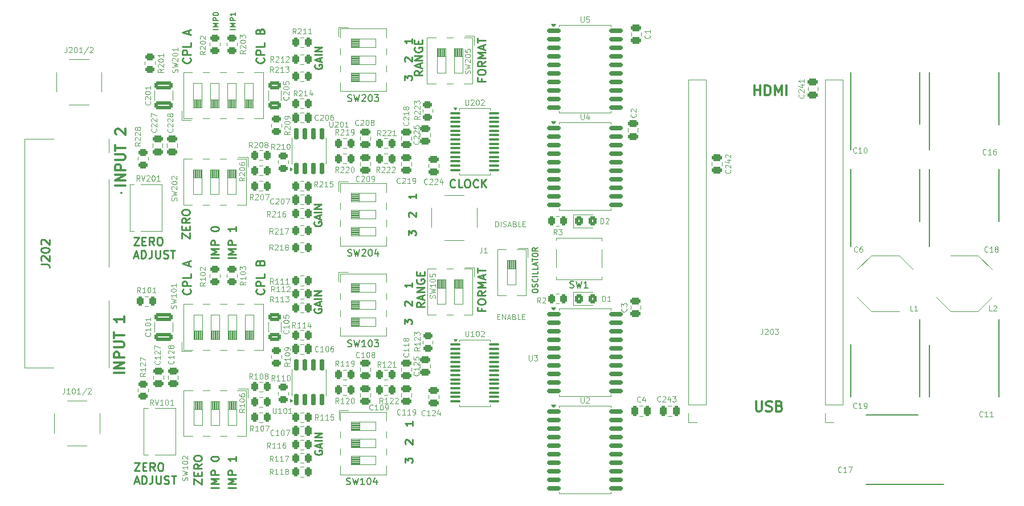
<source format=gto>
G04 #@! TF.GenerationSoftware,KiCad,Pcbnew,8.0.1*
G04 #@! TF.CreationDate,2024-10-20T11:35:17+02:00*
G04 #@! TF.ProjectId,MISRC_v2.2,4d495352-435f-4763-922e-322e6b696361,0.3*
G04 #@! TF.SameCoordinates,Original*
G04 #@! TF.FileFunction,Legend,Top*
G04 #@! TF.FilePolarity,Positive*
%FSLAX46Y46*%
G04 Gerber Fmt 4.6, Leading zero omitted, Abs format (unit mm)*
G04 Created by KiCad (PCBNEW 8.0.1) date 2024-10-20 11:35:17*
%MOMM*%
%LPD*%
G01*
G04 APERTURE LIST*
G04 Aperture macros list*
%AMRoundRect*
0 Rectangle with rounded corners*
0 $1 Rounding radius*
0 $2 $3 $4 $5 $6 $7 $8 $9 X,Y pos of 4 corners*
0 Add a 4 corners polygon primitive as box body*
4,1,4,$2,$3,$4,$5,$6,$7,$8,$9,$2,$3,0*
0 Add four circle primitives for the rounded corners*
1,1,$1+$1,$2,$3*
1,1,$1+$1,$4,$5*
1,1,$1+$1,$6,$7*
1,1,$1+$1,$8,$9*
0 Add four rect primitives between the rounded corners*
20,1,$1+$1,$2,$3,$4,$5,0*
20,1,$1+$1,$4,$5,$6,$7,0*
20,1,$1+$1,$6,$7,$8,$9,0*
20,1,$1+$1,$8,$9,$2,$3,0*%
G04 Aperture macros list end*
%ADD10C,0.300000*%
%ADD11C,0.250000*%
%ADD12C,0.120000*%
%ADD13C,0.160000*%
%ADD14C,0.200000*%
%ADD15C,0.254000*%
%ADD16C,0.150000*%
%ADD17C,0.100000*%
%ADD18C,0.434210*%
%ADD19C,1.950000*%
%ADD20C,5.175000*%
%ADD21R,2.150000X4.300000*%
%ADD22RoundRect,0.250000X-0.475000X0.250000X-0.475000X-0.250000X0.475000X-0.250000X0.475000X0.250000X0*%
%ADD23RoundRect,0.250000X-0.262500X-0.450000X0.262500X-0.450000X0.262500X0.450000X-0.262500X0.450000X0*%
%ADD24R,2.440000X1.120000*%
%ADD25C,2.050000*%
%ADD26C,2.250000*%
%ADD27C,3.200000*%
%ADD28RoundRect,0.250000X-0.325000X-0.450000X0.325000X-0.450000X0.325000X0.450000X-0.325000X0.450000X0*%
%ADD29RoundRect,0.250000X0.250000X0.475000X-0.250000X0.475000X-0.250000X-0.475000X0.250000X-0.475000X0*%
%ADD30RoundRect,0.250000X1.100000X-0.325000X1.100000X0.325000X-1.100000X0.325000X-1.100000X-0.325000X0*%
%ADD31RoundRect,0.250000X-0.450000X0.262500X-0.450000X-0.262500X0.450000X-0.262500X0.450000X0.262500X0*%
%ADD32RoundRect,0.250000X0.450000X-0.262500X0.450000X0.262500X-0.450000X0.262500X-0.450000X-0.262500X0*%
%ADD33RoundRect,0.250000X0.262500X0.450000X-0.262500X0.450000X-0.262500X-0.450000X0.262500X-0.450000X0*%
%ADD34RoundRect,0.100000X-0.637500X-0.100000X0.637500X-0.100000X0.637500X0.100000X-0.637500X0.100000X0*%
%ADD35RoundRect,0.250000X-0.250000X-0.475000X0.250000X-0.475000X0.250000X0.475000X-0.250000X0.475000X0*%
%ADD36RoundRect,0.150000X-0.875000X-0.150000X0.875000X-0.150000X0.875000X0.150000X-0.875000X0.150000X0*%
%ADD37C,1.440000*%
%ADD38R,4.300000X2.150000*%
%ADD39R,2.000000X3.200000*%
%ADD40R,1.120000X2.440000*%
%ADD41RoundRect,0.250000X0.475000X-0.250000X0.475000X0.250000X-0.475000X0.250000X-0.475000X-0.250000X0*%
%ADD42R,1.700000X1.700000*%
%ADD43O,1.700000X1.700000*%
%ADD44R,2.750000X1.000000*%
%ADD45RoundRect,0.250000X-0.650000X0.325000X-0.650000X-0.325000X0.650000X-0.325000X0.650000X0.325000X0*%
%ADD46C,2.500000*%
%ADD47C,2.400000*%
%ADD48RoundRect,0.150000X0.150000X-0.725000X0.150000X0.725000X-0.150000X0.725000X-0.150000X-0.725000X0*%
G04 APERTURE END LIST*
D10*
X169304510Y-121550828D02*
X169304510Y-122765114D01*
X169304510Y-122765114D02*
X169375939Y-122907971D01*
X169375939Y-122907971D02*
X169447368Y-122979400D01*
X169447368Y-122979400D02*
X169590225Y-123050828D01*
X169590225Y-123050828D02*
X169875939Y-123050828D01*
X169875939Y-123050828D02*
X170018796Y-122979400D01*
X170018796Y-122979400D02*
X170090225Y-122907971D01*
X170090225Y-122907971D02*
X170161653Y-122765114D01*
X170161653Y-122765114D02*
X170161653Y-121550828D01*
X170804511Y-122979400D02*
X171018797Y-123050828D01*
X171018797Y-123050828D02*
X171375939Y-123050828D01*
X171375939Y-123050828D02*
X171518797Y-122979400D01*
X171518797Y-122979400D02*
X171590225Y-122907971D01*
X171590225Y-122907971D02*
X171661654Y-122765114D01*
X171661654Y-122765114D02*
X171661654Y-122622257D01*
X171661654Y-122622257D02*
X171590225Y-122479400D01*
X171590225Y-122479400D02*
X171518797Y-122407971D01*
X171518797Y-122407971D02*
X171375939Y-122336542D01*
X171375939Y-122336542D02*
X171090225Y-122265114D01*
X171090225Y-122265114D02*
X170947368Y-122193685D01*
X170947368Y-122193685D02*
X170875939Y-122122257D01*
X170875939Y-122122257D02*
X170804511Y-121979400D01*
X170804511Y-121979400D02*
X170804511Y-121836542D01*
X170804511Y-121836542D02*
X170875939Y-121693685D01*
X170875939Y-121693685D02*
X170947368Y-121622257D01*
X170947368Y-121622257D02*
X171090225Y-121550828D01*
X171090225Y-121550828D02*
X171447368Y-121550828D01*
X171447368Y-121550828D02*
X171661654Y-121622257D01*
X172804510Y-122265114D02*
X173018796Y-122336542D01*
X173018796Y-122336542D02*
X173090225Y-122407971D01*
X173090225Y-122407971D02*
X173161653Y-122550828D01*
X173161653Y-122550828D02*
X173161653Y-122765114D01*
X173161653Y-122765114D02*
X173090225Y-122907971D01*
X173090225Y-122907971D02*
X173018796Y-122979400D01*
X173018796Y-122979400D02*
X172875939Y-123050828D01*
X172875939Y-123050828D02*
X172304510Y-123050828D01*
X172304510Y-123050828D02*
X172304510Y-121550828D01*
X172304510Y-121550828D02*
X172804510Y-121550828D01*
X172804510Y-121550828D02*
X172947368Y-121622257D01*
X172947368Y-121622257D02*
X173018796Y-121693685D01*
X173018796Y-121693685D02*
X173090225Y-121836542D01*
X173090225Y-121836542D02*
X173090225Y-121979400D01*
X173090225Y-121979400D02*
X173018796Y-122122257D01*
X173018796Y-122122257D02*
X172947368Y-122193685D01*
X172947368Y-122193685D02*
X172804510Y-122265114D01*
X172804510Y-122265114D02*
X172304510Y-122265114D01*
X169054510Y-76050828D02*
X169054510Y-74550828D01*
X169054510Y-75265114D02*
X169911653Y-75265114D01*
X169911653Y-76050828D02*
X169911653Y-74550828D01*
X170625939Y-76050828D02*
X170625939Y-74550828D01*
X170625939Y-74550828D02*
X170983082Y-74550828D01*
X170983082Y-74550828D02*
X171197368Y-74622257D01*
X171197368Y-74622257D02*
X171340225Y-74765114D01*
X171340225Y-74765114D02*
X171411654Y-74907971D01*
X171411654Y-74907971D02*
X171483082Y-75193685D01*
X171483082Y-75193685D02*
X171483082Y-75407971D01*
X171483082Y-75407971D02*
X171411654Y-75693685D01*
X171411654Y-75693685D02*
X171340225Y-75836542D01*
X171340225Y-75836542D02*
X171197368Y-75979400D01*
X171197368Y-75979400D02*
X170983082Y-76050828D01*
X170983082Y-76050828D02*
X170625939Y-76050828D01*
X172125939Y-76050828D02*
X172125939Y-74550828D01*
X172125939Y-74550828D02*
X172625939Y-75622257D01*
X172625939Y-75622257D02*
X173125939Y-74550828D01*
X173125939Y-74550828D02*
X173125939Y-76050828D01*
X173840225Y-76050828D02*
X173840225Y-74550828D01*
D11*
X92042142Y-134423812D02*
X90842142Y-134423812D01*
X92042142Y-133852383D02*
X90842142Y-133852383D01*
X90842142Y-133852383D02*
X91699285Y-133452383D01*
X91699285Y-133452383D02*
X90842142Y-133052383D01*
X90842142Y-133052383D02*
X92042142Y-133052383D01*
X92042142Y-132480954D02*
X90842142Y-132480954D01*
X90842142Y-132480954D02*
X90842142Y-132023811D01*
X90842142Y-132023811D02*
X90899285Y-131909526D01*
X90899285Y-131909526D02*
X90956428Y-131852383D01*
X90956428Y-131852383D02*
X91070714Y-131795240D01*
X91070714Y-131795240D02*
X91242142Y-131795240D01*
X91242142Y-131795240D02*
X91356428Y-131852383D01*
X91356428Y-131852383D02*
X91413571Y-131909526D01*
X91413571Y-131909526D02*
X91470714Y-132023811D01*
X91470714Y-132023811D02*
X91470714Y-132480954D01*
X92042142Y-129738097D02*
X92042142Y-130423811D01*
X92042142Y-130080954D02*
X90842142Y-130080954D01*
X90842142Y-130080954D02*
X91013571Y-130195240D01*
X91013571Y-130195240D02*
X91127857Y-130309525D01*
X91127857Y-130309525D02*
X91185000Y-130423811D01*
X103804761Y-128897431D02*
X103752380Y-129002193D01*
X103752380Y-129002193D02*
X103752380Y-129159336D01*
X103752380Y-129159336D02*
X103804761Y-129316479D01*
X103804761Y-129316479D02*
X103909523Y-129421241D01*
X103909523Y-129421241D02*
X104014285Y-129473622D01*
X104014285Y-129473622D02*
X104223809Y-129526003D01*
X104223809Y-129526003D02*
X104380952Y-129526003D01*
X104380952Y-129526003D02*
X104590476Y-129473622D01*
X104590476Y-129473622D02*
X104695238Y-129421241D01*
X104695238Y-129421241D02*
X104800000Y-129316479D01*
X104800000Y-129316479D02*
X104852380Y-129159336D01*
X104852380Y-129159336D02*
X104852380Y-129054574D01*
X104852380Y-129054574D02*
X104800000Y-128897431D01*
X104800000Y-128897431D02*
X104747619Y-128845050D01*
X104747619Y-128845050D02*
X104380952Y-128845050D01*
X104380952Y-128845050D02*
X104380952Y-129054574D01*
X104538095Y-128426003D02*
X104538095Y-127902193D01*
X104852380Y-128530765D02*
X103752380Y-128164098D01*
X103752380Y-128164098D02*
X104852380Y-127797431D01*
X104852380Y-127430765D02*
X103752380Y-127430765D01*
X104852380Y-126906955D02*
X103752380Y-126906955D01*
X103752380Y-126906955D02*
X104852380Y-126278383D01*
X104852380Y-126278383D02*
X103752380Y-126278383D01*
X117652380Y-96878384D02*
X117652380Y-96197431D01*
X117652380Y-96197431D02*
X118071428Y-96564098D01*
X118071428Y-96564098D02*
X118071428Y-96406955D01*
X118071428Y-96406955D02*
X118123809Y-96302193D01*
X118123809Y-96302193D02*
X118176190Y-96249812D01*
X118176190Y-96249812D02*
X118280952Y-96197431D01*
X118280952Y-96197431D02*
X118542857Y-96197431D01*
X118542857Y-96197431D02*
X118647619Y-96249812D01*
X118647619Y-96249812D02*
X118700000Y-96302193D01*
X118700000Y-96302193D02*
X118752380Y-96406955D01*
X118752380Y-96406955D02*
X118752380Y-96721241D01*
X118752380Y-96721241D02*
X118700000Y-96826003D01*
X118700000Y-96826003D02*
X118647619Y-96878384D01*
X117757142Y-94102194D02*
X117704761Y-94049813D01*
X117704761Y-94049813D02*
X117652380Y-93945051D01*
X117652380Y-93945051D02*
X117652380Y-93683146D01*
X117652380Y-93683146D02*
X117704761Y-93578384D01*
X117704761Y-93578384D02*
X117757142Y-93526003D01*
X117757142Y-93526003D02*
X117861904Y-93473622D01*
X117861904Y-93473622D02*
X117966666Y-93473622D01*
X117966666Y-93473622D02*
X118123809Y-93526003D01*
X118123809Y-93526003D02*
X118752380Y-94154575D01*
X118752380Y-94154575D02*
X118752380Y-93473622D01*
X118752380Y-90749813D02*
X118752380Y-91378385D01*
X118752380Y-91064099D02*
X117652380Y-91064099D01*
X117652380Y-91064099D02*
X117809523Y-91168861D01*
X117809523Y-91168861D02*
X117914285Y-91273623D01*
X117914285Y-91273623D02*
X117966666Y-91378385D01*
D12*
X130869423Y-108976807D02*
X131136089Y-108976807D01*
X131250375Y-109395855D02*
X130869423Y-109395855D01*
X130869423Y-109395855D02*
X130869423Y-108595855D01*
X130869423Y-108595855D02*
X131250375Y-108595855D01*
X131593233Y-109395855D02*
X131593233Y-108595855D01*
X131593233Y-108595855D02*
X132050376Y-109395855D01*
X132050376Y-109395855D02*
X132050376Y-108595855D01*
X132393232Y-109167283D02*
X132774185Y-109167283D01*
X132317042Y-109395855D02*
X132583709Y-108595855D01*
X132583709Y-108595855D02*
X132850375Y-109395855D01*
X133383708Y-108976807D02*
X133497994Y-109014902D01*
X133497994Y-109014902D02*
X133536089Y-109052998D01*
X133536089Y-109052998D02*
X133574185Y-109129188D01*
X133574185Y-109129188D02*
X133574185Y-109243474D01*
X133574185Y-109243474D02*
X133536089Y-109319664D01*
X133536089Y-109319664D02*
X133497994Y-109357760D01*
X133497994Y-109357760D02*
X133421804Y-109395855D01*
X133421804Y-109395855D02*
X133117042Y-109395855D01*
X133117042Y-109395855D02*
X133117042Y-108595855D01*
X133117042Y-108595855D02*
X133383708Y-108595855D01*
X133383708Y-108595855D02*
X133459899Y-108633950D01*
X133459899Y-108633950D02*
X133497994Y-108672045D01*
X133497994Y-108672045D02*
X133536089Y-108748236D01*
X133536089Y-108748236D02*
X133536089Y-108824426D01*
X133536089Y-108824426D02*
X133497994Y-108900617D01*
X133497994Y-108900617D02*
X133459899Y-108938712D01*
X133459899Y-108938712D02*
X133383708Y-108976807D01*
X133383708Y-108976807D02*
X133117042Y-108976807D01*
X134297994Y-109395855D02*
X133917042Y-109395855D01*
X133917042Y-109395855D02*
X133917042Y-108595855D01*
X134564661Y-108976807D02*
X134831327Y-108976807D01*
X134945613Y-109395855D02*
X134564661Y-109395855D01*
X134564661Y-109395855D02*
X134564661Y-108595855D01*
X134564661Y-108595855D02*
X134945613Y-108595855D01*
D11*
X117052380Y-110078384D02*
X117052380Y-109397431D01*
X117052380Y-109397431D02*
X117471428Y-109764098D01*
X117471428Y-109764098D02*
X117471428Y-109606955D01*
X117471428Y-109606955D02*
X117523809Y-109502193D01*
X117523809Y-109502193D02*
X117576190Y-109449812D01*
X117576190Y-109449812D02*
X117680952Y-109397431D01*
X117680952Y-109397431D02*
X117942857Y-109397431D01*
X117942857Y-109397431D02*
X118047619Y-109449812D01*
X118047619Y-109449812D02*
X118100000Y-109502193D01*
X118100000Y-109502193D02*
X118152380Y-109606955D01*
X118152380Y-109606955D02*
X118152380Y-109921241D01*
X118152380Y-109921241D02*
X118100000Y-110026003D01*
X118100000Y-110026003D02*
X118047619Y-110078384D01*
X117157142Y-107302194D02*
X117104761Y-107249813D01*
X117104761Y-107249813D02*
X117052380Y-107145051D01*
X117052380Y-107145051D02*
X117052380Y-106883146D01*
X117052380Y-106883146D02*
X117104761Y-106778384D01*
X117104761Y-106778384D02*
X117157142Y-106726003D01*
X117157142Y-106726003D02*
X117261904Y-106673622D01*
X117261904Y-106673622D02*
X117366666Y-106673622D01*
X117366666Y-106673622D02*
X117523809Y-106726003D01*
X117523809Y-106726003D02*
X118152380Y-107354575D01*
X118152380Y-107354575D02*
X118152380Y-106673622D01*
X118152380Y-103949813D02*
X118152380Y-104578385D01*
X118152380Y-104264099D02*
X117052380Y-104264099D01*
X117052380Y-104264099D02*
X117209523Y-104368861D01*
X117209523Y-104368861D02*
X117314285Y-104473623D01*
X117314285Y-104473623D02*
X117366666Y-104578385D01*
X85196857Y-70492098D02*
X85254000Y-70549241D01*
X85254000Y-70549241D02*
X85311142Y-70720669D01*
X85311142Y-70720669D02*
X85311142Y-70834955D01*
X85311142Y-70834955D02*
X85254000Y-71006384D01*
X85254000Y-71006384D02*
X85139714Y-71120669D01*
X85139714Y-71120669D02*
X85025428Y-71177812D01*
X85025428Y-71177812D02*
X84796857Y-71234955D01*
X84796857Y-71234955D02*
X84625428Y-71234955D01*
X84625428Y-71234955D02*
X84396857Y-71177812D01*
X84396857Y-71177812D02*
X84282571Y-71120669D01*
X84282571Y-71120669D02*
X84168285Y-71006384D01*
X84168285Y-71006384D02*
X84111142Y-70834955D01*
X84111142Y-70834955D02*
X84111142Y-70720669D01*
X84111142Y-70720669D02*
X84168285Y-70549241D01*
X84168285Y-70549241D02*
X84225428Y-70492098D01*
X85311142Y-69977812D02*
X84111142Y-69977812D01*
X84111142Y-69977812D02*
X84111142Y-69520669D01*
X84111142Y-69520669D02*
X84168285Y-69406384D01*
X84168285Y-69406384D02*
X84225428Y-69349241D01*
X84225428Y-69349241D02*
X84339714Y-69292098D01*
X84339714Y-69292098D02*
X84511142Y-69292098D01*
X84511142Y-69292098D02*
X84625428Y-69349241D01*
X84625428Y-69349241D02*
X84682571Y-69406384D01*
X84682571Y-69406384D02*
X84739714Y-69520669D01*
X84739714Y-69520669D02*
X84739714Y-69977812D01*
X85311142Y-68206384D02*
X85311142Y-68777812D01*
X85311142Y-68777812D02*
X84111142Y-68777812D01*
X84968285Y-66949240D02*
X84968285Y-66377812D01*
X85311142Y-67063526D02*
X84111142Y-66663526D01*
X84111142Y-66663526D02*
X85311142Y-66263526D01*
D10*
X75600828Y-89445489D02*
X74100828Y-89445489D01*
X75600828Y-88731203D02*
X74100828Y-88731203D01*
X74100828Y-88731203D02*
X75600828Y-87874060D01*
X75600828Y-87874060D02*
X74100828Y-87874060D01*
X75600828Y-87159774D02*
X74100828Y-87159774D01*
X74100828Y-87159774D02*
X74100828Y-86588345D01*
X74100828Y-86588345D02*
X74172257Y-86445488D01*
X74172257Y-86445488D02*
X74243685Y-86374059D01*
X74243685Y-86374059D02*
X74386542Y-86302631D01*
X74386542Y-86302631D02*
X74600828Y-86302631D01*
X74600828Y-86302631D02*
X74743685Y-86374059D01*
X74743685Y-86374059D02*
X74815114Y-86445488D01*
X74815114Y-86445488D02*
X74886542Y-86588345D01*
X74886542Y-86588345D02*
X74886542Y-87159774D01*
X74100828Y-85659774D02*
X75315114Y-85659774D01*
X75315114Y-85659774D02*
X75457971Y-85588345D01*
X75457971Y-85588345D02*
X75529400Y-85516917D01*
X75529400Y-85516917D02*
X75600828Y-85374059D01*
X75600828Y-85374059D02*
X75600828Y-85088345D01*
X75600828Y-85088345D02*
X75529400Y-84945488D01*
X75529400Y-84945488D02*
X75457971Y-84874059D01*
X75457971Y-84874059D02*
X75315114Y-84802631D01*
X75315114Y-84802631D02*
X74100828Y-84802631D01*
X74100828Y-84302630D02*
X74100828Y-83445488D01*
X75600828Y-83874059D02*
X74100828Y-83874059D01*
X74243685Y-81874059D02*
X74172257Y-81802631D01*
X74172257Y-81802631D02*
X74100828Y-81659774D01*
X74100828Y-81659774D02*
X74100828Y-81302631D01*
X74100828Y-81302631D02*
X74172257Y-81159774D01*
X74172257Y-81159774D02*
X74243685Y-81088345D01*
X74243685Y-81088345D02*
X74386542Y-81016916D01*
X74386542Y-81016916D02*
X74529400Y-81016916D01*
X74529400Y-81016916D02*
X74743685Y-81088345D01*
X74743685Y-81088345D02*
X75600828Y-81945488D01*
X75600828Y-81945488D02*
X75600828Y-81016916D01*
D11*
X85762142Y-133903098D02*
X85762142Y-133103098D01*
X85762142Y-133103098D02*
X86962142Y-133903098D01*
X86962142Y-133903098D02*
X86962142Y-133103098D01*
X86333571Y-132645955D02*
X86333571Y-132245955D01*
X86962142Y-132074527D02*
X86962142Y-132645955D01*
X86962142Y-132645955D02*
X85762142Y-132645955D01*
X85762142Y-132645955D02*
X85762142Y-132074527D01*
X86962142Y-130874527D02*
X86390714Y-131274527D01*
X86962142Y-131560241D02*
X85762142Y-131560241D01*
X85762142Y-131560241D02*
X85762142Y-131103098D01*
X85762142Y-131103098D02*
X85819285Y-130988813D01*
X85819285Y-130988813D02*
X85876428Y-130931670D01*
X85876428Y-130931670D02*
X85990714Y-130874527D01*
X85990714Y-130874527D02*
X86162142Y-130874527D01*
X86162142Y-130874527D02*
X86276428Y-130931670D01*
X86276428Y-130931670D02*
X86333571Y-130988813D01*
X86333571Y-130988813D02*
X86390714Y-131103098D01*
X86390714Y-131103098D02*
X86390714Y-131560241D01*
X85762142Y-130131670D02*
X85762142Y-129903098D01*
X85762142Y-129903098D02*
X85819285Y-129788813D01*
X85819285Y-129788813D02*
X85933571Y-129674527D01*
X85933571Y-129674527D02*
X86162142Y-129617384D01*
X86162142Y-129617384D02*
X86562142Y-129617384D01*
X86562142Y-129617384D02*
X86790714Y-129674527D01*
X86790714Y-129674527D02*
X86905000Y-129788813D01*
X86905000Y-129788813D02*
X86962142Y-129903098D01*
X86962142Y-129903098D02*
X86962142Y-130131670D01*
X86962142Y-130131670D02*
X86905000Y-130245956D01*
X86905000Y-130245956D02*
X86790714Y-130360241D01*
X86790714Y-130360241D02*
X86562142Y-130417384D01*
X86562142Y-130417384D02*
X86162142Y-130417384D01*
X86162142Y-130417384D02*
X85933571Y-130360241D01*
X85933571Y-130360241D02*
X85819285Y-130245956D01*
X85819285Y-130245956D02*
X85762142Y-130131670D01*
D10*
X75400828Y-117345489D02*
X73900828Y-117345489D01*
X75400828Y-116631203D02*
X73900828Y-116631203D01*
X73900828Y-116631203D02*
X75400828Y-115774060D01*
X75400828Y-115774060D02*
X73900828Y-115774060D01*
X75400828Y-115059774D02*
X73900828Y-115059774D01*
X73900828Y-115059774D02*
X73900828Y-114488345D01*
X73900828Y-114488345D02*
X73972257Y-114345488D01*
X73972257Y-114345488D02*
X74043685Y-114274059D01*
X74043685Y-114274059D02*
X74186542Y-114202631D01*
X74186542Y-114202631D02*
X74400828Y-114202631D01*
X74400828Y-114202631D02*
X74543685Y-114274059D01*
X74543685Y-114274059D02*
X74615114Y-114345488D01*
X74615114Y-114345488D02*
X74686542Y-114488345D01*
X74686542Y-114488345D02*
X74686542Y-115059774D01*
X73900828Y-113559774D02*
X75115114Y-113559774D01*
X75115114Y-113559774D02*
X75257971Y-113488345D01*
X75257971Y-113488345D02*
X75329400Y-113416917D01*
X75329400Y-113416917D02*
X75400828Y-113274059D01*
X75400828Y-113274059D02*
X75400828Y-112988345D01*
X75400828Y-112988345D02*
X75329400Y-112845488D01*
X75329400Y-112845488D02*
X75257971Y-112774059D01*
X75257971Y-112774059D02*
X75115114Y-112702631D01*
X75115114Y-112702631D02*
X73900828Y-112702631D01*
X73900828Y-112202630D02*
X73900828Y-111345488D01*
X75400828Y-111774059D02*
X73900828Y-111774059D01*
X75400828Y-108916916D02*
X75400828Y-109774059D01*
X75400828Y-109345488D02*
X73900828Y-109345488D01*
X73900828Y-109345488D02*
X74115114Y-109488345D01*
X74115114Y-109488345D02*
X74257971Y-109631202D01*
X74257971Y-109631202D02*
X74329400Y-109774059D01*
D11*
X92042142Y-100260812D02*
X90842142Y-100260812D01*
X92042142Y-99689383D02*
X90842142Y-99689383D01*
X90842142Y-99689383D02*
X91699285Y-99289383D01*
X91699285Y-99289383D02*
X90842142Y-98889383D01*
X90842142Y-98889383D02*
X92042142Y-98889383D01*
X92042142Y-98317954D02*
X90842142Y-98317954D01*
X90842142Y-98317954D02*
X90842142Y-97860811D01*
X90842142Y-97860811D02*
X90899285Y-97746526D01*
X90899285Y-97746526D02*
X90956428Y-97689383D01*
X90956428Y-97689383D02*
X91070714Y-97632240D01*
X91070714Y-97632240D02*
X91242142Y-97632240D01*
X91242142Y-97632240D02*
X91356428Y-97689383D01*
X91356428Y-97689383D02*
X91413571Y-97746526D01*
X91413571Y-97746526D02*
X91470714Y-97860811D01*
X91470714Y-97860811D02*
X91470714Y-98317954D01*
X92042142Y-95575097D02*
X92042142Y-96260811D01*
X92042142Y-95917954D02*
X90842142Y-95917954D01*
X90842142Y-95917954D02*
X91013571Y-96032240D01*
X91013571Y-96032240D02*
X91127857Y-96146525D01*
X91127857Y-96146525D02*
X91185000Y-96260811D01*
D13*
X89428775Y-66252260D02*
X88628775Y-66252260D01*
X89428775Y-65871308D02*
X88628775Y-65871308D01*
X88628775Y-65871308D02*
X89200203Y-65604642D01*
X89200203Y-65604642D02*
X88628775Y-65337975D01*
X88628775Y-65337975D02*
X89428775Y-65337975D01*
X89428775Y-64957022D02*
X88628775Y-64957022D01*
X88628775Y-64957022D02*
X88628775Y-64652260D01*
X88628775Y-64652260D02*
X88666870Y-64576070D01*
X88666870Y-64576070D02*
X88704965Y-64537975D01*
X88704965Y-64537975D02*
X88781156Y-64499879D01*
X88781156Y-64499879D02*
X88895441Y-64499879D01*
X88895441Y-64499879D02*
X88971632Y-64537975D01*
X88971632Y-64537975D02*
X89009727Y-64576070D01*
X89009727Y-64576070D02*
X89047822Y-64652260D01*
X89047822Y-64652260D02*
X89047822Y-64957022D01*
X88628775Y-64004641D02*
X88628775Y-63928451D01*
X88628775Y-63928451D02*
X88666870Y-63852260D01*
X88666870Y-63852260D02*
X88704965Y-63814165D01*
X88704965Y-63814165D02*
X88781156Y-63776070D01*
X88781156Y-63776070D02*
X88933537Y-63737975D01*
X88933537Y-63737975D02*
X89124013Y-63737975D01*
X89124013Y-63737975D02*
X89276394Y-63776070D01*
X89276394Y-63776070D02*
X89352584Y-63814165D01*
X89352584Y-63814165D02*
X89390680Y-63852260D01*
X89390680Y-63852260D02*
X89428775Y-63928451D01*
X89428775Y-63928451D02*
X89428775Y-64004641D01*
X89428775Y-64004641D02*
X89390680Y-64080832D01*
X89390680Y-64080832D02*
X89352584Y-64118927D01*
X89352584Y-64118927D02*
X89276394Y-64157022D01*
X89276394Y-64157022D02*
X89124013Y-64195118D01*
X89124013Y-64195118D02*
X88933537Y-64195118D01*
X88933537Y-64195118D02*
X88781156Y-64157022D01*
X88781156Y-64157022D02*
X88704965Y-64118927D01*
X88704965Y-64118927D02*
X88666870Y-64080832D01*
X88666870Y-64080832D02*
X88628775Y-64004641D01*
D11*
X103704761Y-107797431D02*
X103652380Y-107902193D01*
X103652380Y-107902193D02*
X103652380Y-108059336D01*
X103652380Y-108059336D02*
X103704761Y-108216479D01*
X103704761Y-108216479D02*
X103809523Y-108321241D01*
X103809523Y-108321241D02*
X103914285Y-108373622D01*
X103914285Y-108373622D02*
X104123809Y-108426003D01*
X104123809Y-108426003D02*
X104280952Y-108426003D01*
X104280952Y-108426003D02*
X104490476Y-108373622D01*
X104490476Y-108373622D02*
X104595238Y-108321241D01*
X104595238Y-108321241D02*
X104700000Y-108216479D01*
X104700000Y-108216479D02*
X104752380Y-108059336D01*
X104752380Y-108059336D02*
X104752380Y-107954574D01*
X104752380Y-107954574D02*
X104700000Y-107797431D01*
X104700000Y-107797431D02*
X104647619Y-107745050D01*
X104647619Y-107745050D02*
X104280952Y-107745050D01*
X104280952Y-107745050D02*
X104280952Y-107954574D01*
X104438095Y-107326003D02*
X104438095Y-106802193D01*
X104752380Y-107430765D02*
X103652380Y-107064098D01*
X103652380Y-107064098D02*
X104752380Y-106697431D01*
X104752380Y-106330765D02*
X103652380Y-106330765D01*
X104752380Y-105806955D02*
X103652380Y-105806955D01*
X103652380Y-105806955D02*
X104752380Y-105178383D01*
X104752380Y-105178383D02*
X103652380Y-105178383D01*
X117152380Y-130678384D02*
X117152380Y-129997431D01*
X117152380Y-129997431D02*
X117571428Y-130364098D01*
X117571428Y-130364098D02*
X117571428Y-130206955D01*
X117571428Y-130206955D02*
X117623809Y-130102193D01*
X117623809Y-130102193D02*
X117676190Y-130049812D01*
X117676190Y-130049812D02*
X117780952Y-129997431D01*
X117780952Y-129997431D02*
X118042857Y-129997431D01*
X118042857Y-129997431D02*
X118147619Y-130049812D01*
X118147619Y-130049812D02*
X118200000Y-130102193D01*
X118200000Y-130102193D02*
X118252380Y-130206955D01*
X118252380Y-130206955D02*
X118252380Y-130521241D01*
X118252380Y-130521241D02*
X118200000Y-130626003D01*
X118200000Y-130626003D02*
X118147619Y-130678384D01*
X117257142Y-127902194D02*
X117204761Y-127849813D01*
X117204761Y-127849813D02*
X117152380Y-127745051D01*
X117152380Y-127745051D02*
X117152380Y-127483146D01*
X117152380Y-127483146D02*
X117204761Y-127378384D01*
X117204761Y-127378384D02*
X117257142Y-127326003D01*
X117257142Y-127326003D02*
X117361904Y-127273622D01*
X117361904Y-127273622D02*
X117466666Y-127273622D01*
X117466666Y-127273622D02*
X117623809Y-127326003D01*
X117623809Y-127326003D02*
X118252380Y-127954575D01*
X118252380Y-127954575D02*
X118252380Y-127273622D01*
X118252380Y-124549813D02*
X118252380Y-125178385D01*
X118252380Y-124864099D02*
X117152380Y-124864099D01*
X117152380Y-124864099D02*
X117309523Y-124968861D01*
X117309523Y-124968861D02*
X117414285Y-125073623D01*
X117414285Y-125073623D02*
X117466666Y-125178385D01*
X96118857Y-104909098D02*
X96176000Y-104966241D01*
X96176000Y-104966241D02*
X96233142Y-105137669D01*
X96233142Y-105137669D02*
X96233142Y-105251955D01*
X96233142Y-105251955D02*
X96176000Y-105423384D01*
X96176000Y-105423384D02*
X96061714Y-105537669D01*
X96061714Y-105537669D02*
X95947428Y-105594812D01*
X95947428Y-105594812D02*
X95718857Y-105651955D01*
X95718857Y-105651955D02*
X95547428Y-105651955D01*
X95547428Y-105651955D02*
X95318857Y-105594812D01*
X95318857Y-105594812D02*
X95204571Y-105537669D01*
X95204571Y-105537669D02*
X95090285Y-105423384D01*
X95090285Y-105423384D02*
X95033142Y-105251955D01*
X95033142Y-105251955D02*
X95033142Y-105137669D01*
X95033142Y-105137669D02*
X95090285Y-104966241D01*
X95090285Y-104966241D02*
X95147428Y-104909098D01*
X96233142Y-104394812D02*
X95033142Y-104394812D01*
X95033142Y-104394812D02*
X95033142Y-103937669D01*
X95033142Y-103937669D02*
X95090285Y-103823384D01*
X95090285Y-103823384D02*
X95147428Y-103766241D01*
X95147428Y-103766241D02*
X95261714Y-103709098D01*
X95261714Y-103709098D02*
X95433142Y-103709098D01*
X95433142Y-103709098D02*
X95547428Y-103766241D01*
X95547428Y-103766241D02*
X95604571Y-103823384D01*
X95604571Y-103823384D02*
X95661714Y-103937669D01*
X95661714Y-103937669D02*
X95661714Y-104394812D01*
X96233142Y-102623384D02*
X96233142Y-103194812D01*
X96233142Y-103194812D02*
X95033142Y-103194812D01*
X95604571Y-100909097D02*
X95661714Y-100737669D01*
X95661714Y-100737669D02*
X95718857Y-100680526D01*
X95718857Y-100680526D02*
X95833142Y-100623383D01*
X95833142Y-100623383D02*
X96004571Y-100623383D01*
X96004571Y-100623383D02*
X96118857Y-100680526D01*
X96118857Y-100680526D02*
X96176000Y-100737669D01*
X96176000Y-100737669D02*
X96233142Y-100851954D01*
X96233142Y-100851954D02*
X96233142Y-101309097D01*
X96233142Y-101309097D02*
X95033142Y-101309097D01*
X95033142Y-101309097D02*
X95033142Y-100909097D01*
X95033142Y-100909097D02*
X95090285Y-100794812D01*
X95090285Y-100794812D02*
X95147428Y-100737669D01*
X95147428Y-100737669D02*
X95261714Y-100680526D01*
X95261714Y-100680526D02*
X95376000Y-100680526D01*
X95376000Y-100680526D02*
X95490285Y-100737669D01*
X95490285Y-100737669D02*
X95547428Y-100794812D01*
X95547428Y-100794812D02*
X95604571Y-100909097D01*
X95604571Y-100909097D02*
X95604571Y-101309097D01*
X89502142Y-134423812D02*
X88302142Y-134423812D01*
X89502142Y-133852383D02*
X88302142Y-133852383D01*
X88302142Y-133852383D02*
X89159285Y-133452383D01*
X89159285Y-133452383D02*
X88302142Y-133052383D01*
X88302142Y-133052383D02*
X89502142Y-133052383D01*
X89502142Y-132480954D02*
X88302142Y-132480954D01*
X88302142Y-132480954D02*
X88302142Y-132023811D01*
X88302142Y-132023811D02*
X88359285Y-131909526D01*
X88359285Y-131909526D02*
X88416428Y-131852383D01*
X88416428Y-131852383D02*
X88530714Y-131795240D01*
X88530714Y-131795240D02*
X88702142Y-131795240D01*
X88702142Y-131795240D02*
X88816428Y-131852383D01*
X88816428Y-131852383D02*
X88873571Y-131909526D01*
X88873571Y-131909526D02*
X88930714Y-132023811D01*
X88930714Y-132023811D02*
X88930714Y-132480954D01*
X88302142Y-130138097D02*
X88302142Y-130023811D01*
X88302142Y-130023811D02*
X88359285Y-129909525D01*
X88359285Y-129909525D02*
X88416428Y-129852383D01*
X88416428Y-129852383D02*
X88530714Y-129795240D01*
X88530714Y-129795240D02*
X88759285Y-129738097D01*
X88759285Y-129738097D02*
X89045000Y-129738097D01*
X89045000Y-129738097D02*
X89273571Y-129795240D01*
X89273571Y-129795240D02*
X89387857Y-129852383D01*
X89387857Y-129852383D02*
X89445000Y-129909525D01*
X89445000Y-129909525D02*
X89502142Y-130023811D01*
X89502142Y-130023811D02*
X89502142Y-130138097D01*
X89502142Y-130138097D02*
X89445000Y-130252383D01*
X89445000Y-130252383D02*
X89387857Y-130309525D01*
X89387857Y-130309525D02*
X89273571Y-130366668D01*
X89273571Y-130366668D02*
X89045000Y-130423811D01*
X89045000Y-130423811D02*
X88759285Y-130423811D01*
X88759285Y-130423811D02*
X88530714Y-130366668D01*
X88530714Y-130366668D02*
X88416428Y-130309525D01*
X88416428Y-130309525D02*
X88359285Y-130252383D01*
X88359285Y-130252383D02*
X88302142Y-130138097D01*
X117052380Y-73778384D02*
X117052380Y-73097431D01*
X117052380Y-73097431D02*
X117471428Y-73464098D01*
X117471428Y-73464098D02*
X117471428Y-73306955D01*
X117471428Y-73306955D02*
X117523809Y-73202193D01*
X117523809Y-73202193D02*
X117576190Y-73149812D01*
X117576190Y-73149812D02*
X117680952Y-73097431D01*
X117680952Y-73097431D02*
X117942857Y-73097431D01*
X117942857Y-73097431D02*
X118047619Y-73149812D01*
X118047619Y-73149812D02*
X118100000Y-73202193D01*
X118100000Y-73202193D02*
X118152380Y-73306955D01*
X118152380Y-73306955D02*
X118152380Y-73621241D01*
X118152380Y-73621241D02*
X118100000Y-73726003D01*
X118100000Y-73726003D02*
X118047619Y-73778384D01*
X117157142Y-71002194D02*
X117104761Y-70949813D01*
X117104761Y-70949813D02*
X117052380Y-70845051D01*
X117052380Y-70845051D02*
X117052380Y-70583146D01*
X117052380Y-70583146D02*
X117104761Y-70478384D01*
X117104761Y-70478384D02*
X117157142Y-70426003D01*
X117157142Y-70426003D02*
X117261904Y-70373622D01*
X117261904Y-70373622D02*
X117366666Y-70373622D01*
X117366666Y-70373622D02*
X117523809Y-70426003D01*
X117523809Y-70426003D02*
X118152380Y-71054575D01*
X118152380Y-71054575D02*
X118152380Y-70373622D01*
X118152380Y-67649813D02*
X118152380Y-68278385D01*
X118152380Y-67964099D02*
X117052380Y-67964099D01*
X117052380Y-67964099D02*
X117209523Y-68068861D01*
X117209523Y-68068861D02*
X117314285Y-68173623D01*
X117314285Y-68173623D02*
X117366666Y-68278385D01*
X103804761Y-71497431D02*
X103752380Y-71602193D01*
X103752380Y-71602193D02*
X103752380Y-71759336D01*
X103752380Y-71759336D02*
X103804761Y-71916479D01*
X103804761Y-71916479D02*
X103909523Y-72021241D01*
X103909523Y-72021241D02*
X104014285Y-72073622D01*
X104014285Y-72073622D02*
X104223809Y-72126003D01*
X104223809Y-72126003D02*
X104380952Y-72126003D01*
X104380952Y-72126003D02*
X104590476Y-72073622D01*
X104590476Y-72073622D02*
X104695238Y-72021241D01*
X104695238Y-72021241D02*
X104800000Y-71916479D01*
X104800000Y-71916479D02*
X104852380Y-71759336D01*
X104852380Y-71759336D02*
X104852380Y-71654574D01*
X104852380Y-71654574D02*
X104800000Y-71497431D01*
X104800000Y-71497431D02*
X104747619Y-71445050D01*
X104747619Y-71445050D02*
X104380952Y-71445050D01*
X104380952Y-71445050D02*
X104380952Y-71654574D01*
X104538095Y-71026003D02*
X104538095Y-70502193D01*
X104852380Y-71130765D02*
X103752380Y-70764098D01*
X103752380Y-70764098D02*
X104852380Y-70397431D01*
X104852380Y-70030765D02*
X103752380Y-70030765D01*
X104852380Y-69506955D02*
X103752380Y-69506955D01*
X103752380Y-69506955D02*
X104852380Y-68878383D01*
X104852380Y-68878383D02*
X103752380Y-68878383D01*
X124579901Y-89641857D02*
X124522758Y-89699000D01*
X124522758Y-89699000D02*
X124351330Y-89756142D01*
X124351330Y-89756142D02*
X124237044Y-89756142D01*
X124237044Y-89756142D02*
X124065615Y-89699000D01*
X124065615Y-89699000D02*
X123951330Y-89584714D01*
X123951330Y-89584714D02*
X123894187Y-89470428D01*
X123894187Y-89470428D02*
X123837044Y-89241857D01*
X123837044Y-89241857D02*
X123837044Y-89070428D01*
X123837044Y-89070428D02*
X123894187Y-88841857D01*
X123894187Y-88841857D02*
X123951330Y-88727571D01*
X123951330Y-88727571D02*
X124065615Y-88613285D01*
X124065615Y-88613285D02*
X124237044Y-88556142D01*
X124237044Y-88556142D02*
X124351330Y-88556142D01*
X124351330Y-88556142D02*
X124522758Y-88613285D01*
X124522758Y-88613285D02*
X124579901Y-88670428D01*
X125665615Y-89756142D02*
X125094187Y-89756142D01*
X125094187Y-89756142D02*
X125094187Y-88556142D01*
X126294187Y-88556142D02*
X126522759Y-88556142D01*
X126522759Y-88556142D02*
X126637044Y-88613285D01*
X126637044Y-88613285D02*
X126751330Y-88727571D01*
X126751330Y-88727571D02*
X126808473Y-88956142D01*
X126808473Y-88956142D02*
X126808473Y-89356142D01*
X126808473Y-89356142D02*
X126751330Y-89584714D01*
X126751330Y-89584714D02*
X126637044Y-89699000D01*
X126637044Y-89699000D02*
X126522759Y-89756142D01*
X126522759Y-89756142D02*
X126294187Y-89756142D01*
X126294187Y-89756142D02*
X126179902Y-89699000D01*
X126179902Y-89699000D02*
X126065616Y-89584714D01*
X126065616Y-89584714D02*
X126008473Y-89356142D01*
X126008473Y-89356142D02*
X126008473Y-88956142D01*
X126008473Y-88956142D02*
X126065616Y-88727571D01*
X126065616Y-88727571D02*
X126179902Y-88613285D01*
X126179902Y-88613285D02*
X126294187Y-88556142D01*
X128008473Y-89641857D02*
X127951330Y-89699000D01*
X127951330Y-89699000D02*
X127779902Y-89756142D01*
X127779902Y-89756142D02*
X127665616Y-89756142D01*
X127665616Y-89756142D02*
X127494187Y-89699000D01*
X127494187Y-89699000D02*
X127379902Y-89584714D01*
X127379902Y-89584714D02*
X127322759Y-89470428D01*
X127322759Y-89470428D02*
X127265616Y-89241857D01*
X127265616Y-89241857D02*
X127265616Y-89070428D01*
X127265616Y-89070428D02*
X127322759Y-88841857D01*
X127322759Y-88841857D02*
X127379902Y-88727571D01*
X127379902Y-88727571D02*
X127494187Y-88613285D01*
X127494187Y-88613285D02*
X127665616Y-88556142D01*
X127665616Y-88556142D02*
X127779902Y-88556142D01*
X127779902Y-88556142D02*
X127951330Y-88613285D01*
X127951330Y-88613285D02*
X128008473Y-88670428D01*
X128522759Y-89756142D02*
X128522759Y-88556142D01*
X129208473Y-89756142D02*
X128694187Y-89070428D01*
X129208473Y-88556142D02*
X128522759Y-89241857D01*
X76935901Y-130708209D02*
X77735901Y-130708209D01*
X77735901Y-130708209D02*
X76935901Y-131908209D01*
X76935901Y-131908209D02*
X77735901Y-131908209D01*
X78193044Y-131279638D02*
X78593044Y-131279638D01*
X78764472Y-131908209D02*
X78193044Y-131908209D01*
X78193044Y-131908209D02*
X78193044Y-130708209D01*
X78193044Y-130708209D02*
X78764472Y-130708209D01*
X79964472Y-131908209D02*
X79564472Y-131336781D01*
X79278758Y-131908209D02*
X79278758Y-130708209D01*
X79278758Y-130708209D02*
X79735901Y-130708209D01*
X79735901Y-130708209D02*
X79850186Y-130765352D01*
X79850186Y-130765352D02*
X79907329Y-130822495D01*
X79907329Y-130822495D02*
X79964472Y-130936781D01*
X79964472Y-130936781D02*
X79964472Y-131108209D01*
X79964472Y-131108209D02*
X79907329Y-131222495D01*
X79907329Y-131222495D02*
X79850186Y-131279638D01*
X79850186Y-131279638D02*
X79735901Y-131336781D01*
X79735901Y-131336781D02*
X79278758Y-131336781D01*
X80707329Y-130708209D02*
X80935901Y-130708209D01*
X80935901Y-130708209D02*
X81050186Y-130765352D01*
X81050186Y-130765352D02*
X81164472Y-130879638D01*
X81164472Y-130879638D02*
X81221615Y-131108209D01*
X81221615Y-131108209D02*
X81221615Y-131508209D01*
X81221615Y-131508209D02*
X81164472Y-131736781D01*
X81164472Y-131736781D02*
X81050186Y-131851067D01*
X81050186Y-131851067D02*
X80935901Y-131908209D01*
X80935901Y-131908209D02*
X80707329Y-131908209D01*
X80707329Y-131908209D02*
X80593044Y-131851067D01*
X80593044Y-131851067D02*
X80478758Y-131736781D01*
X80478758Y-131736781D02*
X80421615Y-131508209D01*
X80421615Y-131508209D02*
X80421615Y-131108209D01*
X80421615Y-131108209D02*
X80478758Y-130879638D01*
X80478758Y-130879638D02*
X80593044Y-130765352D01*
X80593044Y-130765352D02*
X80707329Y-130708209D01*
X76993044Y-133497285D02*
X77564473Y-133497285D01*
X76878758Y-133840142D02*
X77278758Y-132640142D01*
X77278758Y-132640142D02*
X77678758Y-133840142D01*
X78078758Y-133840142D02*
X78078758Y-132640142D01*
X78078758Y-132640142D02*
X78364472Y-132640142D01*
X78364472Y-132640142D02*
X78535901Y-132697285D01*
X78535901Y-132697285D02*
X78650186Y-132811571D01*
X78650186Y-132811571D02*
X78707329Y-132925857D01*
X78707329Y-132925857D02*
X78764472Y-133154428D01*
X78764472Y-133154428D02*
X78764472Y-133325857D01*
X78764472Y-133325857D02*
X78707329Y-133554428D01*
X78707329Y-133554428D02*
X78650186Y-133668714D01*
X78650186Y-133668714D02*
X78535901Y-133783000D01*
X78535901Y-133783000D02*
X78364472Y-133840142D01*
X78364472Y-133840142D02*
X78078758Y-133840142D01*
X79621615Y-132640142D02*
X79621615Y-133497285D01*
X79621615Y-133497285D02*
X79564472Y-133668714D01*
X79564472Y-133668714D02*
X79450186Y-133783000D01*
X79450186Y-133783000D02*
X79278758Y-133840142D01*
X79278758Y-133840142D02*
X79164472Y-133840142D01*
X80193044Y-132640142D02*
X80193044Y-133611571D01*
X80193044Y-133611571D02*
X80250187Y-133725857D01*
X80250187Y-133725857D02*
X80307330Y-133783000D01*
X80307330Y-133783000D02*
X80421615Y-133840142D01*
X80421615Y-133840142D02*
X80650187Y-133840142D01*
X80650187Y-133840142D02*
X80764472Y-133783000D01*
X80764472Y-133783000D02*
X80821615Y-133725857D01*
X80821615Y-133725857D02*
X80878758Y-133611571D01*
X80878758Y-133611571D02*
X80878758Y-132640142D01*
X81393044Y-133783000D02*
X81564473Y-133840142D01*
X81564473Y-133840142D02*
X81850187Y-133840142D01*
X81850187Y-133840142D02*
X81964473Y-133783000D01*
X81964473Y-133783000D02*
X82021615Y-133725857D01*
X82021615Y-133725857D02*
X82078758Y-133611571D01*
X82078758Y-133611571D02*
X82078758Y-133497285D01*
X82078758Y-133497285D02*
X82021615Y-133383000D01*
X82021615Y-133383000D02*
X81964473Y-133325857D01*
X81964473Y-133325857D02*
X81850187Y-133268714D01*
X81850187Y-133268714D02*
X81621615Y-133211571D01*
X81621615Y-133211571D02*
X81507330Y-133154428D01*
X81507330Y-133154428D02*
X81450187Y-133097285D01*
X81450187Y-133097285D02*
X81393044Y-132983000D01*
X81393044Y-132983000D02*
X81393044Y-132868714D01*
X81393044Y-132868714D02*
X81450187Y-132754428D01*
X81450187Y-132754428D02*
X81507330Y-132697285D01*
X81507330Y-132697285D02*
X81621615Y-132640142D01*
X81621615Y-132640142D02*
X81907330Y-132640142D01*
X81907330Y-132640142D02*
X82078758Y-132697285D01*
X82421615Y-132640142D02*
X83107330Y-132640142D01*
X82764472Y-133840142D02*
X82764472Y-132640142D01*
X85196857Y-104909098D02*
X85254000Y-104966241D01*
X85254000Y-104966241D02*
X85311142Y-105137669D01*
X85311142Y-105137669D02*
X85311142Y-105251955D01*
X85311142Y-105251955D02*
X85254000Y-105423384D01*
X85254000Y-105423384D02*
X85139714Y-105537669D01*
X85139714Y-105537669D02*
X85025428Y-105594812D01*
X85025428Y-105594812D02*
X84796857Y-105651955D01*
X84796857Y-105651955D02*
X84625428Y-105651955D01*
X84625428Y-105651955D02*
X84396857Y-105594812D01*
X84396857Y-105594812D02*
X84282571Y-105537669D01*
X84282571Y-105537669D02*
X84168285Y-105423384D01*
X84168285Y-105423384D02*
X84111142Y-105251955D01*
X84111142Y-105251955D02*
X84111142Y-105137669D01*
X84111142Y-105137669D02*
X84168285Y-104966241D01*
X84168285Y-104966241D02*
X84225428Y-104909098D01*
X85311142Y-104394812D02*
X84111142Y-104394812D01*
X84111142Y-104394812D02*
X84111142Y-103937669D01*
X84111142Y-103937669D02*
X84168285Y-103823384D01*
X84168285Y-103823384D02*
X84225428Y-103766241D01*
X84225428Y-103766241D02*
X84339714Y-103709098D01*
X84339714Y-103709098D02*
X84511142Y-103709098D01*
X84511142Y-103709098D02*
X84625428Y-103766241D01*
X84625428Y-103766241D02*
X84682571Y-103823384D01*
X84682571Y-103823384D02*
X84739714Y-103937669D01*
X84739714Y-103937669D02*
X84739714Y-104394812D01*
X85311142Y-102623384D02*
X85311142Y-103194812D01*
X85311142Y-103194812D02*
X84111142Y-103194812D01*
X84968285Y-101366240D02*
X84968285Y-100794812D01*
X85311142Y-101480526D02*
X84111142Y-101080526D01*
X84111142Y-101080526D02*
X85311142Y-100680526D01*
X120040142Y-106864098D02*
X119468714Y-107264098D01*
X120040142Y-107549812D02*
X118840142Y-107549812D01*
X118840142Y-107549812D02*
X118840142Y-107092669D01*
X118840142Y-107092669D02*
X118897285Y-106978384D01*
X118897285Y-106978384D02*
X118954428Y-106921241D01*
X118954428Y-106921241D02*
X119068714Y-106864098D01*
X119068714Y-106864098D02*
X119240142Y-106864098D01*
X119240142Y-106864098D02*
X119354428Y-106921241D01*
X119354428Y-106921241D02*
X119411571Y-106978384D01*
X119411571Y-106978384D02*
X119468714Y-107092669D01*
X119468714Y-107092669D02*
X119468714Y-107549812D01*
X119697285Y-106406955D02*
X119697285Y-105835527D01*
X120040142Y-106521241D02*
X118840142Y-106121241D01*
X118840142Y-106121241D02*
X120040142Y-105721241D01*
X120040142Y-105321241D02*
X118840142Y-105321241D01*
X118840142Y-105321241D02*
X120040142Y-104635527D01*
X120040142Y-104635527D02*
X118840142Y-104635527D01*
X118897285Y-103435527D02*
X118840142Y-103549813D01*
X118840142Y-103549813D02*
X118840142Y-103721241D01*
X118840142Y-103721241D02*
X118897285Y-103892670D01*
X118897285Y-103892670D02*
X119011571Y-104006955D01*
X119011571Y-104006955D02*
X119125857Y-104064098D01*
X119125857Y-104064098D02*
X119354428Y-104121241D01*
X119354428Y-104121241D02*
X119525857Y-104121241D01*
X119525857Y-104121241D02*
X119754428Y-104064098D01*
X119754428Y-104064098D02*
X119868714Y-104006955D01*
X119868714Y-104006955D02*
X119983000Y-103892670D01*
X119983000Y-103892670D02*
X120040142Y-103721241D01*
X120040142Y-103721241D02*
X120040142Y-103606955D01*
X120040142Y-103606955D02*
X119983000Y-103435527D01*
X119983000Y-103435527D02*
X119925857Y-103378384D01*
X119925857Y-103378384D02*
X119525857Y-103378384D01*
X119525857Y-103378384D02*
X119525857Y-103606955D01*
X119411571Y-102864098D02*
X119411571Y-102464098D01*
X120040142Y-102292670D02*
X120040142Y-102864098D01*
X120040142Y-102864098D02*
X118840142Y-102864098D01*
X118840142Y-102864098D02*
X118840142Y-102292670D01*
X128497571Y-107734812D02*
X128497571Y-108134812D01*
X129126142Y-108134812D02*
X127926142Y-108134812D01*
X127926142Y-108134812D02*
X127926142Y-107563384D01*
X127926142Y-106877670D02*
X127926142Y-106649098D01*
X127926142Y-106649098D02*
X127983285Y-106534813D01*
X127983285Y-106534813D02*
X128097571Y-106420527D01*
X128097571Y-106420527D02*
X128326142Y-106363384D01*
X128326142Y-106363384D02*
X128726142Y-106363384D01*
X128726142Y-106363384D02*
X128954714Y-106420527D01*
X128954714Y-106420527D02*
X129069000Y-106534813D01*
X129069000Y-106534813D02*
X129126142Y-106649098D01*
X129126142Y-106649098D02*
X129126142Y-106877670D01*
X129126142Y-106877670D02*
X129069000Y-106991956D01*
X129069000Y-106991956D02*
X128954714Y-107106241D01*
X128954714Y-107106241D02*
X128726142Y-107163384D01*
X128726142Y-107163384D02*
X128326142Y-107163384D01*
X128326142Y-107163384D02*
X128097571Y-107106241D01*
X128097571Y-107106241D02*
X127983285Y-106991956D01*
X127983285Y-106991956D02*
X127926142Y-106877670D01*
X129126142Y-105163384D02*
X128554714Y-105563384D01*
X129126142Y-105849098D02*
X127926142Y-105849098D01*
X127926142Y-105849098D02*
X127926142Y-105391955D01*
X127926142Y-105391955D02*
X127983285Y-105277670D01*
X127983285Y-105277670D02*
X128040428Y-105220527D01*
X128040428Y-105220527D02*
X128154714Y-105163384D01*
X128154714Y-105163384D02*
X128326142Y-105163384D01*
X128326142Y-105163384D02*
X128440428Y-105220527D01*
X128440428Y-105220527D02*
X128497571Y-105277670D01*
X128497571Y-105277670D02*
X128554714Y-105391955D01*
X128554714Y-105391955D02*
X128554714Y-105849098D01*
X129126142Y-104649098D02*
X127926142Y-104649098D01*
X127926142Y-104649098D02*
X128783285Y-104249098D01*
X128783285Y-104249098D02*
X127926142Y-103849098D01*
X127926142Y-103849098D02*
X129126142Y-103849098D01*
X128783285Y-103334812D02*
X128783285Y-102763384D01*
X129126142Y-103449098D02*
X127926142Y-103049098D01*
X127926142Y-103049098D02*
X129126142Y-102649098D01*
X127926142Y-102420527D02*
X127926142Y-101734813D01*
X129126142Y-102077670D02*
X127926142Y-102077670D01*
X119740142Y-72364098D02*
X119168714Y-72764098D01*
X119740142Y-73049812D02*
X118540142Y-73049812D01*
X118540142Y-73049812D02*
X118540142Y-72592669D01*
X118540142Y-72592669D02*
X118597285Y-72478384D01*
X118597285Y-72478384D02*
X118654428Y-72421241D01*
X118654428Y-72421241D02*
X118768714Y-72364098D01*
X118768714Y-72364098D02*
X118940142Y-72364098D01*
X118940142Y-72364098D02*
X119054428Y-72421241D01*
X119054428Y-72421241D02*
X119111571Y-72478384D01*
X119111571Y-72478384D02*
X119168714Y-72592669D01*
X119168714Y-72592669D02*
X119168714Y-73049812D01*
X119397285Y-71906955D02*
X119397285Y-71335527D01*
X119740142Y-72021241D02*
X118540142Y-71621241D01*
X118540142Y-71621241D02*
X119740142Y-71221241D01*
X119740142Y-70821241D02*
X118540142Y-70821241D01*
X118540142Y-70821241D02*
X119740142Y-70135527D01*
X119740142Y-70135527D02*
X118540142Y-70135527D01*
X118597285Y-68935527D02*
X118540142Y-69049813D01*
X118540142Y-69049813D02*
X118540142Y-69221241D01*
X118540142Y-69221241D02*
X118597285Y-69392670D01*
X118597285Y-69392670D02*
X118711571Y-69506955D01*
X118711571Y-69506955D02*
X118825857Y-69564098D01*
X118825857Y-69564098D02*
X119054428Y-69621241D01*
X119054428Y-69621241D02*
X119225857Y-69621241D01*
X119225857Y-69621241D02*
X119454428Y-69564098D01*
X119454428Y-69564098D02*
X119568714Y-69506955D01*
X119568714Y-69506955D02*
X119683000Y-69392670D01*
X119683000Y-69392670D02*
X119740142Y-69221241D01*
X119740142Y-69221241D02*
X119740142Y-69106955D01*
X119740142Y-69106955D02*
X119683000Y-68935527D01*
X119683000Y-68935527D02*
X119625857Y-68878384D01*
X119625857Y-68878384D02*
X119225857Y-68878384D01*
X119225857Y-68878384D02*
X119225857Y-69106955D01*
X119111571Y-68364098D02*
X119111571Y-67964098D01*
X119740142Y-67792670D02*
X119740142Y-68364098D01*
X119740142Y-68364098D02*
X118540142Y-68364098D01*
X118540142Y-68364098D02*
X118540142Y-67792670D01*
D14*
X136091695Y-105225564D02*
X136091695Y-105073183D01*
X136091695Y-105073183D02*
X136129790Y-104996993D01*
X136129790Y-104996993D02*
X136205980Y-104920802D01*
X136205980Y-104920802D02*
X136358361Y-104882707D01*
X136358361Y-104882707D02*
X136625028Y-104882707D01*
X136625028Y-104882707D02*
X136777409Y-104920802D01*
X136777409Y-104920802D02*
X136853600Y-104996993D01*
X136853600Y-104996993D02*
X136891695Y-105073183D01*
X136891695Y-105073183D02*
X136891695Y-105225564D01*
X136891695Y-105225564D02*
X136853600Y-105301755D01*
X136853600Y-105301755D02*
X136777409Y-105377945D01*
X136777409Y-105377945D02*
X136625028Y-105416041D01*
X136625028Y-105416041D02*
X136358361Y-105416041D01*
X136358361Y-105416041D02*
X136205980Y-105377945D01*
X136205980Y-105377945D02*
X136129790Y-105301755D01*
X136129790Y-105301755D02*
X136091695Y-105225564D01*
X136853600Y-104577946D02*
X136891695Y-104463660D01*
X136891695Y-104463660D02*
X136891695Y-104273184D01*
X136891695Y-104273184D02*
X136853600Y-104196993D01*
X136853600Y-104196993D02*
X136815504Y-104158898D01*
X136815504Y-104158898D02*
X136739314Y-104120803D01*
X136739314Y-104120803D02*
X136663123Y-104120803D01*
X136663123Y-104120803D02*
X136586933Y-104158898D01*
X136586933Y-104158898D02*
X136548838Y-104196993D01*
X136548838Y-104196993D02*
X136510742Y-104273184D01*
X136510742Y-104273184D02*
X136472647Y-104425565D01*
X136472647Y-104425565D02*
X136434552Y-104501755D01*
X136434552Y-104501755D02*
X136396457Y-104539850D01*
X136396457Y-104539850D02*
X136320266Y-104577946D01*
X136320266Y-104577946D02*
X136244076Y-104577946D01*
X136244076Y-104577946D02*
X136167885Y-104539850D01*
X136167885Y-104539850D02*
X136129790Y-104501755D01*
X136129790Y-104501755D02*
X136091695Y-104425565D01*
X136091695Y-104425565D02*
X136091695Y-104235088D01*
X136091695Y-104235088D02*
X136129790Y-104120803D01*
X136815504Y-103320802D02*
X136853600Y-103358898D01*
X136853600Y-103358898D02*
X136891695Y-103473183D01*
X136891695Y-103473183D02*
X136891695Y-103549374D01*
X136891695Y-103549374D02*
X136853600Y-103663660D01*
X136853600Y-103663660D02*
X136777409Y-103739850D01*
X136777409Y-103739850D02*
X136701219Y-103777945D01*
X136701219Y-103777945D02*
X136548838Y-103816041D01*
X136548838Y-103816041D02*
X136434552Y-103816041D01*
X136434552Y-103816041D02*
X136282171Y-103777945D01*
X136282171Y-103777945D02*
X136205980Y-103739850D01*
X136205980Y-103739850D02*
X136129790Y-103663660D01*
X136129790Y-103663660D02*
X136091695Y-103549374D01*
X136091695Y-103549374D02*
X136091695Y-103473183D01*
X136091695Y-103473183D02*
X136129790Y-103358898D01*
X136129790Y-103358898D02*
X136167885Y-103320802D01*
X136891695Y-102977945D02*
X136091695Y-102977945D01*
X136891695Y-102216041D02*
X136891695Y-102596993D01*
X136891695Y-102596993D02*
X136091695Y-102596993D01*
X136891695Y-101568422D02*
X136891695Y-101949374D01*
X136891695Y-101949374D02*
X136091695Y-101949374D01*
X136663123Y-101339851D02*
X136663123Y-100958898D01*
X136891695Y-101416041D02*
X136091695Y-101149374D01*
X136091695Y-101149374D02*
X136891695Y-100882708D01*
X136091695Y-100730327D02*
X136091695Y-100273184D01*
X136891695Y-100501756D02*
X136091695Y-100501756D01*
X136091695Y-99854136D02*
X136091695Y-99701755D01*
X136091695Y-99701755D02*
X136129790Y-99625565D01*
X136129790Y-99625565D02*
X136205980Y-99549374D01*
X136205980Y-99549374D02*
X136358361Y-99511279D01*
X136358361Y-99511279D02*
X136625028Y-99511279D01*
X136625028Y-99511279D02*
X136777409Y-99549374D01*
X136777409Y-99549374D02*
X136853600Y-99625565D01*
X136853600Y-99625565D02*
X136891695Y-99701755D01*
X136891695Y-99701755D02*
X136891695Y-99854136D01*
X136891695Y-99854136D02*
X136853600Y-99930327D01*
X136853600Y-99930327D02*
X136777409Y-100006517D01*
X136777409Y-100006517D02*
X136625028Y-100044613D01*
X136625028Y-100044613D02*
X136358361Y-100044613D01*
X136358361Y-100044613D02*
X136205980Y-100006517D01*
X136205980Y-100006517D02*
X136129790Y-99930327D01*
X136129790Y-99930327D02*
X136091695Y-99854136D01*
X136891695Y-98711279D02*
X136510742Y-98977946D01*
X136891695Y-99168422D02*
X136091695Y-99168422D01*
X136091695Y-99168422D02*
X136091695Y-98863660D01*
X136091695Y-98863660D02*
X136129790Y-98787470D01*
X136129790Y-98787470D02*
X136167885Y-98749375D01*
X136167885Y-98749375D02*
X136244076Y-98711279D01*
X136244076Y-98711279D02*
X136358361Y-98711279D01*
X136358361Y-98711279D02*
X136434552Y-98749375D01*
X136434552Y-98749375D02*
X136472647Y-98787470D01*
X136472647Y-98787470D02*
X136510742Y-98863660D01*
X136510742Y-98863660D02*
X136510742Y-99168422D01*
D12*
X130569423Y-95595855D02*
X130569423Y-94795855D01*
X130569423Y-94795855D02*
X130759899Y-94795855D01*
X130759899Y-94795855D02*
X130874185Y-94833950D01*
X130874185Y-94833950D02*
X130950375Y-94910140D01*
X130950375Y-94910140D02*
X130988470Y-94986331D01*
X130988470Y-94986331D02*
X131026566Y-95138712D01*
X131026566Y-95138712D02*
X131026566Y-95252998D01*
X131026566Y-95252998D02*
X130988470Y-95405379D01*
X130988470Y-95405379D02*
X130950375Y-95481569D01*
X130950375Y-95481569D02*
X130874185Y-95557760D01*
X130874185Y-95557760D02*
X130759899Y-95595855D01*
X130759899Y-95595855D02*
X130569423Y-95595855D01*
X131369423Y-95595855D02*
X131369423Y-94795855D01*
X131712279Y-95557760D02*
X131826565Y-95595855D01*
X131826565Y-95595855D02*
X132017041Y-95595855D01*
X132017041Y-95595855D02*
X132093232Y-95557760D01*
X132093232Y-95557760D02*
X132131327Y-95519664D01*
X132131327Y-95519664D02*
X132169422Y-95443474D01*
X132169422Y-95443474D02*
X132169422Y-95367283D01*
X132169422Y-95367283D02*
X132131327Y-95291093D01*
X132131327Y-95291093D02*
X132093232Y-95252998D01*
X132093232Y-95252998D02*
X132017041Y-95214902D01*
X132017041Y-95214902D02*
X131864660Y-95176807D01*
X131864660Y-95176807D02*
X131788470Y-95138712D01*
X131788470Y-95138712D02*
X131750375Y-95100617D01*
X131750375Y-95100617D02*
X131712279Y-95024426D01*
X131712279Y-95024426D02*
X131712279Y-94948236D01*
X131712279Y-94948236D02*
X131750375Y-94872045D01*
X131750375Y-94872045D02*
X131788470Y-94833950D01*
X131788470Y-94833950D02*
X131864660Y-94795855D01*
X131864660Y-94795855D02*
X132055137Y-94795855D01*
X132055137Y-94795855D02*
X132169422Y-94833950D01*
X132474184Y-95367283D02*
X132855137Y-95367283D01*
X132397994Y-95595855D02*
X132664661Y-94795855D01*
X132664661Y-94795855D02*
X132931327Y-95595855D01*
X133464660Y-95176807D02*
X133578946Y-95214902D01*
X133578946Y-95214902D02*
X133617041Y-95252998D01*
X133617041Y-95252998D02*
X133655137Y-95329188D01*
X133655137Y-95329188D02*
X133655137Y-95443474D01*
X133655137Y-95443474D02*
X133617041Y-95519664D01*
X133617041Y-95519664D02*
X133578946Y-95557760D01*
X133578946Y-95557760D02*
X133502756Y-95595855D01*
X133502756Y-95595855D02*
X133197994Y-95595855D01*
X133197994Y-95595855D02*
X133197994Y-94795855D01*
X133197994Y-94795855D02*
X133464660Y-94795855D01*
X133464660Y-94795855D02*
X133540851Y-94833950D01*
X133540851Y-94833950D02*
X133578946Y-94872045D01*
X133578946Y-94872045D02*
X133617041Y-94948236D01*
X133617041Y-94948236D02*
X133617041Y-95024426D01*
X133617041Y-95024426D02*
X133578946Y-95100617D01*
X133578946Y-95100617D02*
X133540851Y-95138712D01*
X133540851Y-95138712D02*
X133464660Y-95176807D01*
X133464660Y-95176807D02*
X133197994Y-95176807D01*
X134378946Y-95595855D02*
X133997994Y-95595855D01*
X133997994Y-95595855D02*
X133997994Y-94795855D01*
X134645613Y-95176807D02*
X134912279Y-95176807D01*
X135026565Y-95595855D02*
X134645613Y-95595855D01*
X134645613Y-95595855D02*
X134645613Y-94795855D01*
X134645613Y-94795855D02*
X135026565Y-94795855D01*
D11*
X89502142Y-100260812D02*
X88302142Y-100260812D01*
X89502142Y-99689383D02*
X88302142Y-99689383D01*
X88302142Y-99689383D02*
X89159285Y-99289383D01*
X89159285Y-99289383D02*
X88302142Y-98889383D01*
X88302142Y-98889383D02*
X89502142Y-98889383D01*
X89502142Y-98317954D02*
X88302142Y-98317954D01*
X88302142Y-98317954D02*
X88302142Y-97860811D01*
X88302142Y-97860811D02*
X88359285Y-97746526D01*
X88359285Y-97746526D02*
X88416428Y-97689383D01*
X88416428Y-97689383D02*
X88530714Y-97632240D01*
X88530714Y-97632240D02*
X88702142Y-97632240D01*
X88702142Y-97632240D02*
X88816428Y-97689383D01*
X88816428Y-97689383D02*
X88873571Y-97746526D01*
X88873571Y-97746526D02*
X88930714Y-97860811D01*
X88930714Y-97860811D02*
X88930714Y-98317954D01*
X88302142Y-95975097D02*
X88302142Y-95860811D01*
X88302142Y-95860811D02*
X88359285Y-95746525D01*
X88359285Y-95746525D02*
X88416428Y-95689383D01*
X88416428Y-95689383D02*
X88530714Y-95632240D01*
X88530714Y-95632240D02*
X88759285Y-95575097D01*
X88759285Y-95575097D02*
X89045000Y-95575097D01*
X89045000Y-95575097D02*
X89273571Y-95632240D01*
X89273571Y-95632240D02*
X89387857Y-95689383D01*
X89387857Y-95689383D02*
X89445000Y-95746525D01*
X89445000Y-95746525D02*
X89502142Y-95860811D01*
X89502142Y-95860811D02*
X89502142Y-95975097D01*
X89502142Y-95975097D02*
X89445000Y-96089383D01*
X89445000Y-96089383D02*
X89387857Y-96146525D01*
X89387857Y-96146525D02*
X89273571Y-96203668D01*
X89273571Y-96203668D02*
X89045000Y-96260811D01*
X89045000Y-96260811D02*
X88759285Y-96260811D01*
X88759285Y-96260811D02*
X88530714Y-96203668D01*
X88530714Y-96203668D02*
X88416428Y-96146525D01*
X88416428Y-96146525D02*
X88359285Y-96089383D01*
X88359285Y-96089383D02*
X88302142Y-95975097D01*
X128497571Y-73571812D02*
X128497571Y-73971812D01*
X129126142Y-73971812D02*
X127926142Y-73971812D01*
X127926142Y-73971812D02*
X127926142Y-73400384D01*
X127926142Y-72714670D02*
X127926142Y-72486098D01*
X127926142Y-72486098D02*
X127983285Y-72371813D01*
X127983285Y-72371813D02*
X128097571Y-72257527D01*
X128097571Y-72257527D02*
X128326142Y-72200384D01*
X128326142Y-72200384D02*
X128726142Y-72200384D01*
X128726142Y-72200384D02*
X128954714Y-72257527D01*
X128954714Y-72257527D02*
X129069000Y-72371813D01*
X129069000Y-72371813D02*
X129126142Y-72486098D01*
X129126142Y-72486098D02*
X129126142Y-72714670D01*
X129126142Y-72714670D02*
X129069000Y-72828956D01*
X129069000Y-72828956D02*
X128954714Y-72943241D01*
X128954714Y-72943241D02*
X128726142Y-73000384D01*
X128726142Y-73000384D02*
X128326142Y-73000384D01*
X128326142Y-73000384D02*
X128097571Y-72943241D01*
X128097571Y-72943241D02*
X127983285Y-72828956D01*
X127983285Y-72828956D02*
X127926142Y-72714670D01*
X129126142Y-71000384D02*
X128554714Y-71400384D01*
X129126142Y-71686098D02*
X127926142Y-71686098D01*
X127926142Y-71686098D02*
X127926142Y-71228955D01*
X127926142Y-71228955D02*
X127983285Y-71114670D01*
X127983285Y-71114670D02*
X128040428Y-71057527D01*
X128040428Y-71057527D02*
X128154714Y-71000384D01*
X128154714Y-71000384D02*
X128326142Y-71000384D01*
X128326142Y-71000384D02*
X128440428Y-71057527D01*
X128440428Y-71057527D02*
X128497571Y-71114670D01*
X128497571Y-71114670D02*
X128554714Y-71228955D01*
X128554714Y-71228955D02*
X128554714Y-71686098D01*
X129126142Y-70486098D02*
X127926142Y-70486098D01*
X127926142Y-70486098D02*
X128783285Y-70086098D01*
X128783285Y-70086098D02*
X127926142Y-69686098D01*
X127926142Y-69686098D02*
X129126142Y-69686098D01*
X128783285Y-69171812D02*
X128783285Y-68600384D01*
X129126142Y-69286098D02*
X127926142Y-68886098D01*
X127926142Y-68886098D02*
X129126142Y-68486098D01*
X127926142Y-68257527D02*
X127926142Y-67571813D01*
X129126142Y-67914670D02*
X127926142Y-67914670D01*
X103704761Y-94897431D02*
X103652380Y-95002193D01*
X103652380Y-95002193D02*
X103652380Y-95159336D01*
X103652380Y-95159336D02*
X103704761Y-95316479D01*
X103704761Y-95316479D02*
X103809523Y-95421241D01*
X103809523Y-95421241D02*
X103914285Y-95473622D01*
X103914285Y-95473622D02*
X104123809Y-95526003D01*
X104123809Y-95526003D02*
X104280952Y-95526003D01*
X104280952Y-95526003D02*
X104490476Y-95473622D01*
X104490476Y-95473622D02*
X104595238Y-95421241D01*
X104595238Y-95421241D02*
X104700000Y-95316479D01*
X104700000Y-95316479D02*
X104752380Y-95159336D01*
X104752380Y-95159336D02*
X104752380Y-95054574D01*
X104752380Y-95054574D02*
X104700000Y-94897431D01*
X104700000Y-94897431D02*
X104647619Y-94845050D01*
X104647619Y-94845050D02*
X104280952Y-94845050D01*
X104280952Y-94845050D02*
X104280952Y-95054574D01*
X104438095Y-94426003D02*
X104438095Y-93902193D01*
X104752380Y-94530765D02*
X103652380Y-94164098D01*
X103652380Y-94164098D02*
X104752380Y-93797431D01*
X104752380Y-93430765D02*
X103652380Y-93430765D01*
X104752380Y-92906955D02*
X103652380Y-92906955D01*
X103652380Y-92906955D02*
X104752380Y-92278383D01*
X104752380Y-92278383D02*
X103652380Y-92278383D01*
D13*
X91968775Y-66252260D02*
X91168775Y-66252260D01*
X91968775Y-65871308D02*
X91168775Y-65871308D01*
X91168775Y-65871308D02*
X91740203Y-65604642D01*
X91740203Y-65604642D02*
X91168775Y-65337975D01*
X91168775Y-65337975D02*
X91968775Y-65337975D01*
X91968775Y-64957022D02*
X91168775Y-64957022D01*
X91168775Y-64957022D02*
X91168775Y-64652260D01*
X91168775Y-64652260D02*
X91206870Y-64576070D01*
X91206870Y-64576070D02*
X91244965Y-64537975D01*
X91244965Y-64537975D02*
X91321156Y-64499879D01*
X91321156Y-64499879D02*
X91435441Y-64499879D01*
X91435441Y-64499879D02*
X91511632Y-64537975D01*
X91511632Y-64537975D02*
X91549727Y-64576070D01*
X91549727Y-64576070D02*
X91587822Y-64652260D01*
X91587822Y-64652260D02*
X91587822Y-64957022D01*
X91968775Y-63737975D02*
X91968775Y-64195118D01*
X91968775Y-63966546D02*
X91168775Y-63966546D01*
X91168775Y-63966546D02*
X91283060Y-64042737D01*
X91283060Y-64042737D02*
X91359251Y-64118927D01*
X91359251Y-64118927D02*
X91397346Y-64195118D01*
D11*
X83984142Y-97327098D02*
X83984142Y-96527098D01*
X83984142Y-96527098D02*
X85184142Y-97327098D01*
X85184142Y-97327098D02*
X85184142Y-96527098D01*
X84555571Y-96069955D02*
X84555571Y-95669955D01*
X85184142Y-95498527D02*
X85184142Y-96069955D01*
X85184142Y-96069955D02*
X83984142Y-96069955D01*
X83984142Y-96069955D02*
X83984142Y-95498527D01*
X85184142Y-94298527D02*
X84612714Y-94698527D01*
X85184142Y-94984241D02*
X83984142Y-94984241D01*
X83984142Y-94984241D02*
X83984142Y-94527098D01*
X83984142Y-94527098D02*
X84041285Y-94412813D01*
X84041285Y-94412813D02*
X84098428Y-94355670D01*
X84098428Y-94355670D02*
X84212714Y-94298527D01*
X84212714Y-94298527D02*
X84384142Y-94298527D01*
X84384142Y-94298527D02*
X84498428Y-94355670D01*
X84498428Y-94355670D02*
X84555571Y-94412813D01*
X84555571Y-94412813D02*
X84612714Y-94527098D01*
X84612714Y-94527098D02*
X84612714Y-94984241D01*
X83984142Y-93555670D02*
X83984142Y-93327098D01*
X83984142Y-93327098D02*
X84041285Y-93212813D01*
X84041285Y-93212813D02*
X84155571Y-93098527D01*
X84155571Y-93098527D02*
X84384142Y-93041384D01*
X84384142Y-93041384D02*
X84784142Y-93041384D01*
X84784142Y-93041384D02*
X85012714Y-93098527D01*
X85012714Y-93098527D02*
X85127000Y-93212813D01*
X85127000Y-93212813D02*
X85184142Y-93327098D01*
X85184142Y-93327098D02*
X85184142Y-93555670D01*
X85184142Y-93555670D02*
X85127000Y-93669956D01*
X85127000Y-93669956D02*
X85012714Y-93784241D01*
X85012714Y-93784241D02*
X84784142Y-93841384D01*
X84784142Y-93841384D02*
X84384142Y-93841384D01*
X84384142Y-93841384D02*
X84155571Y-93784241D01*
X84155571Y-93784241D02*
X84041285Y-93669956D01*
X84041285Y-93669956D02*
X83984142Y-93555670D01*
X76835901Y-97158209D02*
X77635901Y-97158209D01*
X77635901Y-97158209D02*
X76835901Y-98358209D01*
X76835901Y-98358209D02*
X77635901Y-98358209D01*
X78093044Y-97729638D02*
X78493044Y-97729638D01*
X78664472Y-98358209D02*
X78093044Y-98358209D01*
X78093044Y-98358209D02*
X78093044Y-97158209D01*
X78093044Y-97158209D02*
X78664472Y-97158209D01*
X79864472Y-98358209D02*
X79464472Y-97786781D01*
X79178758Y-98358209D02*
X79178758Y-97158209D01*
X79178758Y-97158209D02*
X79635901Y-97158209D01*
X79635901Y-97158209D02*
X79750186Y-97215352D01*
X79750186Y-97215352D02*
X79807329Y-97272495D01*
X79807329Y-97272495D02*
X79864472Y-97386781D01*
X79864472Y-97386781D02*
X79864472Y-97558209D01*
X79864472Y-97558209D02*
X79807329Y-97672495D01*
X79807329Y-97672495D02*
X79750186Y-97729638D01*
X79750186Y-97729638D02*
X79635901Y-97786781D01*
X79635901Y-97786781D02*
X79178758Y-97786781D01*
X80607329Y-97158209D02*
X80835901Y-97158209D01*
X80835901Y-97158209D02*
X80950186Y-97215352D01*
X80950186Y-97215352D02*
X81064472Y-97329638D01*
X81064472Y-97329638D02*
X81121615Y-97558209D01*
X81121615Y-97558209D02*
X81121615Y-97958209D01*
X81121615Y-97958209D02*
X81064472Y-98186781D01*
X81064472Y-98186781D02*
X80950186Y-98301067D01*
X80950186Y-98301067D02*
X80835901Y-98358209D01*
X80835901Y-98358209D02*
X80607329Y-98358209D01*
X80607329Y-98358209D02*
X80493044Y-98301067D01*
X80493044Y-98301067D02*
X80378758Y-98186781D01*
X80378758Y-98186781D02*
X80321615Y-97958209D01*
X80321615Y-97958209D02*
X80321615Y-97558209D01*
X80321615Y-97558209D02*
X80378758Y-97329638D01*
X80378758Y-97329638D02*
X80493044Y-97215352D01*
X80493044Y-97215352D02*
X80607329Y-97158209D01*
X76893044Y-99947285D02*
X77464473Y-99947285D01*
X76778758Y-100290142D02*
X77178758Y-99090142D01*
X77178758Y-99090142D02*
X77578758Y-100290142D01*
X77978758Y-100290142D02*
X77978758Y-99090142D01*
X77978758Y-99090142D02*
X78264472Y-99090142D01*
X78264472Y-99090142D02*
X78435901Y-99147285D01*
X78435901Y-99147285D02*
X78550186Y-99261571D01*
X78550186Y-99261571D02*
X78607329Y-99375857D01*
X78607329Y-99375857D02*
X78664472Y-99604428D01*
X78664472Y-99604428D02*
X78664472Y-99775857D01*
X78664472Y-99775857D02*
X78607329Y-100004428D01*
X78607329Y-100004428D02*
X78550186Y-100118714D01*
X78550186Y-100118714D02*
X78435901Y-100233000D01*
X78435901Y-100233000D02*
X78264472Y-100290142D01*
X78264472Y-100290142D02*
X77978758Y-100290142D01*
X79521615Y-99090142D02*
X79521615Y-99947285D01*
X79521615Y-99947285D02*
X79464472Y-100118714D01*
X79464472Y-100118714D02*
X79350186Y-100233000D01*
X79350186Y-100233000D02*
X79178758Y-100290142D01*
X79178758Y-100290142D02*
X79064472Y-100290142D01*
X80093044Y-99090142D02*
X80093044Y-100061571D01*
X80093044Y-100061571D02*
X80150187Y-100175857D01*
X80150187Y-100175857D02*
X80207330Y-100233000D01*
X80207330Y-100233000D02*
X80321615Y-100290142D01*
X80321615Y-100290142D02*
X80550187Y-100290142D01*
X80550187Y-100290142D02*
X80664472Y-100233000D01*
X80664472Y-100233000D02*
X80721615Y-100175857D01*
X80721615Y-100175857D02*
X80778758Y-100061571D01*
X80778758Y-100061571D02*
X80778758Y-99090142D01*
X81293044Y-100233000D02*
X81464473Y-100290142D01*
X81464473Y-100290142D02*
X81750187Y-100290142D01*
X81750187Y-100290142D02*
X81864473Y-100233000D01*
X81864473Y-100233000D02*
X81921615Y-100175857D01*
X81921615Y-100175857D02*
X81978758Y-100061571D01*
X81978758Y-100061571D02*
X81978758Y-99947285D01*
X81978758Y-99947285D02*
X81921615Y-99833000D01*
X81921615Y-99833000D02*
X81864473Y-99775857D01*
X81864473Y-99775857D02*
X81750187Y-99718714D01*
X81750187Y-99718714D02*
X81521615Y-99661571D01*
X81521615Y-99661571D02*
X81407330Y-99604428D01*
X81407330Y-99604428D02*
X81350187Y-99547285D01*
X81350187Y-99547285D02*
X81293044Y-99433000D01*
X81293044Y-99433000D02*
X81293044Y-99318714D01*
X81293044Y-99318714D02*
X81350187Y-99204428D01*
X81350187Y-99204428D02*
X81407330Y-99147285D01*
X81407330Y-99147285D02*
X81521615Y-99090142D01*
X81521615Y-99090142D02*
X81807330Y-99090142D01*
X81807330Y-99090142D02*
X81978758Y-99147285D01*
X82321615Y-99090142D02*
X83007330Y-99090142D01*
X82664472Y-100290142D02*
X82664472Y-99090142D01*
X96118857Y-70492098D02*
X96176000Y-70549241D01*
X96176000Y-70549241D02*
X96233142Y-70720669D01*
X96233142Y-70720669D02*
X96233142Y-70834955D01*
X96233142Y-70834955D02*
X96176000Y-71006384D01*
X96176000Y-71006384D02*
X96061714Y-71120669D01*
X96061714Y-71120669D02*
X95947428Y-71177812D01*
X95947428Y-71177812D02*
X95718857Y-71234955D01*
X95718857Y-71234955D02*
X95547428Y-71234955D01*
X95547428Y-71234955D02*
X95318857Y-71177812D01*
X95318857Y-71177812D02*
X95204571Y-71120669D01*
X95204571Y-71120669D02*
X95090285Y-71006384D01*
X95090285Y-71006384D02*
X95033142Y-70834955D01*
X95033142Y-70834955D02*
X95033142Y-70720669D01*
X95033142Y-70720669D02*
X95090285Y-70549241D01*
X95090285Y-70549241D02*
X95147428Y-70492098D01*
X96233142Y-69977812D02*
X95033142Y-69977812D01*
X95033142Y-69977812D02*
X95033142Y-69520669D01*
X95033142Y-69520669D02*
X95090285Y-69406384D01*
X95090285Y-69406384D02*
X95147428Y-69349241D01*
X95147428Y-69349241D02*
X95261714Y-69292098D01*
X95261714Y-69292098D02*
X95433142Y-69292098D01*
X95433142Y-69292098D02*
X95547428Y-69349241D01*
X95547428Y-69349241D02*
X95604571Y-69406384D01*
X95604571Y-69406384D02*
X95661714Y-69520669D01*
X95661714Y-69520669D02*
X95661714Y-69977812D01*
X96233142Y-68206384D02*
X96233142Y-68777812D01*
X96233142Y-68777812D02*
X95033142Y-68777812D01*
X95604571Y-66492097D02*
X95661714Y-66320669D01*
X95661714Y-66320669D02*
X95718857Y-66263526D01*
X95718857Y-66263526D02*
X95833142Y-66206383D01*
X95833142Y-66206383D02*
X96004571Y-66206383D01*
X96004571Y-66206383D02*
X96118857Y-66263526D01*
X96118857Y-66263526D02*
X96176000Y-66320669D01*
X96176000Y-66320669D02*
X96233142Y-66434954D01*
X96233142Y-66434954D02*
X96233142Y-66892097D01*
X96233142Y-66892097D02*
X95033142Y-66892097D01*
X95033142Y-66892097D02*
X95033142Y-66492097D01*
X95033142Y-66492097D02*
X95090285Y-66377812D01*
X95090285Y-66377812D02*
X95147428Y-66320669D01*
X95147428Y-66320669D02*
X95261714Y-66263526D01*
X95261714Y-66263526D02*
X95376000Y-66263526D01*
X95376000Y-66263526D02*
X95490285Y-66320669D01*
X95490285Y-66320669D02*
X95547428Y-66377812D01*
X95547428Y-66377812D02*
X95604571Y-66492097D01*
X95604571Y-66492097D02*
X95604571Y-66892097D01*
D15*
X63054318Y-101182856D02*
X63961461Y-101182856D01*
X63961461Y-101182856D02*
X64142889Y-101243333D01*
X64142889Y-101243333D02*
X64263842Y-101364285D01*
X64263842Y-101364285D02*
X64324318Y-101545714D01*
X64324318Y-101545714D02*
X64324318Y-101666666D01*
X63175270Y-100638571D02*
X63114794Y-100578095D01*
X63114794Y-100578095D02*
X63054318Y-100457142D01*
X63054318Y-100457142D02*
X63054318Y-100154761D01*
X63054318Y-100154761D02*
X63114794Y-100033809D01*
X63114794Y-100033809D02*
X63175270Y-99973333D01*
X63175270Y-99973333D02*
X63296222Y-99912856D01*
X63296222Y-99912856D02*
X63417175Y-99912856D01*
X63417175Y-99912856D02*
X63598603Y-99973333D01*
X63598603Y-99973333D02*
X64324318Y-100699047D01*
X64324318Y-100699047D02*
X64324318Y-99912856D01*
X63054318Y-99126666D02*
X63054318Y-99005713D01*
X63054318Y-99005713D02*
X63114794Y-98884761D01*
X63114794Y-98884761D02*
X63175270Y-98824285D01*
X63175270Y-98824285D02*
X63296222Y-98763809D01*
X63296222Y-98763809D02*
X63538127Y-98703332D01*
X63538127Y-98703332D02*
X63840508Y-98703332D01*
X63840508Y-98703332D02*
X64082413Y-98763809D01*
X64082413Y-98763809D02*
X64203365Y-98824285D01*
X64203365Y-98824285D02*
X64263842Y-98884761D01*
X64263842Y-98884761D02*
X64324318Y-99005713D01*
X64324318Y-99005713D02*
X64324318Y-99126666D01*
X64324318Y-99126666D02*
X64263842Y-99247618D01*
X64263842Y-99247618D02*
X64203365Y-99308094D01*
X64203365Y-99308094D02*
X64082413Y-99368571D01*
X64082413Y-99368571D02*
X63840508Y-99429047D01*
X63840508Y-99429047D02*
X63538127Y-99429047D01*
X63538127Y-99429047D02*
X63296222Y-99368571D01*
X63296222Y-99368571D02*
X63175270Y-99308094D01*
X63175270Y-99308094D02*
X63114794Y-99247618D01*
X63114794Y-99247618D02*
X63054318Y-99126666D01*
X63175270Y-98219523D02*
X63114794Y-98159047D01*
X63114794Y-98159047D02*
X63054318Y-98038094D01*
X63054318Y-98038094D02*
X63054318Y-97735713D01*
X63054318Y-97735713D02*
X63114794Y-97614761D01*
X63114794Y-97614761D02*
X63175270Y-97554285D01*
X63175270Y-97554285D02*
X63296222Y-97493808D01*
X63296222Y-97493808D02*
X63417175Y-97493808D01*
X63417175Y-97493808D02*
X63598603Y-97554285D01*
X63598603Y-97554285D02*
X64324318Y-98279999D01*
X64324318Y-98279999D02*
X64324318Y-97493808D01*
D12*
X184235714Y-122537664D02*
X184197618Y-122575760D01*
X184197618Y-122575760D02*
X184083333Y-122613855D01*
X184083333Y-122613855D02*
X184007142Y-122613855D01*
X184007142Y-122613855D02*
X183892856Y-122575760D01*
X183892856Y-122575760D02*
X183816666Y-122499569D01*
X183816666Y-122499569D02*
X183778571Y-122423379D01*
X183778571Y-122423379D02*
X183740475Y-122270998D01*
X183740475Y-122270998D02*
X183740475Y-122156712D01*
X183740475Y-122156712D02*
X183778571Y-122004331D01*
X183778571Y-122004331D02*
X183816666Y-121928140D01*
X183816666Y-121928140D02*
X183892856Y-121851950D01*
X183892856Y-121851950D02*
X184007142Y-121813855D01*
X184007142Y-121813855D02*
X184083333Y-121813855D01*
X184083333Y-121813855D02*
X184197618Y-121851950D01*
X184197618Y-121851950D02*
X184235714Y-121890045D01*
X184997618Y-122613855D02*
X184540475Y-122613855D01*
X184769047Y-122613855D02*
X184769047Y-121813855D01*
X184769047Y-121813855D02*
X184692856Y-121928140D01*
X184692856Y-121928140D02*
X184616666Y-122004331D01*
X184616666Y-122004331D02*
X184540475Y-122042426D01*
X185378571Y-122613855D02*
X185530952Y-122613855D01*
X185530952Y-122613855D02*
X185607142Y-122575760D01*
X185607142Y-122575760D02*
X185645238Y-122537664D01*
X185645238Y-122537664D02*
X185721428Y-122423379D01*
X185721428Y-122423379D02*
X185759523Y-122270998D01*
X185759523Y-122270998D02*
X185759523Y-121966236D01*
X185759523Y-121966236D02*
X185721428Y-121890045D01*
X185721428Y-121890045D02*
X185683333Y-121851950D01*
X185683333Y-121851950D02*
X185607142Y-121813855D01*
X185607142Y-121813855D02*
X185454761Y-121813855D01*
X185454761Y-121813855D02*
X185378571Y-121851950D01*
X185378571Y-121851950D02*
X185340476Y-121890045D01*
X185340476Y-121890045D02*
X185302380Y-121966236D01*
X185302380Y-121966236D02*
X185302380Y-122156712D01*
X185302380Y-122156712D02*
X185340476Y-122232902D01*
X185340476Y-122232902D02*
X185378571Y-122270998D01*
X185378571Y-122270998D02*
X185454761Y-122309093D01*
X185454761Y-122309093D02*
X185607142Y-122309093D01*
X185607142Y-122309093D02*
X185683333Y-122270998D01*
X185683333Y-122270998D02*
X185721428Y-122232902D01*
X185721428Y-122232902D02*
X185759523Y-122156712D01*
X116452762Y-123477664D02*
X116414666Y-123515760D01*
X116414666Y-123515760D02*
X116300381Y-123553855D01*
X116300381Y-123553855D02*
X116224190Y-123553855D01*
X116224190Y-123553855D02*
X116109904Y-123515760D01*
X116109904Y-123515760D02*
X116033714Y-123439569D01*
X116033714Y-123439569D02*
X115995619Y-123363379D01*
X115995619Y-123363379D02*
X115957523Y-123210998D01*
X115957523Y-123210998D02*
X115957523Y-123096712D01*
X115957523Y-123096712D02*
X115995619Y-122944331D01*
X115995619Y-122944331D02*
X116033714Y-122868140D01*
X116033714Y-122868140D02*
X116109904Y-122791950D01*
X116109904Y-122791950D02*
X116224190Y-122753855D01*
X116224190Y-122753855D02*
X116300381Y-122753855D01*
X116300381Y-122753855D02*
X116414666Y-122791950D01*
X116414666Y-122791950D02*
X116452762Y-122830045D01*
X117214666Y-123553855D02*
X116757523Y-123553855D01*
X116986095Y-123553855D02*
X116986095Y-122753855D01*
X116986095Y-122753855D02*
X116909904Y-122868140D01*
X116909904Y-122868140D02*
X116833714Y-122944331D01*
X116833714Y-122944331D02*
X116757523Y-122982426D01*
X117976571Y-123553855D02*
X117519428Y-123553855D01*
X117748000Y-123553855D02*
X117748000Y-122753855D01*
X117748000Y-122753855D02*
X117671809Y-122868140D01*
X117671809Y-122868140D02*
X117595619Y-122944331D01*
X117595619Y-122944331D02*
X117519428Y-122982426D01*
X118357524Y-123553855D02*
X118509905Y-123553855D01*
X118509905Y-123553855D02*
X118586095Y-123515760D01*
X118586095Y-123515760D02*
X118624191Y-123477664D01*
X118624191Y-123477664D02*
X118700381Y-123363379D01*
X118700381Y-123363379D02*
X118738476Y-123210998D01*
X118738476Y-123210998D02*
X118738476Y-122906236D01*
X118738476Y-122906236D02*
X118700381Y-122830045D01*
X118700381Y-122830045D02*
X118662286Y-122791950D01*
X118662286Y-122791950D02*
X118586095Y-122753855D01*
X118586095Y-122753855D02*
X118433714Y-122753855D01*
X118433714Y-122753855D02*
X118357524Y-122791950D01*
X118357524Y-122791950D02*
X118319429Y-122830045D01*
X118319429Y-122830045D02*
X118281333Y-122906236D01*
X118281333Y-122906236D02*
X118281333Y-123096712D01*
X118281333Y-123096712D02*
X118319429Y-123172902D01*
X118319429Y-123172902D02*
X118357524Y-123210998D01*
X118357524Y-123210998D02*
X118433714Y-123249093D01*
X118433714Y-123249093D02*
X118586095Y-123249093D01*
X118586095Y-123249093D02*
X118662286Y-123210998D01*
X118662286Y-123210998D02*
X118700381Y-123172902D01*
X118700381Y-123172902D02*
X118738476Y-123096712D01*
X107308762Y-121863855D02*
X107042095Y-121482902D01*
X106851619Y-121863855D02*
X106851619Y-121063855D01*
X106851619Y-121063855D02*
X107156381Y-121063855D01*
X107156381Y-121063855D02*
X107232571Y-121101950D01*
X107232571Y-121101950D02*
X107270666Y-121140045D01*
X107270666Y-121140045D02*
X107308762Y-121216236D01*
X107308762Y-121216236D02*
X107308762Y-121330521D01*
X107308762Y-121330521D02*
X107270666Y-121406712D01*
X107270666Y-121406712D02*
X107232571Y-121444807D01*
X107232571Y-121444807D02*
X107156381Y-121482902D01*
X107156381Y-121482902D02*
X106851619Y-121482902D01*
X108070666Y-121863855D02*
X107613523Y-121863855D01*
X107842095Y-121863855D02*
X107842095Y-121063855D01*
X107842095Y-121063855D02*
X107765904Y-121178140D01*
X107765904Y-121178140D02*
X107689714Y-121254331D01*
X107689714Y-121254331D02*
X107613523Y-121292426D01*
X108375428Y-121140045D02*
X108413524Y-121101950D01*
X108413524Y-121101950D02*
X108489714Y-121063855D01*
X108489714Y-121063855D02*
X108680190Y-121063855D01*
X108680190Y-121063855D02*
X108756381Y-121101950D01*
X108756381Y-121101950D02*
X108794476Y-121140045D01*
X108794476Y-121140045D02*
X108832571Y-121216236D01*
X108832571Y-121216236D02*
X108832571Y-121292426D01*
X108832571Y-121292426D02*
X108794476Y-121406712D01*
X108794476Y-121406712D02*
X108337333Y-121863855D01*
X108337333Y-121863855D02*
X108832571Y-121863855D01*
X109327810Y-121063855D02*
X109404000Y-121063855D01*
X109404000Y-121063855D02*
X109480191Y-121101950D01*
X109480191Y-121101950D02*
X109518286Y-121140045D01*
X109518286Y-121140045D02*
X109556381Y-121216236D01*
X109556381Y-121216236D02*
X109594476Y-121368617D01*
X109594476Y-121368617D02*
X109594476Y-121559093D01*
X109594476Y-121559093D02*
X109556381Y-121711474D01*
X109556381Y-121711474D02*
X109518286Y-121787664D01*
X109518286Y-121787664D02*
X109480191Y-121825760D01*
X109480191Y-121825760D02*
X109404000Y-121863855D01*
X109404000Y-121863855D02*
X109327810Y-121863855D01*
X109327810Y-121863855D02*
X109251619Y-121825760D01*
X109251619Y-121825760D02*
X109213524Y-121787664D01*
X109213524Y-121787664D02*
X109175429Y-121711474D01*
X109175429Y-121711474D02*
X109137333Y-121559093D01*
X109137333Y-121559093D02*
X109137333Y-121368617D01*
X109137333Y-121368617D02*
X109175429Y-121216236D01*
X109175429Y-121216236D02*
X109213524Y-121140045D01*
X109213524Y-121140045D02*
X109251619Y-121101950D01*
X109251619Y-121101950D02*
X109327810Y-121063855D01*
X165467664Y-87145237D02*
X165505760Y-87183333D01*
X165505760Y-87183333D02*
X165543855Y-87297618D01*
X165543855Y-87297618D02*
X165543855Y-87373809D01*
X165543855Y-87373809D02*
X165505760Y-87488095D01*
X165505760Y-87488095D02*
X165429569Y-87564285D01*
X165429569Y-87564285D02*
X165353379Y-87602380D01*
X165353379Y-87602380D02*
X165200998Y-87640476D01*
X165200998Y-87640476D02*
X165086712Y-87640476D01*
X165086712Y-87640476D02*
X164934331Y-87602380D01*
X164934331Y-87602380D02*
X164858140Y-87564285D01*
X164858140Y-87564285D02*
X164781950Y-87488095D01*
X164781950Y-87488095D02*
X164743855Y-87373809D01*
X164743855Y-87373809D02*
X164743855Y-87297618D01*
X164743855Y-87297618D02*
X164781950Y-87183333D01*
X164781950Y-87183333D02*
X164820045Y-87145237D01*
X164820045Y-86840476D02*
X164781950Y-86802380D01*
X164781950Y-86802380D02*
X164743855Y-86726190D01*
X164743855Y-86726190D02*
X164743855Y-86535714D01*
X164743855Y-86535714D02*
X164781950Y-86459523D01*
X164781950Y-86459523D02*
X164820045Y-86421428D01*
X164820045Y-86421428D02*
X164896236Y-86383333D01*
X164896236Y-86383333D02*
X164972426Y-86383333D01*
X164972426Y-86383333D02*
X165086712Y-86421428D01*
X165086712Y-86421428D02*
X165543855Y-86878571D01*
X165543855Y-86878571D02*
X165543855Y-86383333D01*
X165010521Y-85697618D02*
X165543855Y-85697618D01*
X164705760Y-85888094D02*
X165277188Y-86078571D01*
X165277188Y-86078571D02*
X165277188Y-85583332D01*
X164820045Y-85316666D02*
X164781950Y-85278570D01*
X164781950Y-85278570D02*
X164743855Y-85202380D01*
X164743855Y-85202380D02*
X164743855Y-85011904D01*
X164743855Y-85011904D02*
X164781950Y-84935713D01*
X164781950Y-84935713D02*
X164820045Y-84897618D01*
X164820045Y-84897618D02*
X164896236Y-84859523D01*
X164896236Y-84859523D02*
X164972426Y-84859523D01*
X164972426Y-84859523D02*
X165086712Y-84897618D01*
X165086712Y-84897618D02*
X165543855Y-85354761D01*
X165543855Y-85354761D02*
X165543855Y-84859523D01*
X110356762Y-114968664D02*
X110318666Y-115006760D01*
X110318666Y-115006760D02*
X110204381Y-115044855D01*
X110204381Y-115044855D02*
X110128190Y-115044855D01*
X110128190Y-115044855D02*
X110013904Y-115006760D01*
X110013904Y-115006760D02*
X109937714Y-114930569D01*
X109937714Y-114930569D02*
X109899619Y-114854379D01*
X109899619Y-114854379D02*
X109861523Y-114701998D01*
X109861523Y-114701998D02*
X109861523Y-114587712D01*
X109861523Y-114587712D02*
X109899619Y-114435331D01*
X109899619Y-114435331D02*
X109937714Y-114359140D01*
X109937714Y-114359140D02*
X110013904Y-114282950D01*
X110013904Y-114282950D02*
X110128190Y-114244855D01*
X110128190Y-114244855D02*
X110204381Y-114244855D01*
X110204381Y-114244855D02*
X110318666Y-114282950D01*
X110318666Y-114282950D02*
X110356762Y-114321045D01*
X111118666Y-115044855D02*
X110661523Y-115044855D01*
X110890095Y-115044855D02*
X110890095Y-114244855D01*
X110890095Y-114244855D02*
X110813904Y-114359140D01*
X110813904Y-114359140D02*
X110737714Y-114435331D01*
X110737714Y-114435331D02*
X110661523Y-114473426D01*
X111613905Y-114244855D02*
X111690095Y-114244855D01*
X111690095Y-114244855D02*
X111766286Y-114282950D01*
X111766286Y-114282950D02*
X111804381Y-114321045D01*
X111804381Y-114321045D02*
X111842476Y-114397236D01*
X111842476Y-114397236D02*
X111880571Y-114549617D01*
X111880571Y-114549617D02*
X111880571Y-114740093D01*
X111880571Y-114740093D02*
X111842476Y-114892474D01*
X111842476Y-114892474D02*
X111804381Y-114968664D01*
X111804381Y-114968664D02*
X111766286Y-115006760D01*
X111766286Y-115006760D02*
X111690095Y-115044855D01*
X111690095Y-115044855D02*
X111613905Y-115044855D01*
X111613905Y-115044855D02*
X111537714Y-115006760D01*
X111537714Y-115006760D02*
X111499619Y-114968664D01*
X111499619Y-114968664D02*
X111461524Y-114892474D01*
X111461524Y-114892474D02*
X111423428Y-114740093D01*
X111423428Y-114740093D02*
X111423428Y-114549617D01*
X111423428Y-114549617D02*
X111461524Y-114397236D01*
X111461524Y-114397236D02*
X111499619Y-114321045D01*
X111499619Y-114321045D02*
X111537714Y-114282950D01*
X111537714Y-114282950D02*
X111613905Y-114244855D01*
X112337714Y-114587712D02*
X112261524Y-114549617D01*
X112261524Y-114549617D02*
X112223429Y-114511521D01*
X112223429Y-114511521D02*
X112185333Y-114435331D01*
X112185333Y-114435331D02*
X112185333Y-114397236D01*
X112185333Y-114397236D02*
X112223429Y-114321045D01*
X112223429Y-114321045D02*
X112261524Y-114282950D01*
X112261524Y-114282950D02*
X112337714Y-114244855D01*
X112337714Y-114244855D02*
X112490095Y-114244855D01*
X112490095Y-114244855D02*
X112566286Y-114282950D01*
X112566286Y-114282950D02*
X112604381Y-114321045D01*
X112604381Y-114321045D02*
X112642476Y-114397236D01*
X112642476Y-114397236D02*
X112642476Y-114435331D01*
X112642476Y-114435331D02*
X112604381Y-114511521D01*
X112604381Y-114511521D02*
X112566286Y-114549617D01*
X112566286Y-114549617D02*
X112490095Y-114587712D01*
X112490095Y-114587712D02*
X112337714Y-114587712D01*
X112337714Y-114587712D02*
X112261524Y-114625807D01*
X112261524Y-114625807D02*
X112223429Y-114663902D01*
X112223429Y-114663902D02*
X112185333Y-114740093D01*
X112185333Y-114740093D02*
X112185333Y-114892474D01*
X112185333Y-114892474D02*
X112223429Y-114968664D01*
X112223429Y-114968664D02*
X112261524Y-115006760D01*
X112261524Y-115006760D02*
X112337714Y-115044855D01*
X112337714Y-115044855D02*
X112490095Y-115044855D01*
X112490095Y-115044855D02*
X112566286Y-115006760D01*
X112566286Y-115006760D02*
X112604381Y-114968664D01*
X112604381Y-114968664D02*
X112642476Y-114892474D01*
X112642476Y-114892474D02*
X112642476Y-114740093D01*
X112642476Y-114740093D02*
X112604381Y-114663902D01*
X112604381Y-114663902D02*
X112566286Y-114625807D01*
X112566286Y-114625807D02*
X112490095Y-114587712D01*
X100945762Y-66887455D02*
X100679095Y-66506502D01*
X100488619Y-66887455D02*
X100488619Y-66087455D01*
X100488619Y-66087455D02*
X100793381Y-66087455D01*
X100793381Y-66087455D02*
X100869571Y-66125550D01*
X100869571Y-66125550D02*
X100907666Y-66163645D01*
X100907666Y-66163645D02*
X100945762Y-66239836D01*
X100945762Y-66239836D02*
X100945762Y-66354121D01*
X100945762Y-66354121D02*
X100907666Y-66430312D01*
X100907666Y-66430312D02*
X100869571Y-66468407D01*
X100869571Y-66468407D02*
X100793381Y-66506502D01*
X100793381Y-66506502D02*
X100488619Y-66506502D01*
X101250523Y-66163645D02*
X101288619Y-66125550D01*
X101288619Y-66125550D02*
X101364809Y-66087455D01*
X101364809Y-66087455D02*
X101555285Y-66087455D01*
X101555285Y-66087455D02*
X101631476Y-66125550D01*
X101631476Y-66125550D02*
X101669571Y-66163645D01*
X101669571Y-66163645D02*
X101707666Y-66239836D01*
X101707666Y-66239836D02*
X101707666Y-66316026D01*
X101707666Y-66316026D02*
X101669571Y-66430312D01*
X101669571Y-66430312D02*
X101212428Y-66887455D01*
X101212428Y-66887455D02*
X101707666Y-66887455D01*
X102469571Y-66887455D02*
X102012428Y-66887455D01*
X102241000Y-66887455D02*
X102241000Y-66087455D01*
X102241000Y-66087455D02*
X102164809Y-66201740D01*
X102164809Y-66201740D02*
X102088619Y-66277931D01*
X102088619Y-66277931D02*
X102012428Y-66316026D01*
X103231476Y-66887455D02*
X102774333Y-66887455D01*
X103002905Y-66887455D02*
X103002905Y-66087455D01*
X103002905Y-66087455D02*
X102926714Y-66201740D01*
X102926714Y-66201740D02*
X102850524Y-66277931D01*
X102850524Y-66277931D02*
X102774333Y-66316026D01*
D16*
X108659286Y-113407200D02*
X108802143Y-113454819D01*
X108802143Y-113454819D02*
X109040238Y-113454819D01*
X109040238Y-113454819D02*
X109135476Y-113407200D01*
X109135476Y-113407200D02*
X109183095Y-113359580D01*
X109183095Y-113359580D02*
X109230714Y-113264342D01*
X109230714Y-113264342D02*
X109230714Y-113169104D01*
X109230714Y-113169104D02*
X109183095Y-113073866D01*
X109183095Y-113073866D02*
X109135476Y-113026247D01*
X109135476Y-113026247D02*
X109040238Y-112978628D01*
X109040238Y-112978628D02*
X108849762Y-112931009D01*
X108849762Y-112931009D02*
X108754524Y-112883390D01*
X108754524Y-112883390D02*
X108706905Y-112835771D01*
X108706905Y-112835771D02*
X108659286Y-112740533D01*
X108659286Y-112740533D02*
X108659286Y-112645295D01*
X108659286Y-112645295D02*
X108706905Y-112550057D01*
X108706905Y-112550057D02*
X108754524Y-112502438D01*
X108754524Y-112502438D02*
X108849762Y-112454819D01*
X108849762Y-112454819D02*
X109087857Y-112454819D01*
X109087857Y-112454819D02*
X109230714Y-112502438D01*
X109564048Y-112454819D02*
X109802143Y-113454819D01*
X109802143Y-113454819D02*
X109992619Y-112740533D01*
X109992619Y-112740533D02*
X110183095Y-113454819D01*
X110183095Y-113454819D02*
X110421191Y-112454819D01*
X111325952Y-113454819D02*
X110754524Y-113454819D01*
X111040238Y-113454819D02*
X111040238Y-112454819D01*
X111040238Y-112454819D02*
X110945000Y-112597676D01*
X110945000Y-112597676D02*
X110849762Y-112692914D01*
X110849762Y-112692914D02*
X110754524Y-112740533D01*
X111945000Y-112454819D02*
X112040238Y-112454819D01*
X112040238Y-112454819D02*
X112135476Y-112502438D01*
X112135476Y-112502438D02*
X112183095Y-112550057D01*
X112183095Y-112550057D02*
X112230714Y-112645295D01*
X112230714Y-112645295D02*
X112278333Y-112835771D01*
X112278333Y-112835771D02*
X112278333Y-113073866D01*
X112278333Y-113073866D02*
X112230714Y-113264342D01*
X112230714Y-113264342D02*
X112183095Y-113359580D01*
X112183095Y-113359580D02*
X112135476Y-113407200D01*
X112135476Y-113407200D02*
X112040238Y-113454819D01*
X112040238Y-113454819D02*
X111945000Y-113454819D01*
X111945000Y-113454819D02*
X111849762Y-113407200D01*
X111849762Y-113407200D02*
X111802143Y-113359580D01*
X111802143Y-113359580D02*
X111754524Y-113264342D01*
X111754524Y-113264342D02*
X111706905Y-113073866D01*
X111706905Y-113073866D02*
X111706905Y-112835771D01*
X111706905Y-112835771D02*
X111754524Y-112645295D01*
X111754524Y-112645295D02*
X111802143Y-112550057D01*
X111802143Y-112550057D02*
X111849762Y-112502438D01*
X111849762Y-112502438D02*
X111945000Y-112454819D01*
X112611667Y-112454819D02*
X113230714Y-112454819D01*
X113230714Y-112454819D02*
X112897381Y-112835771D01*
X112897381Y-112835771D02*
X113040238Y-112835771D01*
X113040238Y-112835771D02*
X113135476Y-112883390D01*
X113135476Y-112883390D02*
X113183095Y-112931009D01*
X113183095Y-112931009D02*
X113230714Y-113026247D01*
X113230714Y-113026247D02*
X113230714Y-113264342D01*
X113230714Y-113264342D02*
X113183095Y-113359580D01*
X113183095Y-113359580D02*
X113135476Y-113407200D01*
X113135476Y-113407200D02*
X113040238Y-113454819D01*
X113040238Y-113454819D02*
X112754524Y-113454819D01*
X112754524Y-113454819D02*
X112659286Y-113407200D01*
X112659286Y-113407200D02*
X112611667Y-113359580D01*
D12*
X97604762Y-72613855D02*
X97338095Y-72232902D01*
X97147619Y-72613855D02*
X97147619Y-71813855D01*
X97147619Y-71813855D02*
X97452381Y-71813855D01*
X97452381Y-71813855D02*
X97528571Y-71851950D01*
X97528571Y-71851950D02*
X97566666Y-71890045D01*
X97566666Y-71890045D02*
X97604762Y-71966236D01*
X97604762Y-71966236D02*
X97604762Y-72080521D01*
X97604762Y-72080521D02*
X97566666Y-72156712D01*
X97566666Y-72156712D02*
X97528571Y-72194807D01*
X97528571Y-72194807D02*
X97452381Y-72232902D01*
X97452381Y-72232902D02*
X97147619Y-72232902D01*
X97909523Y-71890045D02*
X97947619Y-71851950D01*
X97947619Y-71851950D02*
X98023809Y-71813855D01*
X98023809Y-71813855D02*
X98214285Y-71813855D01*
X98214285Y-71813855D02*
X98290476Y-71851950D01*
X98290476Y-71851950D02*
X98328571Y-71890045D01*
X98328571Y-71890045D02*
X98366666Y-71966236D01*
X98366666Y-71966236D02*
X98366666Y-72042426D01*
X98366666Y-72042426D02*
X98328571Y-72156712D01*
X98328571Y-72156712D02*
X97871428Y-72613855D01*
X97871428Y-72613855D02*
X98366666Y-72613855D01*
X99128571Y-72613855D02*
X98671428Y-72613855D01*
X98900000Y-72613855D02*
X98900000Y-71813855D01*
X98900000Y-71813855D02*
X98823809Y-71928140D01*
X98823809Y-71928140D02*
X98747619Y-72004331D01*
X98747619Y-72004331D02*
X98671428Y-72042426D01*
X99395238Y-71813855D02*
X99890476Y-71813855D01*
X99890476Y-71813855D02*
X99623810Y-72118617D01*
X99623810Y-72118617D02*
X99738095Y-72118617D01*
X99738095Y-72118617D02*
X99814286Y-72156712D01*
X99814286Y-72156712D02*
X99852381Y-72194807D01*
X99852381Y-72194807D02*
X99890476Y-72270998D01*
X99890476Y-72270998D02*
X99890476Y-72461474D01*
X99890476Y-72461474D02*
X99852381Y-72537664D01*
X99852381Y-72537664D02*
X99814286Y-72575760D01*
X99814286Y-72575760D02*
X99738095Y-72613855D01*
X99738095Y-72613855D02*
X99509524Y-72613855D01*
X99509524Y-72613855D02*
X99433333Y-72575760D01*
X99433333Y-72575760D02*
X99395238Y-72537664D01*
X66581428Y-119643855D02*
X66581428Y-120215283D01*
X66581428Y-120215283D02*
X66543333Y-120329569D01*
X66543333Y-120329569D02*
X66467142Y-120405760D01*
X66467142Y-120405760D02*
X66352857Y-120443855D01*
X66352857Y-120443855D02*
X66276666Y-120443855D01*
X67381428Y-120443855D02*
X66924285Y-120443855D01*
X67152857Y-120443855D02*
X67152857Y-119643855D01*
X67152857Y-119643855D02*
X67076666Y-119758140D01*
X67076666Y-119758140D02*
X67000476Y-119834331D01*
X67000476Y-119834331D02*
X66924285Y-119872426D01*
X67876667Y-119643855D02*
X67952857Y-119643855D01*
X67952857Y-119643855D02*
X68029048Y-119681950D01*
X68029048Y-119681950D02*
X68067143Y-119720045D01*
X68067143Y-119720045D02*
X68105238Y-119796236D01*
X68105238Y-119796236D02*
X68143333Y-119948617D01*
X68143333Y-119948617D02*
X68143333Y-120139093D01*
X68143333Y-120139093D02*
X68105238Y-120291474D01*
X68105238Y-120291474D02*
X68067143Y-120367664D01*
X68067143Y-120367664D02*
X68029048Y-120405760D01*
X68029048Y-120405760D02*
X67952857Y-120443855D01*
X67952857Y-120443855D02*
X67876667Y-120443855D01*
X67876667Y-120443855D02*
X67800476Y-120405760D01*
X67800476Y-120405760D02*
X67762381Y-120367664D01*
X67762381Y-120367664D02*
X67724286Y-120291474D01*
X67724286Y-120291474D02*
X67686190Y-120139093D01*
X67686190Y-120139093D02*
X67686190Y-119948617D01*
X67686190Y-119948617D02*
X67724286Y-119796236D01*
X67724286Y-119796236D02*
X67762381Y-119720045D01*
X67762381Y-119720045D02*
X67800476Y-119681950D01*
X67800476Y-119681950D02*
X67876667Y-119643855D01*
X68905238Y-120443855D02*
X68448095Y-120443855D01*
X68676667Y-120443855D02*
X68676667Y-119643855D01*
X68676667Y-119643855D02*
X68600476Y-119758140D01*
X68600476Y-119758140D02*
X68524286Y-119834331D01*
X68524286Y-119834331D02*
X68448095Y-119872426D01*
X69819524Y-119605760D02*
X69133810Y-120634331D01*
X70048095Y-119720045D02*
X70086191Y-119681950D01*
X70086191Y-119681950D02*
X70162381Y-119643855D01*
X70162381Y-119643855D02*
X70352857Y-119643855D01*
X70352857Y-119643855D02*
X70429048Y-119681950D01*
X70429048Y-119681950D02*
X70467143Y-119720045D01*
X70467143Y-119720045D02*
X70505238Y-119796236D01*
X70505238Y-119796236D02*
X70505238Y-119872426D01*
X70505238Y-119872426D02*
X70467143Y-119986712D01*
X70467143Y-119986712D02*
X70010000Y-120443855D01*
X70010000Y-120443855D02*
X70505238Y-120443855D01*
X77844762Y-105393855D02*
X77578095Y-105012902D01*
X77387619Y-105393855D02*
X77387619Y-104593855D01*
X77387619Y-104593855D02*
X77692381Y-104593855D01*
X77692381Y-104593855D02*
X77768571Y-104631950D01*
X77768571Y-104631950D02*
X77806666Y-104670045D01*
X77806666Y-104670045D02*
X77844762Y-104746236D01*
X77844762Y-104746236D02*
X77844762Y-104860521D01*
X77844762Y-104860521D02*
X77806666Y-104936712D01*
X77806666Y-104936712D02*
X77768571Y-104974807D01*
X77768571Y-104974807D02*
X77692381Y-105012902D01*
X77692381Y-105012902D02*
X77387619Y-105012902D01*
X78606666Y-105393855D02*
X78149523Y-105393855D01*
X78378095Y-105393855D02*
X78378095Y-104593855D01*
X78378095Y-104593855D02*
X78301904Y-104708140D01*
X78301904Y-104708140D02*
X78225714Y-104784331D01*
X78225714Y-104784331D02*
X78149523Y-104822426D01*
X79101905Y-104593855D02*
X79178095Y-104593855D01*
X79178095Y-104593855D02*
X79254286Y-104631950D01*
X79254286Y-104631950D02*
X79292381Y-104670045D01*
X79292381Y-104670045D02*
X79330476Y-104746236D01*
X79330476Y-104746236D02*
X79368571Y-104898617D01*
X79368571Y-104898617D02*
X79368571Y-105089093D01*
X79368571Y-105089093D02*
X79330476Y-105241474D01*
X79330476Y-105241474D02*
X79292381Y-105317664D01*
X79292381Y-105317664D02*
X79254286Y-105355760D01*
X79254286Y-105355760D02*
X79178095Y-105393855D01*
X79178095Y-105393855D02*
X79101905Y-105393855D01*
X79101905Y-105393855D02*
X79025714Y-105355760D01*
X79025714Y-105355760D02*
X78987619Y-105317664D01*
X78987619Y-105317664D02*
X78949524Y-105241474D01*
X78949524Y-105241474D02*
X78911428Y-105089093D01*
X78911428Y-105089093D02*
X78911428Y-104898617D01*
X78911428Y-104898617D02*
X78949524Y-104746236D01*
X78949524Y-104746236D02*
X78987619Y-104670045D01*
X78987619Y-104670045D02*
X79025714Y-104631950D01*
X79025714Y-104631950D02*
X79101905Y-104593855D01*
X80130476Y-105393855D02*
X79673333Y-105393855D01*
X79901905Y-105393855D02*
X79901905Y-104593855D01*
X79901905Y-104593855D02*
X79825714Y-104708140D01*
X79825714Y-104708140D02*
X79749524Y-104784331D01*
X79749524Y-104784331D02*
X79673333Y-104822426D01*
X146221524Y-95105855D02*
X146221524Y-94305855D01*
X146221524Y-94305855D02*
X146412000Y-94305855D01*
X146412000Y-94305855D02*
X146526286Y-94343950D01*
X146526286Y-94343950D02*
X146602476Y-94420140D01*
X146602476Y-94420140D02*
X146640571Y-94496331D01*
X146640571Y-94496331D02*
X146678667Y-94648712D01*
X146678667Y-94648712D02*
X146678667Y-94762998D01*
X146678667Y-94762998D02*
X146640571Y-94915379D01*
X146640571Y-94915379D02*
X146602476Y-94991569D01*
X146602476Y-94991569D02*
X146526286Y-95067760D01*
X146526286Y-95067760D02*
X146412000Y-95105855D01*
X146412000Y-95105855D02*
X146221524Y-95105855D01*
X146983428Y-94382045D02*
X147021524Y-94343950D01*
X147021524Y-94343950D02*
X147097714Y-94305855D01*
X147097714Y-94305855D02*
X147288190Y-94305855D01*
X147288190Y-94305855D02*
X147364381Y-94343950D01*
X147364381Y-94343950D02*
X147402476Y-94382045D01*
X147402476Y-94382045D02*
X147440571Y-94458236D01*
X147440571Y-94458236D02*
X147440571Y-94534426D01*
X147440571Y-94534426D02*
X147402476Y-94648712D01*
X147402476Y-94648712D02*
X146945333Y-95105855D01*
X146945333Y-95105855D02*
X147440571Y-95105855D01*
X97148762Y-128506855D02*
X96882095Y-128125902D01*
X96691619Y-128506855D02*
X96691619Y-127706855D01*
X96691619Y-127706855D02*
X96996381Y-127706855D01*
X96996381Y-127706855D02*
X97072571Y-127744950D01*
X97072571Y-127744950D02*
X97110666Y-127783045D01*
X97110666Y-127783045D02*
X97148762Y-127859236D01*
X97148762Y-127859236D02*
X97148762Y-127973521D01*
X97148762Y-127973521D02*
X97110666Y-128049712D01*
X97110666Y-128049712D02*
X97072571Y-128087807D01*
X97072571Y-128087807D02*
X96996381Y-128125902D01*
X96996381Y-128125902D02*
X96691619Y-128125902D01*
X97910666Y-128506855D02*
X97453523Y-128506855D01*
X97682095Y-128506855D02*
X97682095Y-127706855D01*
X97682095Y-127706855D02*
X97605904Y-127821140D01*
X97605904Y-127821140D02*
X97529714Y-127897331D01*
X97529714Y-127897331D02*
X97453523Y-127935426D01*
X98672571Y-128506855D02*
X98215428Y-128506855D01*
X98444000Y-128506855D02*
X98444000Y-127706855D01*
X98444000Y-127706855D02*
X98367809Y-127821140D01*
X98367809Y-127821140D02*
X98291619Y-127897331D01*
X98291619Y-127897331D02*
X98215428Y-127935426D01*
X99358286Y-127706855D02*
X99205905Y-127706855D01*
X99205905Y-127706855D02*
X99129714Y-127744950D01*
X99129714Y-127744950D02*
X99091619Y-127783045D01*
X99091619Y-127783045D02*
X99015429Y-127897331D01*
X99015429Y-127897331D02*
X98977333Y-128049712D01*
X98977333Y-128049712D02*
X98977333Y-128354474D01*
X98977333Y-128354474D02*
X99015429Y-128430664D01*
X99015429Y-128430664D02*
X99053524Y-128468760D01*
X99053524Y-128468760D02*
X99129714Y-128506855D01*
X99129714Y-128506855D02*
X99282095Y-128506855D01*
X99282095Y-128506855D02*
X99358286Y-128468760D01*
X99358286Y-128468760D02*
X99396381Y-128430664D01*
X99396381Y-128430664D02*
X99434476Y-128354474D01*
X99434476Y-128354474D02*
X99434476Y-128163998D01*
X99434476Y-128163998D02*
X99396381Y-128087807D01*
X99396381Y-128087807D02*
X99358286Y-128049712D01*
X99358286Y-128049712D02*
X99282095Y-128011617D01*
X99282095Y-128011617D02*
X99129714Y-128011617D01*
X99129714Y-128011617D02*
X99053524Y-128049712D01*
X99053524Y-128049712D02*
X99015429Y-128087807D01*
X99015429Y-128087807D02*
X98977333Y-128163998D01*
X155104762Y-121537664D02*
X155066666Y-121575760D01*
X155066666Y-121575760D02*
X154952381Y-121613855D01*
X154952381Y-121613855D02*
X154876190Y-121613855D01*
X154876190Y-121613855D02*
X154761904Y-121575760D01*
X154761904Y-121575760D02*
X154685714Y-121499569D01*
X154685714Y-121499569D02*
X154647619Y-121423379D01*
X154647619Y-121423379D02*
X154609523Y-121270998D01*
X154609523Y-121270998D02*
X154609523Y-121156712D01*
X154609523Y-121156712D02*
X154647619Y-121004331D01*
X154647619Y-121004331D02*
X154685714Y-120928140D01*
X154685714Y-120928140D02*
X154761904Y-120851950D01*
X154761904Y-120851950D02*
X154876190Y-120813855D01*
X154876190Y-120813855D02*
X154952381Y-120813855D01*
X154952381Y-120813855D02*
X155066666Y-120851950D01*
X155066666Y-120851950D02*
X155104762Y-120890045D01*
X155409523Y-120890045D02*
X155447619Y-120851950D01*
X155447619Y-120851950D02*
X155523809Y-120813855D01*
X155523809Y-120813855D02*
X155714285Y-120813855D01*
X155714285Y-120813855D02*
X155790476Y-120851950D01*
X155790476Y-120851950D02*
X155828571Y-120890045D01*
X155828571Y-120890045D02*
X155866666Y-120966236D01*
X155866666Y-120966236D02*
X155866666Y-121042426D01*
X155866666Y-121042426D02*
X155828571Y-121156712D01*
X155828571Y-121156712D02*
X155371428Y-121613855D01*
X155371428Y-121613855D02*
X155866666Y-121613855D01*
X156552381Y-121080521D02*
X156552381Y-121613855D01*
X156361905Y-120775760D02*
X156171428Y-121347188D01*
X156171428Y-121347188D02*
X156666667Y-121347188D01*
X156895238Y-120813855D02*
X157390476Y-120813855D01*
X157390476Y-120813855D02*
X157123810Y-121118617D01*
X157123810Y-121118617D02*
X157238095Y-121118617D01*
X157238095Y-121118617D02*
X157314286Y-121156712D01*
X157314286Y-121156712D02*
X157352381Y-121194807D01*
X157352381Y-121194807D02*
X157390476Y-121270998D01*
X157390476Y-121270998D02*
X157390476Y-121461474D01*
X157390476Y-121461474D02*
X157352381Y-121537664D01*
X157352381Y-121537664D02*
X157314286Y-121575760D01*
X157314286Y-121575760D02*
X157238095Y-121613855D01*
X157238095Y-121613855D02*
X157009524Y-121613855D01*
X157009524Y-121613855D02*
X156933333Y-121575760D01*
X156933333Y-121575760D02*
X156895238Y-121537664D01*
X79267664Y-111385237D02*
X79305760Y-111423333D01*
X79305760Y-111423333D02*
X79343855Y-111537618D01*
X79343855Y-111537618D02*
X79343855Y-111613809D01*
X79343855Y-111613809D02*
X79305760Y-111728095D01*
X79305760Y-111728095D02*
X79229569Y-111804285D01*
X79229569Y-111804285D02*
X79153379Y-111842380D01*
X79153379Y-111842380D02*
X79000998Y-111880476D01*
X79000998Y-111880476D02*
X78886712Y-111880476D01*
X78886712Y-111880476D02*
X78734331Y-111842380D01*
X78734331Y-111842380D02*
X78658140Y-111804285D01*
X78658140Y-111804285D02*
X78581950Y-111728095D01*
X78581950Y-111728095D02*
X78543855Y-111613809D01*
X78543855Y-111613809D02*
X78543855Y-111537618D01*
X78543855Y-111537618D02*
X78581950Y-111423333D01*
X78581950Y-111423333D02*
X78620045Y-111385237D01*
X79343855Y-110623333D02*
X79343855Y-111080476D01*
X79343855Y-110851904D02*
X78543855Y-110851904D01*
X78543855Y-110851904D02*
X78658140Y-110928095D01*
X78658140Y-110928095D02*
X78734331Y-111004285D01*
X78734331Y-111004285D02*
X78772426Y-111080476D01*
X78543855Y-110128094D02*
X78543855Y-110051904D01*
X78543855Y-110051904D02*
X78581950Y-109975713D01*
X78581950Y-109975713D02*
X78620045Y-109937618D01*
X78620045Y-109937618D02*
X78696236Y-109899523D01*
X78696236Y-109899523D02*
X78848617Y-109861428D01*
X78848617Y-109861428D02*
X79039093Y-109861428D01*
X79039093Y-109861428D02*
X79191474Y-109899523D01*
X79191474Y-109899523D02*
X79267664Y-109937618D01*
X79267664Y-109937618D02*
X79305760Y-109975713D01*
X79305760Y-109975713D02*
X79343855Y-110051904D01*
X79343855Y-110051904D02*
X79343855Y-110128094D01*
X79343855Y-110128094D02*
X79305760Y-110204285D01*
X79305760Y-110204285D02*
X79267664Y-110242380D01*
X79267664Y-110242380D02*
X79191474Y-110280475D01*
X79191474Y-110280475D02*
X79039093Y-110318571D01*
X79039093Y-110318571D02*
X78848617Y-110318571D01*
X78848617Y-110318571D02*
X78696236Y-110280475D01*
X78696236Y-110280475D02*
X78620045Y-110242380D01*
X78620045Y-110242380D02*
X78581950Y-110204285D01*
X78581950Y-110204285D02*
X78543855Y-110128094D01*
X79343855Y-109099523D02*
X79343855Y-109556666D01*
X79343855Y-109328094D02*
X78543855Y-109328094D01*
X78543855Y-109328094D02*
X78658140Y-109404285D01*
X78658140Y-109404285D02*
X78734331Y-109480475D01*
X78734331Y-109480475D02*
X78772426Y-109556666D01*
X100044855Y-81413237D02*
X99663902Y-81679904D01*
X100044855Y-81870380D02*
X99244855Y-81870380D01*
X99244855Y-81870380D02*
X99244855Y-81565618D01*
X99244855Y-81565618D02*
X99282950Y-81489428D01*
X99282950Y-81489428D02*
X99321045Y-81451333D01*
X99321045Y-81451333D02*
X99397236Y-81413237D01*
X99397236Y-81413237D02*
X99511521Y-81413237D01*
X99511521Y-81413237D02*
X99587712Y-81451333D01*
X99587712Y-81451333D02*
X99625807Y-81489428D01*
X99625807Y-81489428D02*
X99663902Y-81565618D01*
X99663902Y-81565618D02*
X99663902Y-81870380D01*
X99321045Y-81108476D02*
X99282950Y-81070380D01*
X99282950Y-81070380D02*
X99244855Y-80994190D01*
X99244855Y-80994190D02*
X99244855Y-80803714D01*
X99244855Y-80803714D02*
X99282950Y-80727523D01*
X99282950Y-80727523D02*
X99321045Y-80689428D01*
X99321045Y-80689428D02*
X99397236Y-80651333D01*
X99397236Y-80651333D02*
X99473426Y-80651333D01*
X99473426Y-80651333D02*
X99587712Y-80689428D01*
X99587712Y-80689428D02*
X100044855Y-81146571D01*
X100044855Y-81146571D02*
X100044855Y-80651333D01*
X99244855Y-80156094D02*
X99244855Y-80079904D01*
X99244855Y-80079904D02*
X99282950Y-80003713D01*
X99282950Y-80003713D02*
X99321045Y-79965618D01*
X99321045Y-79965618D02*
X99397236Y-79927523D01*
X99397236Y-79927523D02*
X99549617Y-79889428D01*
X99549617Y-79889428D02*
X99740093Y-79889428D01*
X99740093Y-79889428D02*
X99892474Y-79927523D01*
X99892474Y-79927523D02*
X99968664Y-79965618D01*
X99968664Y-79965618D02*
X100006760Y-80003713D01*
X100006760Y-80003713D02*
X100044855Y-80079904D01*
X100044855Y-80079904D02*
X100044855Y-80156094D01*
X100044855Y-80156094D02*
X100006760Y-80232285D01*
X100006760Y-80232285D02*
X99968664Y-80270380D01*
X99968664Y-80270380D02*
X99892474Y-80308475D01*
X99892474Y-80308475D02*
X99740093Y-80346571D01*
X99740093Y-80346571D02*
X99549617Y-80346571D01*
X99549617Y-80346571D02*
X99397236Y-80308475D01*
X99397236Y-80308475D02*
X99321045Y-80270380D01*
X99321045Y-80270380D02*
X99282950Y-80232285D01*
X99282950Y-80232285D02*
X99244855Y-80156094D01*
X100044855Y-79508475D02*
X100044855Y-79356094D01*
X100044855Y-79356094D02*
X100006760Y-79279904D01*
X100006760Y-79279904D02*
X99968664Y-79241808D01*
X99968664Y-79241808D02*
X99854379Y-79165618D01*
X99854379Y-79165618D02*
X99701998Y-79127523D01*
X99701998Y-79127523D02*
X99397236Y-79127523D01*
X99397236Y-79127523D02*
X99321045Y-79165618D01*
X99321045Y-79165618D02*
X99282950Y-79203713D01*
X99282950Y-79203713D02*
X99244855Y-79279904D01*
X99244855Y-79279904D02*
X99244855Y-79432285D01*
X99244855Y-79432285D02*
X99282950Y-79508475D01*
X99282950Y-79508475D02*
X99321045Y-79546570D01*
X99321045Y-79546570D02*
X99397236Y-79584666D01*
X99397236Y-79584666D02*
X99587712Y-79584666D01*
X99587712Y-79584666D02*
X99663902Y-79546570D01*
X99663902Y-79546570D02*
X99701998Y-79508475D01*
X99701998Y-79508475D02*
X99740093Y-79432285D01*
X99740093Y-79432285D02*
X99740093Y-79279904D01*
X99740093Y-79279904D02*
X99701998Y-79203713D01*
X99701998Y-79203713D02*
X99663902Y-79165618D01*
X99663902Y-79165618D02*
X99587712Y-79127523D01*
X93441855Y-69348237D02*
X93060902Y-69614904D01*
X93441855Y-69805380D02*
X92641855Y-69805380D01*
X92641855Y-69805380D02*
X92641855Y-69500618D01*
X92641855Y-69500618D02*
X92679950Y-69424428D01*
X92679950Y-69424428D02*
X92718045Y-69386333D01*
X92718045Y-69386333D02*
X92794236Y-69348237D01*
X92794236Y-69348237D02*
X92908521Y-69348237D01*
X92908521Y-69348237D02*
X92984712Y-69386333D01*
X92984712Y-69386333D02*
X93022807Y-69424428D01*
X93022807Y-69424428D02*
X93060902Y-69500618D01*
X93060902Y-69500618D02*
X93060902Y-69805380D01*
X92718045Y-69043476D02*
X92679950Y-69005380D01*
X92679950Y-69005380D02*
X92641855Y-68929190D01*
X92641855Y-68929190D02*
X92641855Y-68738714D01*
X92641855Y-68738714D02*
X92679950Y-68662523D01*
X92679950Y-68662523D02*
X92718045Y-68624428D01*
X92718045Y-68624428D02*
X92794236Y-68586333D01*
X92794236Y-68586333D02*
X92870426Y-68586333D01*
X92870426Y-68586333D02*
X92984712Y-68624428D01*
X92984712Y-68624428D02*
X93441855Y-69081571D01*
X93441855Y-69081571D02*
X93441855Y-68586333D01*
X92641855Y-68091094D02*
X92641855Y-68014904D01*
X92641855Y-68014904D02*
X92679950Y-67938713D01*
X92679950Y-67938713D02*
X92718045Y-67900618D01*
X92718045Y-67900618D02*
X92794236Y-67862523D01*
X92794236Y-67862523D02*
X92946617Y-67824428D01*
X92946617Y-67824428D02*
X93137093Y-67824428D01*
X93137093Y-67824428D02*
X93289474Y-67862523D01*
X93289474Y-67862523D02*
X93365664Y-67900618D01*
X93365664Y-67900618D02*
X93403760Y-67938713D01*
X93403760Y-67938713D02*
X93441855Y-68014904D01*
X93441855Y-68014904D02*
X93441855Y-68091094D01*
X93441855Y-68091094D02*
X93403760Y-68167285D01*
X93403760Y-68167285D02*
X93365664Y-68205380D01*
X93365664Y-68205380D02*
X93289474Y-68243475D01*
X93289474Y-68243475D02*
X93137093Y-68281571D01*
X93137093Y-68281571D02*
X92946617Y-68281571D01*
X92946617Y-68281571D02*
X92794236Y-68243475D01*
X92794236Y-68243475D02*
X92718045Y-68205380D01*
X92718045Y-68205380D02*
X92679950Y-68167285D01*
X92679950Y-68167285D02*
X92641855Y-68091094D01*
X92641855Y-67557761D02*
X92641855Y-67062523D01*
X92641855Y-67062523D02*
X92946617Y-67329189D01*
X92946617Y-67329189D02*
X92946617Y-67214904D01*
X92946617Y-67214904D02*
X92984712Y-67138713D01*
X92984712Y-67138713D02*
X93022807Y-67100618D01*
X93022807Y-67100618D02*
X93098998Y-67062523D01*
X93098998Y-67062523D02*
X93289474Y-67062523D01*
X93289474Y-67062523D02*
X93365664Y-67100618D01*
X93365664Y-67100618D02*
X93403760Y-67138713D01*
X93403760Y-67138713D02*
X93441855Y-67214904D01*
X93441855Y-67214904D02*
X93441855Y-67443475D01*
X93441855Y-67443475D02*
X93403760Y-67519666D01*
X93403760Y-67519666D02*
X93365664Y-67557761D01*
X94468762Y-83802855D02*
X94202095Y-83421902D01*
X94011619Y-83802855D02*
X94011619Y-83002855D01*
X94011619Y-83002855D02*
X94316381Y-83002855D01*
X94316381Y-83002855D02*
X94392571Y-83040950D01*
X94392571Y-83040950D02*
X94430666Y-83079045D01*
X94430666Y-83079045D02*
X94468762Y-83155236D01*
X94468762Y-83155236D02*
X94468762Y-83269521D01*
X94468762Y-83269521D02*
X94430666Y-83345712D01*
X94430666Y-83345712D02*
X94392571Y-83383807D01*
X94392571Y-83383807D02*
X94316381Y-83421902D01*
X94316381Y-83421902D02*
X94011619Y-83421902D01*
X94773523Y-83079045D02*
X94811619Y-83040950D01*
X94811619Y-83040950D02*
X94887809Y-83002855D01*
X94887809Y-83002855D02*
X95078285Y-83002855D01*
X95078285Y-83002855D02*
X95154476Y-83040950D01*
X95154476Y-83040950D02*
X95192571Y-83079045D01*
X95192571Y-83079045D02*
X95230666Y-83155236D01*
X95230666Y-83155236D02*
X95230666Y-83231426D01*
X95230666Y-83231426D02*
X95192571Y-83345712D01*
X95192571Y-83345712D02*
X94735428Y-83802855D01*
X94735428Y-83802855D02*
X95230666Y-83802855D01*
X95725905Y-83002855D02*
X95802095Y-83002855D01*
X95802095Y-83002855D02*
X95878286Y-83040950D01*
X95878286Y-83040950D02*
X95916381Y-83079045D01*
X95916381Y-83079045D02*
X95954476Y-83155236D01*
X95954476Y-83155236D02*
X95992571Y-83307617D01*
X95992571Y-83307617D02*
X95992571Y-83498093D01*
X95992571Y-83498093D02*
X95954476Y-83650474D01*
X95954476Y-83650474D02*
X95916381Y-83726664D01*
X95916381Y-83726664D02*
X95878286Y-83764760D01*
X95878286Y-83764760D02*
X95802095Y-83802855D01*
X95802095Y-83802855D02*
X95725905Y-83802855D01*
X95725905Y-83802855D02*
X95649714Y-83764760D01*
X95649714Y-83764760D02*
X95611619Y-83726664D01*
X95611619Y-83726664D02*
X95573524Y-83650474D01*
X95573524Y-83650474D02*
X95535428Y-83498093D01*
X95535428Y-83498093D02*
X95535428Y-83307617D01*
X95535428Y-83307617D02*
X95573524Y-83155236D01*
X95573524Y-83155236D02*
X95611619Y-83079045D01*
X95611619Y-83079045D02*
X95649714Y-83040950D01*
X95649714Y-83040950D02*
X95725905Y-83002855D01*
X96449714Y-83345712D02*
X96373524Y-83307617D01*
X96373524Y-83307617D02*
X96335429Y-83269521D01*
X96335429Y-83269521D02*
X96297333Y-83193331D01*
X96297333Y-83193331D02*
X96297333Y-83155236D01*
X96297333Y-83155236D02*
X96335429Y-83079045D01*
X96335429Y-83079045D02*
X96373524Y-83040950D01*
X96373524Y-83040950D02*
X96449714Y-83002855D01*
X96449714Y-83002855D02*
X96602095Y-83002855D01*
X96602095Y-83002855D02*
X96678286Y-83040950D01*
X96678286Y-83040950D02*
X96716381Y-83079045D01*
X96716381Y-83079045D02*
X96754476Y-83155236D01*
X96754476Y-83155236D02*
X96754476Y-83193331D01*
X96754476Y-83193331D02*
X96716381Y-83269521D01*
X96716381Y-83269521D02*
X96678286Y-83307617D01*
X96678286Y-83307617D02*
X96602095Y-83345712D01*
X96602095Y-83345712D02*
X96449714Y-83345712D01*
X96449714Y-83345712D02*
X96373524Y-83383807D01*
X96373524Y-83383807D02*
X96335429Y-83421902D01*
X96335429Y-83421902D02*
X96297333Y-83498093D01*
X96297333Y-83498093D02*
X96297333Y-83650474D01*
X96297333Y-83650474D02*
X96335429Y-83726664D01*
X96335429Y-83726664D02*
X96373524Y-83764760D01*
X96373524Y-83764760D02*
X96449714Y-83802855D01*
X96449714Y-83802855D02*
X96602095Y-83802855D01*
X96602095Y-83802855D02*
X96678286Y-83764760D01*
X96678286Y-83764760D02*
X96716381Y-83726664D01*
X96716381Y-83726664D02*
X96754476Y-83650474D01*
X96754476Y-83650474D02*
X96754476Y-83498093D01*
X96754476Y-83498093D02*
X96716381Y-83421902D01*
X96716381Y-83421902D02*
X96678286Y-83383807D01*
X96678286Y-83383807D02*
X96602095Y-83345712D01*
X93314855Y-88271237D02*
X92933902Y-88537904D01*
X93314855Y-88728380D02*
X92514855Y-88728380D01*
X92514855Y-88728380D02*
X92514855Y-88423618D01*
X92514855Y-88423618D02*
X92552950Y-88347428D01*
X92552950Y-88347428D02*
X92591045Y-88309333D01*
X92591045Y-88309333D02*
X92667236Y-88271237D01*
X92667236Y-88271237D02*
X92781521Y-88271237D01*
X92781521Y-88271237D02*
X92857712Y-88309333D01*
X92857712Y-88309333D02*
X92895807Y-88347428D01*
X92895807Y-88347428D02*
X92933902Y-88423618D01*
X92933902Y-88423618D02*
X92933902Y-88728380D01*
X92591045Y-87966476D02*
X92552950Y-87928380D01*
X92552950Y-87928380D02*
X92514855Y-87852190D01*
X92514855Y-87852190D02*
X92514855Y-87661714D01*
X92514855Y-87661714D02*
X92552950Y-87585523D01*
X92552950Y-87585523D02*
X92591045Y-87547428D01*
X92591045Y-87547428D02*
X92667236Y-87509333D01*
X92667236Y-87509333D02*
X92743426Y-87509333D01*
X92743426Y-87509333D02*
X92857712Y-87547428D01*
X92857712Y-87547428D02*
X93314855Y-88004571D01*
X93314855Y-88004571D02*
X93314855Y-87509333D01*
X92514855Y-87014094D02*
X92514855Y-86937904D01*
X92514855Y-86937904D02*
X92552950Y-86861713D01*
X92552950Y-86861713D02*
X92591045Y-86823618D01*
X92591045Y-86823618D02*
X92667236Y-86785523D01*
X92667236Y-86785523D02*
X92819617Y-86747428D01*
X92819617Y-86747428D02*
X93010093Y-86747428D01*
X93010093Y-86747428D02*
X93162474Y-86785523D01*
X93162474Y-86785523D02*
X93238664Y-86823618D01*
X93238664Y-86823618D02*
X93276760Y-86861713D01*
X93276760Y-86861713D02*
X93314855Y-86937904D01*
X93314855Y-86937904D02*
X93314855Y-87014094D01*
X93314855Y-87014094D02*
X93276760Y-87090285D01*
X93276760Y-87090285D02*
X93238664Y-87128380D01*
X93238664Y-87128380D02*
X93162474Y-87166475D01*
X93162474Y-87166475D02*
X93010093Y-87204571D01*
X93010093Y-87204571D02*
X92819617Y-87204571D01*
X92819617Y-87204571D02*
X92667236Y-87166475D01*
X92667236Y-87166475D02*
X92591045Y-87128380D01*
X92591045Y-87128380D02*
X92552950Y-87090285D01*
X92552950Y-87090285D02*
X92514855Y-87014094D01*
X92514855Y-86061713D02*
X92514855Y-86214094D01*
X92514855Y-86214094D02*
X92552950Y-86290285D01*
X92552950Y-86290285D02*
X92591045Y-86328380D01*
X92591045Y-86328380D02*
X92705331Y-86404570D01*
X92705331Y-86404570D02*
X92857712Y-86442666D01*
X92857712Y-86442666D02*
X93162474Y-86442666D01*
X93162474Y-86442666D02*
X93238664Y-86404570D01*
X93238664Y-86404570D02*
X93276760Y-86366475D01*
X93276760Y-86366475D02*
X93314855Y-86290285D01*
X93314855Y-86290285D02*
X93314855Y-86137904D01*
X93314855Y-86137904D02*
X93276760Y-86061713D01*
X93276760Y-86061713D02*
X93238664Y-86023618D01*
X93238664Y-86023618D02*
X93162474Y-85985523D01*
X93162474Y-85985523D02*
X92971998Y-85985523D01*
X92971998Y-85985523D02*
X92895807Y-86023618D01*
X92895807Y-86023618D02*
X92857712Y-86061713D01*
X92857712Y-86061713D02*
X92819617Y-86137904D01*
X92819617Y-86137904D02*
X92819617Y-86290285D01*
X92819617Y-86290285D02*
X92857712Y-86366475D01*
X92857712Y-86366475D02*
X92895807Y-86404570D01*
X92895807Y-86404570D02*
X92971998Y-86442666D01*
X97783762Y-118473855D02*
X97517095Y-118092902D01*
X97326619Y-118473855D02*
X97326619Y-117673855D01*
X97326619Y-117673855D02*
X97631381Y-117673855D01*
X97631381Y-117673855D02*
X97707571Y-117711950D01*
X97707571Y-117711950D02*
X97745666Y-117750045D01*
X97745666Y-117750045D02*
X97783762Y-117826236D01*
X97783762Y-117826236D02*
X97783762Y-117940521D01*
X97783762Y-117940521D02*
X97745666Y-118016712D01*
X97745666Y-118016712D02*
X97707571Y-118054807D01*
X97707571Y-118054807D02*
X97631381Y-118092902D01*
X97631381Y-118092902D02*
X97326619Y-118092902D01*
X98545666Y-118473855D02*
X98088523Y-118473855D01*
X98317095Y-118473855D02*
X98317095Y-117673855D01*
X98317095Y-117673855D02*
X98240904Y-117788140D01*
X98240904Y-117788140D02*
X98164714Y-117864331D01*
X98164714Y-117864331D02*
X98088523Y-117902426D01*
X99307571Y-118473855D02*
X98850428Y-118473855D01*
X99079000Y-118473855D02*
X99079000Y-117673855D01*
X99079000Y-117673855D02*
X99002809Y-117788140D01*
X99002809Y-117788140D02*
X98926619Y-117864331D01*
X98926619Y-117864331D02*
X98850428Y-117902426D01*
X99802810Y-117673855D02*
X99879000Y-117673855D01*
X99879000Y-117673855D02*
X99955191Y-117711950D01*
X99955191Y-117711950D02*
X99993286Y-117750045D01*
X99993286Y-117750045D02*
X100031381Y-117826236D01*
X100031381Y-117826236D02*
X100069476Y-117978617D01*
X100069476Y-117978617D02*
X100069476Y-118169093D01*
X100069476Y-118169093D02*
X100031381Y-118321474D01*
X100031381Y-118321474D02*
X99993286Y-118397664D01*
X99993286Y-118397664D02*
X99955191Y-118435760D01*
X99955191Y-118435760D02*
X99879000Y-118473855D01*
X99879000Y-118473855D02*
X99802810Y-118473855D01*
X99802810Y-118473855D02*
X99726619Y-118435760D01*
X99726619Y-118435760D02*
X99688524Y-118397664D01*
X99688524Y-118397664D02*
X99650429Y-118321474D01*
X99650429Y-118321474D02*
X99612333Y-118169093D01*
X99612333Y-118169093D02*
X99612333Y-117978617D01*
X99612333Y-117978617D02*
X99650429Y-117826236D01*
X99650429Y-117826236D02*
X99688524Y-117750045D01*
X99688524Y-117750045D02*
X99726619Y-117711950D01*
X99726619Y-117711950D02*
X99802810Y-117673855D01*
X126136571Y-111111855D02*
X126136571Y-111759474D01*
X126136571Y-111759474D02*
X126174666Y-111835664D01*
X126174666Y-111835664D02*
X126212761Y-111873760D01*
X126212761Y-111873760D02*
X126288952Y-111911855D01*
X126288952Y-111911855D02*
X126441333Y-111911855D01*
X126441333Y-111911855D02*
X126517523Y-111873760D01*
X126517523Y-111873760D02*
X126555618Y-111835664D01*
X126555618Y-111835664D02*
X126593714Y-111759474D01*
X126593714Y-111759474D02*
X126593714Y-111111855D01*
X127393713Y-111911855D02*
X126936570Y-111911855D01*
X127165142Y-111911855D02*
X127165142Y-111111855D01*
X127165142Y-111111855D02*
X127088951Y-111226140D01*
X127088951Y-111226140D02*
X127012761Y-111302331D01*
X127012761Y-111302331D02*
X126936570Y-111340426D01*
X127888952Y-111111855D02*
X127965142Y-111111855D01*
X127965142Y-111111855D02*
X128041333Y-111149950D01*
X128041333Y-111149950D02*
X128079428Y-111188045D01*
X128079428Y-111188045D02*
X128117523Y-111264236D01*
X128117523Y-111264236D02*
X128155618Y-111416617D01*
X128155618Y-111416617D02*
X128155618Y-111607093D01*
X128155618Y-111607093D02*
X128117523Y-111759474D01*
X128117523Y-111759474D02*
X128079428Y-111835664D01*
X128079428Y-111835664D02*
X128041333Y-111873760D01*
X128041333Y-111873760D02*
X127965142Y-111911855D01*
X127965142Y-111911855D02*
X127888952Y-111911855D01*
X127888952Y-111911855D02*
X127812761Y-111873760D01*
X127812761Y-111873760D02*
X127774666Y-111835664D01*
X127774666Y-111835664D02*
X127736571Y-111759474D01*
X127736571Y-111759474D02*
X127698475Y-111607093D01*
X127698475Y-111607093D02*
X127698475Y-111416617D01*
X127698475Y-111416617D02*
X127736571Y-111264236D01*
X127736571Y-111264236D02*
X127774666Y-111188045D01*
X127774666Y-111188045D02*
X127812761Y-111149950D01*
X127812761Y-111149950D02*
X127888952Y-111111855D01*
X128460380Y-111188045D02*
X128498476Y-111149950D01*
X128498476Y-111149950D02*
X128574666Y-111111855D01*
X128574666Y-111111855D02*
X128765142Y-111111855D01*
X128765142Y-111111855D02*
X128841333Y-111149950D01*
X128841333Y-111149950D02*
X128879428Y-111188045D01*
X128879428Y-111188045D02*
X128917523Y-111264236D01*
X128917523Y-111264236D02*
X128917523Y-111340426D01*
X128917523Y-111340426D02*
X128879428Y-111454712D01*
X128879428Y-111454712D02*
X128422285Y-111911855D01*
X128422285Y-111911855D02*
X128917523Y-111911855D01*
X97770762Y-84056855D02*
X97504095Y-83675902D01*
X97313619Y-84056855D02*
X97313619Y-83256855D01*
X97313619Y-83256855D02*
X97618381Y-83256855D01*
X97618381Y-83256855D02*
X97694571Y-83294950D01*
X97694571Y-83294950D02*
X97732666Y-83333045D01*
X97732666Y-83333045D02*
X97770762Y-83409236D01*
X97770762Y-83409236D02*
X97770762Y-83523521D01*
X97770762Y-83523521D02*
X97732666Y-83599712D01*
X97732666Y-83599712D02*
X97694571Y-83637807D01*
X97694571Y-83637807D02*
X97618381Y-83675902D01*
X97618381Y-83675902D02*
X97313619Y-83675902D01*
X98075523Y-83333045D02*
X98113619Y-83294950D01*
X98113619Y-83294950D02*
X98189809Y-83256855D01*
X98189809Y-83256855D02*
X98380285Y-83256855D01*
X98380285Y-83256855D02*
X98456476Y-83294950D01*
X98456476Y-83294950D02*
X98494571Y-83333045D01*
X98494571Y-83333045D02*
X98532666Y-83409236D01*
X98532666Y-83409236D02*
X98532666Y-83485426D01*
X98532666Y-83485426D02*
X98494571Y-83599712D01*
X98494571Y-83599712D02*
X98037428Y-84056855D01*
X98037428Y-84056855D02*
X98532666Y-84056855D01*
X99294571Y-84056855D02*
X98837428Y-84056855D01*
X99066000Y-84056855D02*
X99066000Y-83256855D01*
X99066000Y-83256855D02*
X98989809Y-83371140D01*
X98989809Y-83371140D02*
X98913619Y-83447331D01*
X98913619Y-83447331D02*
X98837428Y-83485426D01*
X99789810Y-83256855D02*
X99866000Y-83256855D01*
X99866000Y-83256855D02*
X99942191Y-83294950D01*
X99942191Y-83294950D02*
X99980286Y-83333045D01*
X99980286Y-83333045D02*
X100018381Y-83409236D01*
X100018381Y-83409236D02*
X100056476Y-83561617D01*
X100056476Y-83561617D02*
X100056476Y-83752093D01*
X100056476Y-83752093D02*
X100018381Y-83904474D01*
X100018381Y-83904474D02*
X99980286Y-83980664D01*
X99980286Y-83980664D02*
X99942191Y-84018760D01*
X99942191Y-84018760D02*
X99866000Y-84056855D01*
X99866000Y-84056855D02*
X99789810Y-84056855D01*
X99789810Y-84056855D02*
X99713619Y-84018760D01*
X99713619Y-84018760D02*
X99675524Y-83980664D01*
X99675524Y-83980664D02*
X99637429Y-83904474D01*
X99637429Y-83904474D02*
X99599333Y-83752093D01*
X99599333Y-83752093D02*
X99599333Y-83561617D01*
X99599333Y-83561617D02*
X99637429Y-83409236D01*
X99637429Y-83409236D02*
X99675524Y-83333045D01*
X99675524Y-83333045D02*
X99713619Y-83294950D01*
X99713619Y-83294950D02*
X99789810Y-83256855D01*
X104260762Y-114079664D02*
X104222666Y-114117760D01*
X104222666Y-114117760D02*
X104108381Y-114155855D01*
X104108381Y-114155855D02*
X104032190Y-114155855D01*
X104032190Y-114155855D02*
X103917904Y-114117760D01*
X103917904Y-114117760D02*
X103841714Y-114041569D01*
X103841714Y-114041569D02*
X103803619Y-113965379D01*
X103803619Y-113965379D02*
X103765523Y-113812998D01*
X103765523Y-113812998D02*
X103765523Y-113698712D01*
X103765523Y-113698712D02*
X103803619Y-113546331D01*
X103803619Y-113546331D02*
X103841714Y-113470140D01*
X103841714Y-113470140D02*
X103917904Y-113393950D01*
X103917904Y-113393950D02*
X104032190Y-113355855D01*
X104032190Y-113355855D02*
X104108381Y-113355855D01*
X104108381Y-113355855D02*
X104222666Y-113393950D01*
X104222666Y-113393950D02*
X104260762Y-113432045D01*
X105022666Y-114155855D02*
X104565523Y-114155855D01*
X104794095Y-114155855D02*
X104794095Y-113355855D01*
X104794095Y-113355855D02*
X104717904Y-113470140D01*
X104717904Y-113470140D02*
X104641714Y-113546331D01*
X104641714Y-113546331D02*
X104565523Y-113584426D01*
X105517905Y-113355855D02*
X105594095Y-113355855D01*
X105594095Y-113355855D02*
X105670286Y-113393950D01*
X105670286Y-113393950D02*
X105708381Y-113432045D01*
X105708381Y-113432045D02*
X105746476Y-113508236D01*
X105746476Y-113508236D02*
X105784571Y-113660617D01*
X105784571Y-113660617D02*
X105784571Y-113851093D01*
X105784571Y-113851093D02*
X105746476Y-114003474D01*
X105746476Y-114003474D02*
X105708381Y-114079664D01*
X105708381Y-114079664D02*
X105670286Y-114117760D01*
X105670286Y-114117760D02*
X105594095Y-114155855D01*
X105594095Y-114155855D02*
X105517905Y-114155855D01*
X105517905Y-114155855D02*
X105441714Y-114117760D01*
X105441714Y-114117760D02*
X105403619Y-114079664D01*
X105403619Y-114079664D02*
X105365524Y-114003474D01*
X105365524Y-114003474D02*
X105327428Y-113851093D01*
X105327428Y-113851093D02*
X105327428Y-113660617D01*
X105327428Y-113660617D02*
X105365524Y-113508236D01*
X105365524Y-113508236D02*
X105403619Y-113432045D01*
X105403619Y-113432045D02*
X105441714Y-113393950D01*
X105441714Y-113393950D02*
X105517905Y-113355855D01*
X106470286Y-113355855D02*
X106317905Y-113355855D01*
X106317905Y-113355855D02*
X106241714Y-113393950D01*
X106241714Y-113393950D02*
X106203619Y-113432045D01*
X106203619Y-113432045D02*
X106127429Y-113546331D01*
X106127429Y-113546331D02*
X106089333Y-113698712D01*
X106089333Y-113698712D02*
X106089333Y-114003474D01*
X106089333Y-114003474D02*
X106127429Y-114079664D01*
X106127429Y-114079664D02*
X106165524Y-114117760D01*
X106165524Y-114117760D02*
X106241714Y-114155855D01*
X106241714Y-114155855D02*
X106394095Y-114155855D01*
X106394095Y-114155855D02*
X106470286Y-114117760D01*
X106470286Y-114117760D02*
X106508381Y-114079664D01*
X106508381Y-114079664D02*
X106546476Y-114003474D01*
X106546476Y-114003474D02*
X106546476Y-113812998D01*
X106546476Y-113812998D02*
X106508381Y-113736807D01*
X106508381Y-113736807D02*
X106470286Y-113698712D01*
X106470286Y-113698712D02*
X106394095Y-113660617D01*
X106394095Y-113660617D02*
X106241714Y-113660617D01*
X106241714Y-113660617D02*
X106165524Y-113698712D01*
X106165524Y-113698712D02*
X106127429Y-113736807D01*
X106127429Y-113736807D02*
X106089333Y-113812998D01*
X143281476Y-64349855D02*
X143281476Y-64997474D01*
X143281476Y-64997474D02*
X143319571Y-65073664D01*
X143319571Y-65073664D02*
X143357666Y-65111760D01*
X143357666Y-65111760D02*
X143433857Y-65149855D01*
X143433857Y-65149855D02*
X143586238Y-65149855D01*
X143586238Y-65149855D02*
X143662428Y-65111760D01*
X143662428Y-65111760D02*
X143700523Y-65073664D01*
X143700523Y-65073664D02*
X143738619Y-64997474D01*
X143738619Y-64997474D02*
X143738619Y-64349855D01*
X144500523Y-64349855D02*
X144119571Y-64349855D01*
X144119571Y-64349855D02*
X144081475Y-64730807D01*
X144081475Y-64730807D02*
X144119571Y-64692712D01*
X144119571Y-64692712D02*
X144195761Y-64654617D01*
X144195761Y-64654617D02*
X144386237Y-64654617D01*
X144386237Y-64654617D02*
X144462428Y-64692712D01*
X144462428Y-64692712D02*
X144500523Y-64730807D01*
X144500523Y-64730807D02*
X144538618Y-64806998D01*
X144538618Y-64806998D02*
X144538618Y-64997474D01*
X144538618Y-64997474D02*
X144500523Y-65073664D01*
X144500523Y-65073664D02*
X144462428Y-65111760D01*
X144462428Y-65111760D02*
X144386237Y-65149855D01*
X144386237Y-65149855D02*
X144195761Y-65149855D01*
X144195761Y-65149855D02*
X144119571Y-65111760D01*
X144119571Y-65111760D02*
X144081475Y-65073664D01*
X119146664Y-82810237D02*
X119184760Y-82848333D01*
X119184760Y-82848333D02*
X119222855Y-82962618D01*
X119222855Y-82962618D02*
X119222855Y-83038809D01*
X119222855Y-83038809D02*
X119184760Y-83153095D01*
X119184760Y-83153095D02*
X119108569Y-83229285D01*
X119108569Y-83229285D02*
X119032379Y-83267380D01*
X119032379Y-83267380D02*
X118879998Y-83305476D01*
X118879998Y-83305476D02*
X118765712Y-83305476D01*
X118765712Y-83305476D02*
X118613331Y-83267380D01*
X118613331Y-83267380D02*
X118537140Y-83229285D01*
X118537140Y-83229285D02*
X118460950Y-83153095D01*
X118460950Y-83153095D02*
X118422855Y-83038809D01*
X118422855Y-83038809D02*
X118422855Y-82962618D01*
X118422855Y-82962618D02*
X118460950Y-82848333D01*
X118460950Y-82848333D02*
X118499045Y-82810237D01*
X118499045Y-82505476D02*
X118460950Y-82467380D01*
X118460950Y-82467380D02*
X118422855Y-82391190D01*
X118422855Y-82391190D02*
X118422855Y-82200714D01*
X118422855Y-82200714D02*
X118460950Y-82124523D01*
X118460950Y-82124523D02*
X118499045Y-82086428D01*
X118499045Y-82086428D02*
X118575236Y-82048333D01*
X118575236Y-82048333D02*
X118651426Y-82048333D01*
X118651426Y-82048333D02*
X118765712Y-82086428D01*
X118765712Y-82086428D02*
X119222855Y-82543571D01*
X119222855Y-82543571D02*
X119222855Y-82048333D01*
X118499045Y-81743571D02*
X118460950Y-81705475D01*
X118460950Y-81705475D02*
X118422855Y-81629285D01*
X118422855Y-81629285D02*
X118422855Y-81438809D01*
X118422855Y-81438809D02*
X118460950Y-81362618D01*
X118460950Y-81362618D02*
X118499045Y-81324523D01*
X118499045Y-81324523D02*
X118575236Y-81286428D01*
X118575236Y-81286428D02*
X118651426Y-81286428D01*
X118651426Y-81286428D02*
X118765712Y-81324523D01*
X118765712Y-81324523D02*
X119222855Y-81781666D01*
X119222855Y-81781666D02*
X119222855Y-81286428D01*
X118422855Y-80562618D02*
X118422855Y-80943570D01*
X118422855Y-80943570D02*
X118803807Y-80981666D01*
X118803807Y-80981666D02*
X118765712Y-80943570D01*
X118765712Y-80943570D02*
X118727617Y-80867380D01*
X118727617Y-80867380D02*
X118727617Y-80676904D01*
X118727617Y-80676904D02*
X118765712Y-80600713D01*
X118765712Y-80600713D02*
X118803807Y-80562618D01*
X118803807Y-80562618D02*
X118879998Y-80524523D01*
X118879998Y-80524523D02*
X119070474Y-80524523D01*
X119070474Y-80524523D02*
X119146664Y-80562618D01*
X119146664Y-80562618D02*
X119184760Y-80600713D01*
X119184760Y-80600713D02*
X119222855Y-80676904D01*
X119222855Y-80676904D02*
X119222855Y-80867380D01*
X119222855Y-80867380D02*
X119184760Y-80943570D01*
X119184760Y-80943570D02*
X119146664Y-80981666D01*
X104247762Y-79662664D02*
X104209666Y-79700760D01*
X104209666Y-79700760D02*
X104095381Y-79738855D01*
X104095381Y-79738855D02*
X104019190Y-79738855D01*
X104019190Y-79738855D02*
X103904904Y-79700760D01*
X103904904Y-79700760D02*
X103828714Y-79624569D01*
X103828714Y-79624569D02*
X103790619Y-79548379D01*
X103790619Y-79548379D02*
X103752523Y-79395998D01*
X103752523Y-79395998D02*
X103752523Y-79281712D01*
X103752523Y-79281712D02*
X103790619Y-79129331D01*
X103790619Y-79129331D02*
X103828714Y-79053140D01*
X103828714Y-79053140D02*
X103904904Y-78976950D01*
X103904904Y-78976950D02*
X104019190Y-78938855D01*
X104019190Y-78938855D02*
X104095381Y-78938855D01*
X104095381Y-78938855D02*
X104209666Y-78976950D01*
X104209666Y-78976950D02*
X104247762Y-79015045D01*
X104552523Y-79015045D02*
X104590619Y-78976950D01*
X104590619Y-78976950D02*
X104666809Y-78938855D01*
X104666809Y-78938855D02*
X104857285Y-78938855D01*
X104857285Y-78938855D02*
X104933476Y-78976950D01*
X104933476Y-78976950D02*
X104971571Y-79015045D01*
X104971571Y-79015045D02*
X105009666Y-79091236D01*
X105009666Y-79091236D02*
X105009666Y-79167426D01*
X105009666Y-79167426D02*
X104971571Y-79281712D01*
X104971571Y-79281712D02*
X104514428Y-79738855D01*
X104514428Y-79738855D02*
X105009666Y-79738855D01*
X105504905Y-78938855D02*
X105581095Y-78938855D01*
X105581095Y-78938855D02*
X105657286Y-78976950D01*
X105657286Y-78976950D02*
X105695381Y-79015045D01*
X105695381Y-79015045D02*
X105733476Y-79091236D01*
X105733476Y-79091236D02*
X105771571Y-79243617D01*
X105771571Y-79243617D02*
X105771571Y-79434093D01*
X105771571Y-79434093D02*
X105733476Y-79586474D01*
X105733476Y-79586474D02*
X105695381Y-79662664D01*
X105695381Y-79662664D02*
X105657286Y-79700760D01*
X105657286Y-79700760D02*
X105581095Y-79738855D01*
X105581095Y-79738855D02*
X105504905Y-79738855D01*
X105504905Y-79738855D02*
X105428714Y-79700760D01*
X105428714Y-79700760D02*
X105390619Y-79662664D01*
X105390619Y-79662664D02*
X105352524Y-79586474D01*
X105352524Y-79586474D02*
X105314428Y-79434093D01*
X105314428Y-79434093D02*
X105314428Y-79243617D01*
X105314428Y-79243617D02*
X105352524Y-79091236D01*
X105352524Y-79091236D02*
X105390619Y-79015045D01*
X105390619Y-79015045D02*
X105428714Y-78976950D01*
X105428714Y-78976950D02*
X105504905Y-78938855D01*
X106457286Y-78938855D02*
X106304905Y-78938855D01*
X106304905Y-78938855D02*
X106228714Y-78976950D01*
X106228714Y-78976950D02*
X106190619Y-79015045D01*
X106190619Y-79015045D02*
X106114429Y-79129331D01*
X106114429Y-79129331D02*
X106076333Y-79281712D01*
X106076333Y-79281712D02*
X106076333Y-79586474D01*
X106076333Y-79586474D02*
X106114429Y-79662664D01*
X106114429Y-79662664D02*
X106152524Y-79700760D01*
X106152524Y-79700760D02*
X106228714Y-79738855D01*
X106228714Y-79738855D02*
X106381095Y-79738855D01*
X106381095Y-79738855D02*
X106457286Y-79700760D01*
X106457286Y-79700760D02*
X106495381Y-79662664D01*
X106495381Y-79662664D02*
X106533476Y-79586474D01*
X106533476Y-79586474D02*
X106533476Y-79395998D01*
X106533476Y-79395998D02*
X106495381Y-79319807D01*
X106495381Y-79319807D02*
X106457286Y-79281712D01*
X106457286Y-79281712D02*
X106381095Y-79243617D01*
X106381095Y-79243617D02*
X106228714Y-79243617D01*
X106228714Y-79243617D02*
X106152524Y-79281712D01*
X106152524Y-79281712D02*
X106114429Y-79319807D01*
X106114429Y-79319807D02*
X106076333Y-79395998D01*
X104133762Y-89644855D02*
X103867095Y-89263902D01*
X103676619Y-89644855D02*
X103676619Y-88844855D01*
X103676619Y-88844855D02*
X103981381Y-88844855D01*
X103981381Y-88844855D02*
X104057571Y-88882950D01*
X104057571Y-88882950D02*
X104095666Y-88921045D01*
X104095666Y-88921045D02*
X104133762Y-88997236D01*
X104133762Y-88997236D02*
X104133762Y-89111521D01*
X104133762Y-89111521D02*
X104095666Y-89187712D01*
X104095666Y-89187712D02*
X104057571Y-89225807D01*
X104057571Y-89225807D02*
X103981381Y-89263902D01*
X103981381Y-89263902D02*
X103676619Y-89263902D01*
X104438523Y-88921045D02*
X104476619Y-88882950D01*
X104476619Y-88882950D02*
X104552809Y-88844855D01*
X104552809Y-88844855D02*
X104743285Y-88844855D01*
X104743285Y-88844855D02*
X104819476Y-88882950D01*
X104819476Y-88882950D02*
X104857571Y-88921045D01*
X104857571Y-88921045D02*
X104895666Y-88997236D01*
X104895666Y-88997236D02*
X104895666Y-89073426D01*
X104895666Y-89073426D02*
X104857571Y-89187712D01*
X104857571Y-89187712D02*
X104400428Y-89644855D01*
X104400428Y-89644855D02*
X104895666Y-89644855D01*
X105657571Y-89644855D02*
X105200428Y-89644855D01*
X105429000Y-89644855D02*
X105429000Y-88844855D01*
X105429000Y-88844855D02*
X105352809Y-88959140D01*
X105352809Y-88959140D02*
X105276619Y-89035331D01*
X105276619Y-89035331D02*
X105200428Y-89073426D01*
X106381381Y-88844855D02*
X106000429Y-88844855D01*
X106000429Y-88844855D02*
X105962333Y-89225807D01*
X105962333Y-89225807D02*
X106000429Y-89187712D01*
X106000429Y-89187712D02*
X106076619Y-89149617D01*
X106076619Y-89149617D02*
X106267095Y-89149617D01*
X106267095Y-89149617D02*
X106343286Y-89187712D01*
X106343286Y-89187712D02*
X106381381Y-89225807D01*
X106381381Y-89225807D02*
X106419476Y-89301998D01*
X106419476Y-89301998D02*
X106419476Y-89492474D01*
X106419476Y-89492474D02*
X106381381Y-89568664D01*
X106381381Y-89568664D02*
X106343286Y-89606760D01*
X106343286Y-89606760D02*
X106267095Y-89644855D01*
X106267095Y-89644855D02*
X106076619Y-89644855D01*
X106076619Y-89644855D02*
X106000429Y-89606760D01*
X106000429Y-89606760D02*
X105962333Y-89568664D01*
X143281476Y-78827855D02*
X143281476Y-79475474D01*
X143281476Y-79475474D02*
X143319571Y-79551664D01*
X143319571Y-79551664D02*
X143357666Y-79589760D01*
X143357666Y-79589760D02*
X143433857Y-79627855D01*
X143433857Y-79627855D02*
X143586238Y-79627855D01*
X143586238Y-79627855D02*
X143662428Y-79589760D01*
X143662428Y-79589760D02*
X143700523Y-79551664D01*
X143700523Y-79551664D02*
X143738619Y-79475474D01*
X143738619Y-79475474D02*
X143738619Y-78827855D01*
X144462428Y-79094521D02*
X144462428Y-79627855D01*
X144271952Y-78789760D02*
X144081475Y-79361188D01*
X144081475Y-79361188D02*
X144576714Y-79361188D01*
X128534824Y-98701248D02*
X128534824Y-99272676D01*
X128534824Y-99272676D02*
X128496729Y-99386962D01*
X128496729Y-99386962D02*
X128420538Y-99463153D01*
X128420538Y-99463153D02*
X128306253Y-99501248D01*
X128306253Y-99501248D02*
X128230062Y-99501248D01*
X129334824Y-99501248D02*
X128877681Y-99501248D01*
X129106253Y-99501248D02*
X129106253Y-98701248D01*
X129106253Y-98701248D02*
X129030062Y-98815533D01*
X129030062Y-98815533D02*
X128953872Y-98891724D01*
X128953872Y-98891724D02*
X128877681Y-98929819D01*
X77761905Y-88763855D02*
X77495238Y-88382902D01*
X77304762Y-88763855D02*
X77304762Y-87963855D01*
X77304762Y-87963855D02*
X77609524Y-87963855D01*
X77609524Y-87963855D02*
X77685714Y-88001950D01*
X77685714Y-88001950D02*
X77723809Y-88040045D01*
X77723809Y-88040045D02*
X77761905Y-88116236D01*
X77761905Y-88116236D02*
X77761905Y-88230521D01*
X77761905Y-88230521D02*
X77723809Y-88306712D01*
X77723809Y-88306712D02*
X77685714Y-88344807D01*
X77685714Y-88344807D02*
X77609524Y-88382902D01*
X77609524Y-88382902D02*
X77304762Y-88382902D01*
X77990476Y-87963855D02*
X78257143Y-88763855D01*
X78257143Y-88763855D02*
X78523809Y-87963855D01*
X78752380Y-88040045D02*
X78790476Y-88001950D01*
X78790476Y-88001950D02*
X78866666Y-87963855D01*
X78866666Y-87963855D02*
X79057142Y-87963855D01*
X79057142Y-87963855D02*
X79133333Y-88001950D01*
X79133333Y-88001950D02*
X79171428Y-88040045D01*
X79171428Y-88040045D02*
X79209523Y-88116236D01*
X79209523Y-88116236D02*
X79209523Y-88192426D01*
X79209523Y-88192426D02*
X79171428Y-88306712D01*
X79171428Y-88306712D02*
X78714285Y-88763855D01*
X78714285Y-88763855D02*
X79209523Y-88763855D01*
X79704762Y-87963855D02*
X79780952Y-87963855D01*
X79780952Y-87963855D02*
X79857143Y-88001950D01*
X79857143Y-88001950D02*
X79895238Y-88040045D01*
X79895238Y-88040045D02*
X79933333Y-88116236D01*
X79933333Y-88116236D02*
X79971428Y-88268617D01*
X79971428Y-88268617D02*
X79971428Y-88459093D01*
X79971428Y-88459093D02*
X79933333Y-88611474D01*
X79933333Y-88611474D02*
X79895238Y-88687664D01*
X79895238Y-88687664D02*
X79857143Y-88725760D01*
X79857143Y-88725760D02*
X79780952Y-88763855D01*
X79780952Y-88763855D02*
X79704762Y-88763855D01*
X79704762Y-88763855D02*
X79628571Y-88725760D01*
X79628571Y-88725760D02*
X79590476Y-88687664D01*
X79590476Y-88687664D02*
X79552381Y-88611474D01*
X79552381Y-88611474D02*
X79514285Y-88459093D01*
X79514285Y-88459093D02*
X79514285Y-88268617D01*
X79514285Y-88268617D02*
X79552381Y-88116236D01*
X79552381Y-88116236D02*
X79590476Y-88040045D01*
X79590476Y-88040045D02*
X79628571Y-88001950D01*
X79628571Y-88001950D02*
X79704762Y-87963855D01*
X80733333Y-88763855D02*
X80276190Y-88763855D01*
X80504762Y-88763855D02*
X80504762Y-87963855D01*
X80504762Y-87963855D02*
X80428571Y-88078140D01*
X80428571Y-88078140D02*
X80352381Y-88154331D01*
X80352381Y-88154331D02*
X80276190Y-88192426D01*
X181985714Y-132037664D02*
X181947618Y-132075760D01*
X181947618Y-132075760D02*
X181833333Y-132113855D01*
X181833333Y-132113855D02*
X181757142Y-132113855D01*
X181757142Y-132113855D02*
X181642856Y-132075760D01*
X181642856Y-132075760D02*
X181566666Y-131999569D01*
X181566666Y-131999569D02*
X181528571Y-131923379D01*
X181528571Y-131923379D02*
X181490475Y-131770998D01*
X181490475Y-131770998D02*
X181490475Y-131656712D01*
X181490475Y-131656712D02*
X181528571Y-131504331D01*
X181528571Y-131504331D02*
X181566666Y-131428140D01*
X181566666Y-131428140D02*
X181642856Y-131351950D01*
X181642856Y-131351950D02*
X181757142Y-131313855D01*
X181757142Y-131313855D02*
X181833333Y-131313855D01*
X181833333Y-131313855D02*
X181947618Y-131351950D01*
X181947618Y-131351950D02*
X181985714Y-131390045D01*
X182747618Y-132113855D02*
X182290475Y-132113855D01*
X182519047Y-132113855D02*
X182519047Y-131313855D01*
X182519047Y-131313855D02*
X182442856Y-131428140D01*
X182442856Y-131428140D02*
X182366666Y-131504331D01*
X182366666Y-131504331D02*
X182290475Y-131542426D01*
X183014285Y-131313855D02*
X183547619Y-131313855D01*
X183547619Y-131313855D02*
X183204761Y-132113855D01*
X113854762Y-121863855D02*
X113588095Y-121482902D01*
X113397619Y-121863855D02*
X113397619Y-121063855D01*
X113397619Y-121063855D02*
X113702381Y-121063855D01*
X113702381Y-121063855D02*
X113778571Y-121101950D01*
X113778571Y-121101950D02*
X113816666Y-121140045D01*
X113816666Y-121140045D02*
X113854762Y-121216236D01*
X113854762Y-121216236D02*
X113854762Y-121330521D01*
X113854762Y-121330521D02*
X113816666Y-121406712D01*
X113816666Y-121406712D02*
X113778571Y-121444807D01*
X113778571Y-121444807D02*
X113702381Y-121482902D01*
X113702381Y-121482902D02*
X113397619Y-121482902D01*
X114616666Y-121863855D02*
X114159523Y-121863855D01*
X114388095Y-121863855D02*
X114388095Y-121063855D01*
X114388095Y-121063855D02*
X114311904Y-121178140D01*
X114311904Y-121178140D02*
X114235714Y-121254331D01*
X114235714Y-121254331D02*
X114159523Y-121292426D01*
X114921428Y-121140045D02*
X114959524Y-121101950D01*
X114959524Y-121101950D02*
X115035714Y-121063855D01*
X115035714Y-121063855D02*
X115226190Y-121063855D01*
X115226190Y-121063855D02*
X115302381Y-121101950D01*
X115302381Y-121101950D02*
X115340476Y-121140045D01*
X115340476Y-121140045D02*
X115378571Y-121216236D01*
X115378571Y-121216236D02*
X115378571Y-121292426D01*
X115378571Y-121292426D02*
X115340476Y-121406712D01*
X115340476Y-121406712D02*
X114883333Y-121863855D01*
X114883333Y-121863855D02*
X115378571Y-121863855D01*
X115683333Y-121140045D02*
X115721429Y-121101950D01*
X115721429Y-121101950D02*
X115797619Y-121063855D01*
X115797619Y-121063855D02*
X115988095Y-121063855D01*
X115988095Y-121063855D02*
X116064286Y-121101950D01*
X116064286Y-121101950D02*
X116102381Y-121140045D01*
X116102381Y-121140045D02*
X116140476Y-121216236D01*
X116140476Y-121216236D02*
X116140476Y-121292426D01*
X116140476Y-121292426D02*
X116102381Y-121406712D01*
X116102381Y-121406712D02*
X115645238Y-121863855D01*
X115645238Y-121863855D02*
X116140476Y-121863855D01*
X192616666Y-108113855D02*
X192235714Y-108113855D01*
X192235714Y-108113855D02*
X192235714Y-107313855D01*
X193302380Y-108113855D02*
X192845237Y-108113855D01*
X193073809Y-108113855D02*
X193073809Y-107313855D01*
X193073809Y-107313855D02*
X192997618Y-107428140D01*
X192997618Y-107428140D02*
X192921428Y-107504331D01*
X192921428Y-107504331D02*
X192845237Y-107542426D01*
D16*
X108464286Y-133907200D02*
X108607143Y-133954819D01*
X108607143Y-133954819D02*
X108845238Y-133954819D01*
X108845238Y-133954819D02*
X108940476Y-133907200D01*
X108940476Y-133907200D02*
X108988095Y-133859580D01*
X108988095Y-133859580D02*
X109035714Y-133764342D01*
X109035714Y-133764342D02*
X109035714Y-133669104D01*
X109035714Y-133669104D02*
X108988095Y-133573866D01*
X108988095Y-133573866D02*
X108940476Y-133526247D01*
X108940476Y-133526247D02*
X108845238Y-133478628D01*
X108845238Y-133478628D02*
X108654762Y-133431009D01*
X108654762Y-133431009D02*
X108559524Y-133383390D01*
X108559524Y-133383390D02*
X108511905Y-133335771D01*
X108511905Y-133335771D02*
X108464286Y-133240533D01*
X108464286Y-133240533D02*
X108464286Y-133145295D01*
X108464286Y-133145295D02*
X108511905Y-133050057D01*
X108511905Y-133050057D02*
X108559524Y-133002438D01*
X108559524Y-133002438D02*
X108654762Y-132954819D01*
X108654762Y-132954819D02*
X108892857Y-132954819D01*
X108892857Y-132954819D02*
X109035714Y-133002438D01*
X109369048Y-132954819D02*
X109607143Y-133954819D01*
X109607143Y-133954819D02*
X109797619Y-133240533D01*
X109797619Y-133240533D02*
X109988095Y-133954819D01*
X109988095Y-133954819D02*
X110226191Y-132954819D01*
X111130952Y-133954819D02*
X110559524Y-133954819D01*
X110845238Y-133954819D02*
X110845238Y-132954819D01*
X110845238Y-132954819D02*
X110750000Y-133097676D01*
X110750000Y-133097676D02*
X110654762Y-133192914D01*
X110654762Y-133192914D02*
X110559524Y-133240533D01*
X111750000Y-132954819D02*
X111845238Y-132954819D01*
X111845238Y-132954819D02*
X111940476Y-133002438D01*
X111940476Y-133002438D02*
X111988095Y-133050057D01*
X111988095Y-133050057D02*
X112035714Y-133145295D01*
X112035714Y-133145295D02*
X112083333Y-133335771D01*
X112083333Y-133335771D02*
X112083333Y-133573866D01*
X112083333Y-133573866D02*
X112035714Y-133764342D01*
X112035714Y-133764342D02*
X111988095Y-133859580D01*
X111988095Y-133859580D02*
X111940476Y-133907200D01*
X111940476Y-133907200D02*
X111845238Y-133954819D01*
X111845238Y-133954819D02*
X111750000Y-133954819D01*
X111750000Y-133954819D02*
X111654762Y-133907200D01*
X111654762Y-133907200D02*
X111607143Y-133859580D01*
X111607143Y-133859580D02*
X111559524Y-133764342D01*
X111559524Y-133764342D02*
X111511905Y-133573866D01*
X111511905Y-133573866D02*
X111511905Y-133335771D01*
X111511905Y-133335771D02*
X111559524Y-133145295D01*
X111559524Y-133145295D02*
X111607143Y-133050057D01*
X111607143Y-133050057D02*
X111654762Y-133002438D01*
X111654762Y-133002438D02*
X111750000Y-132954819D01*
X112940476Y-133288152D02*
X112940476Y-133954819D01*
X112702381Y-132907200D02*
X112464286Y-133621485D01*
X112464286Y-133621485D02*
X113083333Y-133621485D01*
D12*
X202985714Y-123787664D02*
X202947618Y-123825760D01*
X202947618Y-123825760D02*
X202833333Y-123863855D01*
X202833333Y-123863855D02*
X202757142Y-123863855D01*
X202757142Y-123863855D02*
X202642856Y-123825760D01*
X202642856Y-123825760D02*
X202566666Y-123749569D01*
X202566666Y-123749569D02*
X202528571Y-123673379D01*
X202528571Y-123673379D02*
X202490475Y-123520998D01*
X202490475Y-123520998D02*
X202490475Y-123406712D01*
X202490475Y-123406712D02*
X202528571Y-123254331D01*
X202528571Y-123254331D02*
X202566666Y-123178140D01*
X202566666Y-123178140D02*
X202642856Y-123101950D01*
X202642856Y-123101950D02*
X202757142Y-123063855D01*
X202757142Y-123063855D02*
X202833333Y-123063855D01*
X202833333Y-123063855D02*
X202947618Y-123101950D01*
X202947618Y-123101950D02*
X202985714Y-123140045D01*
X203747618Y-123863855D02*
X203290475Y-123863855D01*
X203519047Y-123863855D02*
X203519047Y-123063855D01*
X203519047Y-123063855D02*
X203442856Y-123178140D01*
X203442856Y-123178140D02*
X203366666Y-123254331D01*
X203366666Y-123254331D02*
X203290475Y-123292426D01*
X204509523Y-123863855D02*
X204052380Y-123863855D01*
X204280952Y-123863855D02*
X204280952Y-123063855D01*
X204280952Y-123063855D02*
X204204761Y-123178140D01*
X204204761Y-123178140D02*
X204128571Y-123254331D01*
X204128571Y-123254331D02*
X204052380Y-123292426D01*
X94481762Y-118219855D02*
X94215095Y-117838902D01*
X94024619Y-118219855D02*
X94024619Y-117419855D01*
X94024619Y-117419855D02*
X94329381Y-117419855D01*
X94329381Y-117419855D02*
X94405571Y-117457950D01*
X94405571Y-117457950D02*
X94443666Y-117496045D01*
X94443666Y-117496045D02*
X94481762Y-117572236D01*
X94481762Y-117572236D02*
X94481762Y-117686521D01*
X94481762Y-117686521D02*
X94443666Y-117762712D01*
X94443666Y-117762712D02*
X94405571Y-117800807D01*
X94405571Y-117800807D02*
X94329381Y-117838902D01*
X94329381Y-117838902D02*
X94024619Y-117838902D01*
X95243666Y-118219855D02*
X94786523Y-118219855D01*
X95015095Y-118219855D02*
X95015095Y-117419855D01*
X95015095Y-117419855D02*
X94938904Y-117534140D01*
X94938904Y-117534140D02*
X94862714Y-117610331D01*
X94862714Y-117610331D02*
X94786523Y-117648426D01*
X95738905Y-117419855D02*
X95815095Y-117419855D01*
X95815095Y-117419855D02*
X95891286Y-117457950D01*
X95891286Y-117457950D02*
X95929381Y-117496045D01*
X95929381Y-117496045D02*
X95967476Y-117572236D01*
X95967476Y-117572236D02*
X96005571Y-117724617D01*
X96005571Y-117724617D02*
X96005571Y-117915093D01*
X96005571Y-117915093D02*
X95967476Y-118067474D01*
X95967476Y-118067474D02*
X95929381Y-118143664D01*
X95929381Y-118143664D02*
X95891286Y-118181760D01*
X95891286Y-118181760D02*
X95815095Y-118219855D01*
X95815095Y-118219855D02*
X95738905Y-118219855D01*
X95738905Y-118219855D02*
X95662714Y-118181760D01*
X95662714Y-118181760D02*
X95624619Y-118143664D01*
X95624619Y-118143664D02*
X95586524Y-118067474D01*
X95586524Y-118067474D02*
X95548428Y-117915093D01*
X95548428Y-117915093D02*
X95548428Y-117724617D01*
X95548428Y-117724617D02*
X95586524Y-117572236D01*
X95586524Y-117572236D02*
X95624619Y-117496045D01*
X95624619Y-117496045D02*
X95662714Y-117457950D01*
X95662714Y-117457950D02*
X95738905Y-117419855D01*
X96462714Y-117762712D02*
X96386524Y-117724617D01*
X96386524Y-117724617D02*
X96348429Y-117686521D01*
X96348429Y-117686521D02*
X96310333Y-117610331D01*
X96310333Y-117610331D02*
X96310333Y-117572236D01*
X96310333Y-117572236D02*
X96348429Y-117496045D01*
X96348429Y-117496045D02*
X96386524Y-117457950D01*
X96386524Y-117457950D02*
X96462714Y-117419855D01*
X96462714Y-117419855D02*
X96615095Y-117419855D01*
X96615095Y-117419855D02*
X96691286Y-117457950D01*
X96691286Y-117457950D02*
X96729381Y-117496045D01*
X96729381Y-117496045D02*
X96767476Y-117572236D01*
X96767476Y-117572236D02*
X96767476Y-117610331D01*
X96767476Y-117610331D02*
X96729381Y-117686521D01*
X96729381Y-117686521D02*
X96691286Y-117724617D01*
X96691286Y-117724617D02*
X96615095Y-117762712D01*
X96615095Y-117762712D02*
X96462714Y-117762712D01*
X96462714Y-117762712D02*
X96386524Y-117800807D01*
X96386524Y-117800807D02*
X96348429Y-117838902D01*
X96348429Y-117838902D02*
X96310333Y-117915093D01*
X96310333Y-117915093D02*
X96310333Y-118067474D01*
X96310333Y-118067474D02*
X96348429Y-118143664D01*
X96348429Y-118143664D02*
X96386524Y-118181760D01*
X96386524Y-118181760D02*
X96462714Y-118219855D01*
X96462714Y-118219855D02*
X96615095Y-118219855D01*
X96615095Y-118219855D02*
X96691286Y-118181760D01*
X96691286Y-118181760D02*
X96729381Y-118143664D01*
X96729381Y-118143664D02*
X96767476Y-118067474D01*
X96767476Y-118067474D02*
X96767476Y-117915093D01*
X96767476Y-117915093D02*
X96729381Y-117838902D01*
X96729381Y-117838902D02*
X96691286Y-117800807D01*
X96691286Y-117800807D02*
X96615095Y-117762712D01*
X137280667Y-106916855D02*
X137014000Y-106535902D01*
X136823524Y-106916855D02*
X136823524Y-106116855D01*
X136823524Y-106116855D02*
X137128286Y-106116855D01*
X137128286Y-106116855D02*
X137204476Y-106154950D01*
X137204476Y-106154950D02*
X137242571Y-106193045D01*
X137242571Y-106193045D02*
X137280667Y-106269236D01*
X137280667Y-106269236D02*
X137280667Y-106383521D01*
X137280667Y-106383521D02*
X137242571Y-106459712D01*
X137242571Y-106459712D02*
X137204476Y-106497807D01*
X137204476Y-106497807D02*
X137128286Y-106535902D01*
X137128286Y-106535902D02*
X136823524Y-106535902D01*
X137585428Y-106193045D02*
X137623524Y-106154950D01*
X137623524Y-106154950D02*
X137699714Y-106116855D01*
X137699714Y-106116855D02*
X137890190Y-106116855D01*
X137890190Y-106116855D02*
X137966381Y-106154950D01*
X137966381Y-106154950D02*
X138004476Y-106193045D01*
X138004476Y-106193045D02*
X138042571Y-106269236D01*
X138042571Y-106269236D02*
X138042571Y-106345426D01*
X138042571Y-106345426D02*
X138004476Y-106459712D01*
X138004476Y-106459712D02*
X137547333Y-106916855D01*
X137547333Y-106916855D02*
X138042571Y-106916855D01*
X66881428Y-68883855D02*
X66881428Y-69455283D01*
X66881428Y-69455283D02*
X66843333Y-69569569D01*
X66843333Y-69569569D02*
X66767142Y-69645760D01*
X66767142Y-69645760D02*
X66652857Y-69683855D01*
X66652857Y-69683855D02*
X66576666Y-69683855D01*
X67224285Y-68960045D02*
X67262381Y-68921950D01*
X67262381Y-68921950D02*
X67338571Y-68883855D01*
X67338571Y-68883855D02*
X67529047Y-68883855D01*
X67529047Y-68883855D02*
X67605238Y-68921950D01*
X67605238Y-68921950D02*
X67643333Y-68960045D01*
X67643333Y-68960045D02*
X67681428Y-69036236D01*
X67681428Y-69036236D02*
X67681428Y-69112426D01*
X67681428Y-69112426D02*
X67643333Y-69226712D01*
X67643333Y-69226712D02*
X67186190Y-69683855D01*
X67186190Y-69683855D02*
X67681428Y-69683855D01*
X68176667Y-68883855D02*
X68252857Y-68883855D01*
X68252857Y-68883855D02*
X68329048Y-68921950D01*
X68329048Y-68921950D02*
X68367143Y-68960045D01*
X68367143Y-68960045D02*
X68405238Y-69036236D01*
X68405238Y-69036236D02*
X68443333Y-69188617D01*
X68443333Y-69188617D02*
X68443333Y-69379093D01*
X68443333Y-69379093D02*
X68405238Y-69531474D01*
X68405238Y-69531474D02*
X68367143Y-69607664D01*
X68367143Y-69607664D02*
X68329048Y-69645760D01*
X68329048Y-69645760D02*
X68252857Y-69683855D01*
X68252857Y-69683855D02*
X68176667Y-69683855D01*
X68176667Y-69683855D02*
X68100476Y-69645760D01*
X68100476Y-69645760D02*
X68062381Y-69607664D01*
X68062381Y-69607664D02*
X68024286Y-69531474D01*
X68024286Y-69531474D02*
X67986190Y-69379093D01*
X67986190Y-69379093D02*
X67986190Y-69188617D01*
X67986190Y-69188617D02*
X68024286Y-69036236D01*
X68024286Y-69036236D02*
X68062381Y-68960045D01*
X68062381Y-68960045D02*
X68100476Y-68921950D01*
X68100476Y-68921950D02*
X68176667Y-68883855D01*
X69205238Y-69683855D02*
X68748095Y-69683855D01*
X68976667Y-69683855D02*
X68976667Y-68883855D01*
X68976667Y-68883855D02*
X68900476Y-68998140D01*
X68900476Y-68998140D02*
X68824286Y-69074331D01*
X68824286Y-69074331D02*
X68748095Y-69112426D01*
X70119524Y-68845760D02*
X69433810Y-69874331D01*
X70348095Y-68960045D02*
X70386191Y-68921950D01*
X70386191Y-68921950D02*
X70462381Y-68883855D01*
X70462381Y-68883855D02*
X70652857Y-68883855D01*
X70652857Y-68883855D02*
X70729048Y-68921950D01*
X70729048Y-68921950D02*
X70767143Y-68960045D01*
X70767143Y-68960045D02*
X70805238Y-69036236D01*
X70805238Y-69036236D02*
X70805238Y-69112426D01*
X70805238Y-69112426D02*
X70767143Y-69226712D01*
X70767143Y-69226712D02*
X70310000Y-69683855D01*
X70310000Y-69683855D02*
X70805238Y-69683855D01*
X93327855Y-122688237D02*
X92946902Y-122954904D01*
X93327855Y-123145380D02*
X92527855Y-123145380D01*
X92527855Y-123145380D02*
X92527855Y-122840618D01*
X92527855Y-122840618D02*
X92565950Y-122764428D01*
X92565950Y-122764428D02*
X92604045Y-122726333D01*
X92604045Y-122726333D02*
X92680236Y-122688237D01*
X92680236Y-122688237D02*
X92794521Y-122688237D01*
X92794521Y-122688237D02*
X92870712Y-122726333D01*
X92870712Y-122726333D02*
X92908807Y-122764428D01*
X92908807Y-122764428D02*
X92946902Y-122840618D01*
X92946902Y-122840618D02*
X92946902Y-123145380D01*
X93327855Y-121926333D02*
X93327855Y-122383476D01*
X93327855Y-122154904D02*
X92527855Y-122154904D01*
X92527855Y-122154904D02*
X92642140Y-122231095D01*
X92642140Y-122231095D02*
X92718331Y-122307285D01*
X92718331Y-122307285D02*
X92756426Y-122383476D01*
X92527855Y-121431094D02*
X92527855Y-121354904D01*
X92527855Y-121354904D02*
X92565950Y-121278713D01*
X92565950Y-121278713D02*
X92604045Y-121240618D01*
X92604045Y-121240618D02*
X92680236Y-121202523D01*
X92680236Y-121202523D02*
X92832617Y-121164428D01*
X92832617Y-121164428D02*
X93023093Y-121164428D01*
X93023093Y-121164428D02*
X93175474Y-121202523D01*
X93175474Y-121202523D02*
X93251664Y-121240618D01*
X93251664Y-121240618D02*
X93289760Y-121278713D01*
X93289760Y-121278713D02*
X93327855Y-121354904D01*
X93327855Y-121354904D02*
X93327855Y-121431094D01*
X93327855Y-121431094D02*
X93289760Y-121507285D01*
X93289760Y-121507285D02*
X93251664Y-121545380D01*
X93251664Y-121545380D02*
X93175474Y-121583475D01*
X93175474Y-121583475D02*
X93023093Y-121621571D01*
X93023093Y-121621571D02*
X92832617Y-121621571D01*
X92832617Y-121621571D02*
X92680236Y-121583475D01*
X92680236Y-121583475D02*
X92604045Y-121545380D01*
X92604045Y-121545380D02*
X92565950Y-121507285D01*
X92565950Y-121507285D02*
X92527855Y-121431094D01*
X92527855Y-120478713D02*
X92527855Y-120631094D01*
X92527855Y-120631094D02*
X92565950Y-120707285D01*
X92565950Y-120707285D02*
X92604045Y-120745380D01*
X92604045Y-120745380D02*
X92718331Y-120821570D01*
X92718331Y-120821570D02*
X92870712Y-120859666D01*
X92870712Y-120859666D02*
X93175474Y-120859666D01*
X93175474Y-120859666D02*
X93251664Y-120821570D01*
X93251664Y-120821570D02*
X93289760Y-120783475D01*
X93289760Y-120783475D02*
X93327855Y-120707285D01*
X93327855Y-120707285D02*
X93327855Y-120554904D01*
X93327855Y-120554904D02*
X93289760Y-120478713D01*
X93289760Y-120478713D02*
X93251664Y-120440618D01*
X93251664Y-120440618D02*
X93175474Y-120402523D01*
X93175474Y-120402523D02*
X92984998Y-120402523D01*
X92984998Y-120402523D02*
X92908807Y-120440618D01*
X92908807Y-120440618D02*
X92870712Y-120478713D01*
X92870712Y-120478713D02*
X92832617Y-120554904D01*
X92832617Y-120554904D02*
X92832617Y-120707285D01*
X92832617Y-120707285D02*
X92870712Y-120783475D01*
X92870712Y-120783475D02*
X92908807Y-120821570D01*
X92908807Y-120821570D02*
X92984998Y-120859666D01*
X110229762Y-80424664D02*
X110191666Y-80462760D01*
X110191666Y-80462760D02*
X110077381Y-80500855D01*
X110077381Y-80500855D02*
X110001190Y-80500855D01*
X110001190Y-80500855D02*
X109886904Y-80462760D01*
X109886904Y-80462760D02*
X109810714Y-80386569D01*
X109810714Y-80386569D02*
X109772619Y-80310379D01*
X109772619Y-80310379D02*
X109734523Y-80157998D01*
X109734523Y-80157998D02*
X109734523Y-80043712D01*
X109734523Y-80043712D02*
X109772619Y-79891331D01*
X109772619Y-79891331D02*
X109810714Y-79815140D01*
X109810714Y-79815140D02*
X109886904Y-79738950D01*
X109886904Y-79738950D02*
X110001190Y-79700855D01*
X110001190Y-79700855D02*
X110077381Y-79700855D01*
X110077381Y-79700855D02*
X110191666Y-79738950D01*
X110191666Y-79738950D02*
X110229762Y-79777045D01*
X110534523Y-79777045D02*
X110572619Y-79738950D01*
X110572619Y-79738950D02*
X110648809Y-79700855D01*
X110648809Y-79700855D02*
X110839285Y-79700855D01*
X110839285Y-79700855D02*
X110915476Y-79738950D01*
X110915476Y-79738950D02*
X110953571Y-79777045D01*
X110953571Y-79777045D02*
X110991666Y-79853236D01*
X110991666Y-79853236D02*
X110991666Y-79929426D01*
X110991666Y-79929426D02*
X110953571Y-80043712D01*
X110953571Y-80043712D02*
X110496428Y-80500855D01*
X110496428Y-80500855D02*
X110991666Y-80500855D01*
X111486905Y-79700855D02*
X111563095Y-79700855D01*
X111563095Y-79700855D02*
X111639286Y-79738950D01*
X111639286Y-79738950D02*
X111677381Y-79777045D01*
X111677381Y-79777045D02*
X111715476Y-79853236D01*
X111715476Y-79853236D02*
X111753571Y-80005617D01*
X111753571Y-80005617D02*
X111753571Y-80196093D01*
X111753571Y-80196093D02*
X111715476Y-80348474D01*
X111715476Y-80348474D02*
X111677381Y-80424664D01*
X111677381Y-80424664D02*
X111639286Y-80462760D01*
X111639286Y-80462760D02*
X111563095Y-80500855D01*
X111563095Y-80500855D02*
X111486905Y-80500855D01*
X111486905Y-80500855D02*
X111410714Y-80462760D01*
X111410714Y-80462760D02*
X111372619Y-80424664D01*
X111372619Y-80424664D02*
X111334524Y-80348474D01*
X111334524Y-80348474D02*
X111296428Y-80196093D01*
X111296428Y-80196093D02*
X111296428Y-80005617D01*
X111296428Y-80005617D02*
X111334524Y-79853236D01*
X111334524Y-79853236D02*
X111372619Y-79777045D01*
X111372619Y-79777045D02*
X111410714Y-79738950D01*
X111410714Y-79738950D02*
X111486905Y-79700855D01*
X112210714Y-80043712D02*
X112134524Y-80005617D01*
X112134524Y-80005617D02*
X112096429Y-79967521D01*
X112096429Y-79967521D02*
X112058333Y-79891331D01*
X112058333Y-79891331D02*
X112058333Y-79853236D01*
X112058333Y-79853236D02*
X112096429Y-79777045D01*
X112096429Y-79777045D02*
X112134524Y-79738950D01*
X112134524Y-79738950D02*
X112210714Y-79700855D01*
X112210714Y-79700855D02*
X112363095Y-79700855D01*
X112363095Y-79700855D02*
X112439286Y-79738950D01*
X112439286Y-79738950D02*
X112477381Y-79777045D01*
X112477381Y-79777045D02*
X112515476Y-79853236D01*
X112515476Y-79853236D02*
X112515476Y-79891331D01*
X112515476Y-79891331D02*
X112477381Y-79967521D01*
X112477381Y-79967521D02*
X112439286Y-80005617D01*
X112439286Y-80005617D02*
X112363095Y-80043712D01*
X112363095Y-80043712D02*
X112210714Y-80043712D01*
X112210714Y-80043712D02*
X112134524Y-80081807D01*
X112134524Y-80081807D02*
X112096429Y-80119902D01*
X112096429Y-80119902D02*
X112058333Y-80196093D01*
X112058333Y-80196093D02*
X112058333Y-80348474D01*
X112058333Y-80348474D02*
X112096429Y-80424664D01*
X112096429Y-80424664D02*
X112134524Y-80462760D01*
X112134524Y-80462760D02*
X112210714Y-80500855D01*
X112210714Y-80500855D02*
X112363095Y-80500855D01*
X112363095Y-80500855D02*
X112439286Y-80462760D01*
X112439286Y-80462760D02*
X112477381Y-80424664D01*
X112477381Y-80424664D02*
X112515476Y-80348474D01*
X112515476Y-80348474D02*
X112515476Y-80196093D01*
X112515476Y-80196093D02*
X112477381Y-80119902D01*
X112477381Y-80119902D02*
X112439286Y-80081807D01*
X112439286Y-80081807D02*
X112363095Y-80043712D01*
X143281476Y-120991855D02*
X143281476Y-121639474D01*
X143281476Y-121639474D02*
X143319571Y-121715664D01*
X143319571Y-121715664D02*
X143357666Y-121753760D01*
X143357666Y-121753760D02*
X143433857Y-121791855D01*
X143433857Y-121791855D02*
X143586238Y-121791855D01*
X143586238Y-121791855D02*
X143662428Y-121753760D01*
X143662428Y-121753760D02*
X143700523Y-121715664D01*
X143700523Y-121715664D02*
X143738619Y-121639474D01*
X143738619Y-121639474D02*
X143738619Y-120991855D01*
X144081475Y-121068045D02*
X144119571Y-121029950D01*
X144119571Y-121029950D02*
X144195761Y-120991855D01*
X144195761Y-120991855D02*
X144386237Y-120991855D01*
X144386237Y-120991855D02*
X144462428Y-121029950D01*
X144462428Y-121029950D02*
X144500523Y-121068045D01*
X144500523Y-121068045D02*
X144538618Y-121144236D01*
X144538618Y-121144236D02*
X144538618Y-121220426D01*
X144538618Y-121220426D02*
X144500523Y-121334712D01*
X144500523Y-121334712D02*
X144043380Y-121791855D01*
X144043380Y-121791855D02*
X144538618Y-121791855D01*
X97135762Y-94089855D02*
X96869095Y-93708902D01*
X96678619Y-94089855D02*
X96678619Y-93289855D01*
X96678619Y-93289855D02*
X96983381Y-93289855D01*
X96983381Y-93289855D02*
X97059571Y-93327950D01*
X97059571Y-93327950D02*
X97097666Y-93366045D01*
X97097666Y-93366045D02*
X97135762Y-93442236D01*
X97135762Y-93442236D02*
X97135762Y-93556521D01*
X97135762Y-93556521D02*
X97097666Y-93632712D01*
X97097666Y-93632712D02*
X97059571Y-93670807D01*
X97059571Y-93670807D02*
X96983381Y-93708902D01*
X96983381Y-93708902D02*
X96678619Y-93708902D01*
X97440523Y-93366045D02*
X97478619Y-93327950D01*
X97478619Y-93327950D02*
X97554809Y-93289855D01*
X97554809Y-93289855D02*
X97745285Y-93289855D01*
X97745285Y-93289855D02*
X97821476Y-93327950D01*
X97821476Y-93327950D02*
X97859571Y-93366045D01*
X97859571Y-93366045D02*
X97897666Y-93442236D01*
X97897666Y-93442236D02*
X97897666Y-93518426D01*
X97897666Y-93518426D02*
X97859571Y-93632712D01*
X97859571Y-93632712D02*
X97402428Y-94089855D01*
X97402428Y-94089855D02*
X97897666Y-94089855D01*
X98659571Y-94089855D02*
X98202428Y-94089855D01*
X98431000Y-94089855D02*
X98431000Y-93289855D01*
X98431000Y-93289855D02*
X98354809Y-93404140D01*
X98354809Y-93404140D02*
X98278619Y-93480331D01*
X98278619Y-93480331D02*
X98202428Y-93518426D01*
X99345286Y-93289855D02*
X99192905Y-93289855D01*
X99192905Y-93289855D02*
X99116714Y-93327950D01*
X99116714Y-93327950D02*
X99078619Y-93366045D01*
X99078619Y-93366045D02*
X99002429Y-93480331D01*
X99002429Y-93480331D02*
X98964333Y-93632712D01*
X98964333Y-93632712D02*
X98964333Y-93937474D01*
X98964333Y-93937474D02*
X99002429Y-94013664D01*
X99002429Y-94013664D02*
X99040524Y-94051760D01*
X99040524Y-94051760D02*
X99116714Y-94089855D01*
X99116714Y-94089855D02*
X99269095Y-94089855D01*
X99269095Y-94089855D02*
X99345286Y-94051760D01*
X99345286Y-94051760D02*
X99383381Y-94013664D01*
X99383381Y-94013664D02*
X99421476Y-93937474D01*
X99421476Y-93937474D02*
X99421476Y-93746998D01*
X99421476Y-93746998D02*
X99383381Y-93670807D01*
X99383381Y-93670807D02*
X99345286Y-93632712D01*
X99345286Y-93632712D02*
X99269095Y-93594617D01*
X99269095Y-93594617D02*
X99116714Y-93594617D01*
X99116714Y-93594617D02*
X99040524Y-93632712D01*
X99040524Y-93632712D02*
X99002429Y-93670807D01*
X99002429Y-93670807D02*
X98964333Y-93746998D01*
X83325760Y-72628572D02*
X83363855Y-72514286D01*
X83363855Y-72514286D02*
X83363855Y-72323810D01*
X83363855Y-72323810D02*
X83325760Y-72247619D01*
X83325760Y-72247619D02*
X83287664Y-72209524D01*
X83287664Y-72209524D02*
X83211474Y-72171429D01*
X83211474Y-72171429D02*
X83135283Y-72171429D01*
X83135283Y-72171429D02*
X83059093Y-72209524D01*
X83059093Y-72209524D02*
X83020998Y-72247619D01*
X83020998Y-72247619D02*
X82982902Y-72323810D01*
X82982902Y-72323810D02*
X82944807Y-72476191D01*
X82944807Y-72476191D02*
X82906712Y-72552381D01*
X82906712Y-72552381D02*
X82868617Y-72590476D01*
X82868617Y-72590476D02*
X82792426Y-72628572D01*
X82792426Y-72628572D02*
X82716236Y-72628572D01*
X82716236Y-72628572D02*
X82640045Y-72590476D01*
X82640045Y-72590476D02*
X82601950Y-72552381D01*
X82601950Y-72552381D02*
X82563855Y-72476191D01*
X82563855Y-72476191D02*
X82563855Y-72285714D01*
X82563855Y-72285714D02*
X82601950Y-72171429D01*
X82563855Y-71904762D02*
X83363855Y-71714286D01*
X83363855Y-71714286D02*
X82792426Y-71561905D01*
X82792426Y-71561905D02*
X83363855Y-71409524D01*
X83363855Y-71409524D02*
X82563855Y-71219048D01*
X82640045Y-70952381D02*
X82601950Y-70914285D01*
X82601950Y-70914285D02*
X82563855Y-70838095D01*
X82563855Y-70838095D02*
X82563855Y-70647619D01*
X82563855Y-70647619D02*
X82601950Y-70571428D01*
X82601950Y-70571428D02*
X82640045Y-70533333D01*
X82640045Y-70533333D02*
X82716236Y-70495238D01*
X82716236Y-70495238D02*
X82792426Y-70495238D01*
X82792426Y-70495238D02*
X82906712Y-70533333D01*
X82906712Y-70533333D02*
X83363855Y-70990476D01*
X83363855Y-70990476D02*
X83363855Y-70495238D01*
X82563855Y-69999999D02*
X82563855Y-69923809D01*
X82563855Y-69923809D02*
X82601950Y-69847618D01*
X82601950Y-69847618D02*
X82640045Y-69809523D01*
X82640045Y-69809523D02*
X82716236Y-69771428D01*
X82716236Y-69771428D02*
X82868617Y-69733333D01*
X82868617Y-69733333D02*
X83059093Y-69733333D01*
X83059093Y-69733333D02*
X83211474Y-69771428D01*
X83211474Y-69771428D02*
X83287664Y-69809523D01*
X83287664Y-69809523D02*
X83325760Y-69847618D01*
X83325760Y-69847618D02*
X83363855Y-69923809D01*
X83363855Y-69923809D02*
X83363855Y-69999999D01*
X83363855Y-69999999D02*
X83325760Y-70076190D01*
X83325760Y-70076190D02*
X83287664Y-70114285D01*
X83287664Y-70114285D02*
X83211474Y-70152380D01*
X83211474Y-70152380D02*
X83059093Y-70190476D01*
X83059093Y-70190476D02*
X82868617Y-70190476D01*
X82868617Y-70190476D02*
X82716236Y-70152380D01*
X82716236Y-70152380D02*
X82640045Y-70114285D01*
X82640045Y-70114285D02*
X82601950Y-70076190D01*
X82601950Y-70076190D02*
X82563855Y-69999999D01*
X83363855Y-68971428D02*
X83363855Y-69428571D01*
X83363855Y-69199999D02*
X82563855Y-69199999D01*
X82563855Y-69199999D02*
X82678140Y-69276190D01*
X82678140Y-69276190D02*
X82754331Y-69352380D01*
X82754331Y-69352380D02*
X82792426Y-69428571D01*
X119349855Y-79127237D02*
X118968902Y-79393904D01*
X119349855Y-79584380D02*
X118549855Y-79584380D01*
X118549855Y-79584380D02*
X118549855Y-79279618D01*
X118549855Y-79279618D02*
X118587950Y-79203428D01*
X118587950Y-79203428D02*
X118626045Y-79165333D01*
X118626045Y-79165333D02*
X118702236Y-79127237D01*
X118702236Y-79127237D02*
X118816521Y-79127237D01*
X118816521Y-79127237D02*
X118892712Y-79165333D01*
X118892712Y-79165333D02*
X118930807Y-79203428D01*
X118930807Y-79203428D02*
X118968902Y-79279618D01*
X118968902Y-79279618D02*
X118968902Y-79584380D01*
X118626045Y-78822476D02*
X118587950Y-78784380D01*
X118587950Y-78784380D02*
X118549855Y-78708190D01*
X118549855Y-78708190D02*
X118549855Y-78517714D01*
X118549855Y-78517714D02*
X118587950Y-78441523D01*
X118587950Y-78441523D02*
X118626045Y-78403428D01*
X118626045Y-78403428D02*
X118702236Y-78365333D01*
X118702236Y-78365333D02*
X118778426Y-78365333D01*
X118778426Y-78365333D02*
X118892712Y-78403428D01*
X118892712Y-78403428D02*
X119349855Y-78860571D01*
X119349855Y-78860571D02*
X119349855Y-78365333D01*
X118626045Y-78060571D02*
X118587950Y-78022475D01*
X118587950Y-78022475D02*
X118549855Y-77946285D01*
X118549855Y-77946285D02*
X118549855Y-77755809D01*
X118549855Y-77755809D02*
X118587950Y-77679618D01*
X118587950Y-77679618D02*
X118626045Y-77641523D01*
X118626045Y-77641523D02*
X118702236Y-77603428D01*
X118702236Y-77603428D02*
X118778426Y-77603428D01*
X118778426Y-77603428D02*
X118892712Y-77641523D01*
X118892712Y-77641523D02*
X119349855Y-78098666D01*
X119349855Y-78098666D02*
X119349855Y-77603428D01*
X118549855Y-77336761D02*
X118549855Y-76841523D01*
X118549855Y-76841523D02*
X118854617Y-77108189D01*
X118854617Y-77108189D02*
X118854617Y-76993904D01*
X118854617Y-76993904D02*
X118892712Y-76917713D01*
X118892712Y-76917713D02*
X118930807Y-76879618D01*
X118930807Y-76879618D02*
X119006998Y-76841523D01*
X119006998Y-76841523D02*
X119197474Y-76841523D01*
X119197474Y-76841523D02*
X119273664Y-76879618D01*
X119273664Y-76879618D02*
X119311760Y-76917713D01*
X119311760Y-76917713D02*
X119349855Y-76993904D01*
X119349855Y-76993904D02*
X119349855Y-77222475D01*
X119349855Y-77222475D02*
X119311760Y-77298666D01*
X119311760Y-77298666D02*
X119273664Y-77336761D01*
X146475524Y-106662855D02*
X146475524Y-105862855D01*
X146475524Y-105862855D02*
X146666000Y-105862855D01*
X146666000Y-105862855D02*
X146780286Y-105900950D01*
X146780286Y-105900950D02*
X146856476Y-105977140D01*
X146856476Y-105977140D02*
X146894571Y-106053331D01*
X146894571Y-106053331D02*
X146932667Y-106205712D01*
X146932667Y-106205712D02*
X146932667Y-106319998D01*
X146932667Y-106319998D02*
X146894571Y-106472379D01*
X146894571Y-106472379D02*
X146856476Y-106548569D01*
X146856476Y-106548569D02*
X146780286Y-106624760D01*
X146780286Y-106624760D02*
X146666000Y-106662855D01*
X146666000Y-106662855D02*
X146475524Y-106662855D01*
X147694571Y-106662855D02*
X147237428Y-106662855D01*
X147466000Y-106662855D02*
X147466000Y-105862855D01*
X147466000Y-105862855D02*
X147389809Y-105977140D01*
X147389809Y-105977140D02*
X147313619Y-106053331D01*
X147313619Y-106053331D02*
X147237428Y-106091426D01*
X204366666Y-108113855D02*
X203985714Y-108113855D01*
X203985714Y-108113855D02*
X203985714Y-107313855D01*
X204595237Y-107390045D02*
X204633333Y-107351950D01*
X204633333Y-107351950D02*
X204709523Y-107313855D01*
X204709523Y-107313855D02*
X204899999Y-107313855D01*
X204899999Y-107313855D02*
X204976190Y-107351950D01*
X204976190Y-107351950D02*
X205014285Y-107390045D01*
X205014285Y-107390045D02*
X205052380Y-107466236D01*
X205052380Y-107466236D02*
X205052380Y-107542426D01*
X205052380Y-107542426D02*
X205014285Y-107656712D01*
X205014285Y-107656712D02*
X204557142Y-108113855D01*
X204557142Y-108113855D02*
X205052380Y-108113855D01*
X87485855Y-103892237D02*
X87104902Y-104158904D01*
X87485855Y-104349380D02*
X86685855Y-104349380D01*
X86685855Y-104349380D02*
X86685855Y-104044618D01*
X86685855Y-104044618D02*
X86723950Y-103968428D01*
X86723950Y-103968428D02*
X86762045Y-103930333D01*
X86762045Y-103930333D02*
X86838236Y-103892237D01*
X86838236Y-103892237D02*
X86952521Y-103892237D01*
X86952521Y-103892237D02*
X87028712Y-103930333D01*
X87028712Y-103930333D02*
X87066807Y-103968428D01*
X87066807Y-103968428D02*
X87104902Y-104044618D01*
X87104902Y-104044618D02*
X87104902Y-104349380D01*
X87485855Y-103130333D02*
X87485855Y-103587476D01*
X87485855Y-103358904D02*
X86685855Y-103358904D01*
X86685855Y-103358904D02*
X86800140Y-103435095D01*
X86800140Y-103435095D02*
X86876331Y-103511285D01*
X86876331Y-103511285D02*
X86914426Y-103587476D01*
X86685855Y-102635094D02*
X86685855Y-102558904D01*
X86685855Y-102558904D02*
X86723950Y-102482713D01*
X86723950Y-102482713D02*
X86762045Y-102444618D01*
X86762045Y-102444618D02*
X86838236Y-102406523D01*
X86838236Y-102406523D02*
X86990617Y-102368428D01*
X86990617Y-102368428D02*
X87181093Y-102368428D01*
X87181093Y-102368428D02*
X87333474Y-102406523D01*
X87333474Y-102406523D02*
X87409664Y-102444618D01*
X87409664Y-102444618D02*
X87447760Y-102482713D01*
X87447760Y-102482713D02*
X87485855Y-102558904D01*
X87485855Y-102558904D02*
X87485855Y-102635094D01*
X87485855Y-102635094D02*
X87447760Y-102711285D01*
X87447760Y-102711285D02*
X87409664Y-102749380D01*
X87409664Y-102749380D02*
X87333474Y-102787475D01*
X87333474Y-102787475D02*
X87181093Y-102825571D01*
X87181093Y-102825571D02*
X86990617Y-102825571D01*
X86990617Y-102825571D02*
X86838236Y-102787475D01*
X86838236Y-102787475D02*
X86762045Y-102749380D01*
X86762045Y-102749380D02*
X86723950Y-102711285D01*
X86723950Y-102711285D02*
X86685855Y-102635094D01*
X86762045Y-102063666D02*
X86723950Y-102025570D01*
X86723950Y-102025570D02*
X86685855Y-101949380D01*
X86685855Y-101949380D02*
X86685855Y-101758904D01*
X86685855Y-101758904D02*
X86723950Y-101682713D01*
X86723950Y-101682713D02*
X86762045Y-101644618D01*
X86762045Y-101644618D02*
X86838236Y-101606523D01*
X86838236Y-101606523D02*
X86914426Y-101606523D01*
X86914426Y-101606523D02*
X87028712Y-101644618D01*
X87028712Y-101644618D02*
X87485855Y-102101761D01*
X87485855Y-102101761D02*
X87485855Y-101606523D01*
X79254664Y-76968237D02*
X79292760Y-77006333D01*
X79292760Y-77006333D02*
X79330855Y-77120618D01*
X79330855Y-77120618D02*
X79330855Y-77196809D01*
X79330855Y-77196809D02*
X79292760Y-77311095D01*
X79292760Y-77311095D02*
X79216569Y-77387285D01*
X79216569Y-77387285D02*
X79140379Y-77425380D01*
X79140379Y-77425380D02*
X78987998Y-77463476D01*
X78987998Y-77463476D02*
X78873712Y-77463476D01*
X78873712Y-77463476D02*
X78721331Y-77425380D01*
X78721331Y-77425380D02*
X78645140Y-77387285D01*
X78645140Y-77387285D02*
X78568950Y-77311095D01*
X78568950Y-77311095D02*
X78530855Y-77196809D01*
X78530855Y-77196809D02*
X78530855Y-77120618D01*
X78530855Y-77120618D02*
X78568950Y-77006333D01*
X78568950Y-77006333D02*
X78607045Y-76968237D01*
X78607045Y-76663476D02*
X78568950Y-76625380D01*
X78568950Y-76625380D02*
X78530855Y-76549190D01*
X78530855Y-76549190D02*
X78530855Y-76358714D01*
X78530855Y-76358714D02*
X78568950Y-76282523D01*
X78568950Y-76282523D02*
X78607045Y-76244428D01*
X78607045Y-76244428D02*
X78683236Y-76206333D01*
X78683236Y-76206333D02*
X78759426Y-76206333D01*
X78759426Y-76206333D02*
X78873712Y-76244428D01*
X78873712Y-76244428D02*
X79330855Y-76701571D01*
X79330855Y-76701571D02*
X79330855Y-76206333D01*
X78530855Y-75711094D02*
X78530855Y-75634904D01*
X78530855Y-75634904D02*
X78568950Y-75558713D01*
X78568950Y-75558713D02*
X78607045Y-75520618D01*
X78607045Y-75520618D02*
X78683236Y-75482523D01*
X78683236Y-75482523D02*
X78835617Y-75444428D01*
X78835617Y-75444428D02*
X79026093Y-75444428D01*
X79026093Y-75444428D02*
X79178474Y-75482523D01*
X79178474Y-75482523D02*
X79254664Y-75520618D01*
X79254664Y-75520618D02*
X79292760Y-75558713D01*
X79292760Y-75558713D02*
X79330855Y-75634904D01*
X79330855Y-75634904D02*
X79330855Y-75711094D01*
X79330855Y-75711094D02*
X79292760Y-75787285D01*
X79292760Y-75787285D02*
X79254664Y-75825380D01*
X79254664Y-75825380D02*
X79178474Y-75863475D01*
X79178474Y-75863475D02*
X79026093Y-75901571D01*
X79026093Y-75901571D02*
X78835617Y-75901571D01*
X78835617Y-75901571D02*
X78683236Y-75863475D01*
X78683236Y-75863475D02*
X78607045Y-75825380D01*
X78607045Y-75825380D02*
X78568950Y-75787285D01*
X78568950Y-75787285D02*
X78530855Y-75711094D01*
X79330855Y-74682523D02*
X79330855Y-75139666D01*
X79330855Y-74911094D02*
X78530855Y-74911094D01*
X78530855Y-74911094D02*
X78645140Y-74987285D01*
X78645140Y-74987285D02*
X78721331Y-75063475D01*
X78721331Y-75063475D02*
X78759426Y-75139666D01*
X104260762Y-124315855D02*
X103994095Y-123934902D01*
X103803619Y-124315855D02*
X103803619Y-123515855D01*
X103803619Y-123515855D02*
X104108381Y-123515855D01*
X104108381Y-123515855D02*
X104184571Y-123553950D01*
X104184571Y-123553950D02*
X104222666Y-123592045D01*
X104222666Y-123592045D02*
X104260762Y-123668236D01*
X104260762Y-123668236D02*
X104260762Y-123782521D01*
X104260762Y-123782521D02*
X104222666Y-123858712D01*
X104222666Y-123858712D02*
X104184571Y-123896807D01*
X104184571Y-123896807D02*
X104108381Y-123934902D01*
X104108381Y-123934902D02*
X103803619Y-123934902D01*
X105022666Y-124315855D02*
X104565523Y-124315855D01*
X104794095Y-124315855D02*
X104794095Y-123515855D01*
X104794095Y-123515855D02*
X104717904Y-123630140D01*
X104717904Y-123630140D02*
X104641714Y-123706331D01*
X104641714Y-123706331D02*
X104565523Y-123744426D01*
X105784571Y-124315855D02*
X105327428Y-124315855D01*
X105556000Y-124315855D02*
X105556000Y-123515855D01*
X105556000Y-123515855D02*
X105479809Y-123630140D01*
X105479809Y-123630140D02*
X105403619Y-123706331D01*
X105403619Y-123706331D02*
X105327428Y-123744426D01*
X106508381Y-123515855D02*
X106127429Y-123515855D01*
X106127429Y-123515855D02*
X106089333Y-123896807D01*
X106089333Y-123896807D02*
X106127429Y-123858712D01*
X106127429Y-123858712D02*
X106203619Y-123820617D01*
X106203619Y-123820617D02*
X106394095Y-123820617D01*
X106394095Y-123820617D02*
X106470286Y-123858712D01*
X106470286Y-123858712D02*
X106508381Y-123896807D01*
X106508381Y-123896807D02*
X106546476Y-123972998D01*
X106546476Y-123972998D02*
X106546476Y-124163474D01*
X106546476Y-124163474D02*
X106508381Y-124239664D01*
X106508381Y-124239664D02*
X106470286Y-124277760D01*
X106470286Y-124277760D02*
X106394095Y-124315855D01*
X106394095Y-124315855D02*
X106203619Y-124315855D01*
X106203619Y-124315855D02*
X106127429Y-124277760D01*
X106127429Y-124277760D02*
X106089333Y-124239664D01*
X97604762Y-104113855D02*
X97338095Y-103732902D01*
X97147619Y-104113855D02*
X97147619Y-103313855D01*
X97147619Y-103313855D02*
X97452381Y-103313855D01*
X97452381Y-103313855D02*
X97528571Y-103351950D01*
X97528571Y-103351950D02*
X97566666Y-103390045D01*
X97566666Y-103390045D02*
X97604762Y-103466236D01*
X97604762Y-103466236D02*
X97604762Y-103580521D01*
X97604762Y-103580521D02*
X97566666Y-103656712D01*
X97566666Y-103656712D02*
X97528571Y-103694807D01*
X97528571Y-103694807D02*
X97452381Y-103732902D01*
X97452381Y-103732902D02*
X97147619Y-103732902D01*
X98366666Y-104113855D02*
X97909523Y-104113855D01*
X98138095Y-104113855D02*
X98138095Y-103313855D01*
X98138095Y-103313855D02*
X98061904Y-103428140D01*
X98061904Y-103428140D02*
X97985714Y-103504331D01*
X97985714Y-103504331D02*
X97909523Y-103542426D01*
X99128571Y-104113855D02*
X98671428Y-104113855D01*
X98900000Y-104113855D02*
X98900000Y-103313855D01*
X98900000Y-103313855D02*
X98823809Y-103428140D01*
X98823809Y-103428140D02*
X98747619Y-103504331D01*
X98747619Y-103504331D02*
X98671428Y-103542426D01*
X99890476Y-104113855D02*
X99433333Y-104113855D01*
X99661905Y-104113855D02*
X99661905Y-103313855D01*
X99661905Y-103313855D02*
X99585714Y-103428140D01*
X99585714Y-103428140D02*
X99509524Y-103504331D01*
X99509524Y-103504331D02*
X99433333Y-103542426D01*
X121610760Y-106222572D02*
X121648855Y-106108286D01*
X121648855Y-106108286D02*
X121648855Y-105917810D01*
X121648855Y-105917810D02*
X121610760Y-105841619D01*
X121610760Y-105841619D02*
X121572664Y-105803524D01*
X121572664Y-105803524D02*
X121496474Y-105765429D01*
X121496474Y-105765429D02*
X121420283Y-105765429D01*
X121420283Y-105765429D02*
X121344093Y-105803524D01*
X121344093Y-105803524D02*
X121305998Y-105841619D01*
X121305998Y-105841619D02*
X121267902Y-105917810D01*
X121267902Y-105917810D02*
X121229807Y-106070191D01*
X121229807Y-106070191D02*
X121191712Y-106146381D01*
X121191712Y-106146381D02*
X121153617Y-106184476D01*
X121153617Y-106184476D02*
X121077426Y-106222572D01*
X121077426Y-106222572D02*
X121001236Y-106222572D01*
X121001236Y-106222572D02*
X120925045Y-106184476D01*
X120925045Y-106184476D02*
X120886950Y-106146381D01*
X120886950Y-106146381D02*
X120848855Y-106070191D01*
X120848855Y-106070191D02*
X120848855Y-105879714D01*
X120848855Y-105879714D02*
X120886950Y-105765429D01*
X120848855Y-105498762D02*
X121648855Y-105308286D01*
X121648855Y-105308286D02*
X121077426Y-105155905D01*
X121077426Y-105155905D02*
X121648855Y-105003524D01*
X121648855Y-105003524D02*
X120848855Y-104813048D01*
X121648855Y-104089238D02*
X121648855Y-104546381D01*
X121648855Y-104317809D02*
X120848855Y-104317809D01*
X120848855Y-104317809D02*
X120963140Y-104394000D01*
X120963140Y-104394000D02*
X121039331Y-104470190D01*
X121039331Y-104470190D02*
X121077426Y-104546381D01*
X120848855Y-103593999D02*
X120848855Y-103517809D01*
X120848855Y-103517809D02*
X120886950Y-103441618D01*
X120886950Y-103441618D02*
X120925045Y-103403523D01*
X120925045Y-103403523D02*
X121001236Y-103365428D01*
X121001236Y-103365428D02*
X121153617Y-103327333D01*
X121153617Y-103327333D02*
X121344093Y-103327333D01*
X121344093Y-103327333D02*
X121496474Y-103365428D01*
X121496474Y-103365428D02*
X121572664Y-103403523D01*
X121572664Y-103403523D02*
X121610760Y-103441618D01*
X121610760Y-103441618D02*
X121648855Y-103517809D01*
X121648855Y-103517809D02*
X121648855Y-103593999D01*
X121648855Y-103593999D02*
X121610760Y-103670190D01*
X121610760Y-103670190D02*
X121572664Y-103708285D01*
X121572664Y-103708285D02*
X121496474Y-103746380D01*
X121496474Y-103746380D02*
X121344093Y-103784476D01*
X121344093Y-103784476D02*
X121153617Y-103784476D01*
X121153617Y-103784476D02*
X121001236Y-103746380D01*
X121001236Y-103746380D02*
X120925045Y-103708285D01*
X120925045Y-103708285D02*
X120886950Y-103670190D01*
X120886950Y-103670190D02*
X120848855Y-103593999D01*
X120848855Y-102603523D02*
X120848855Y-102984475D01*
X120848855Y-102984475D02*
X121229807Y-103022571D01*
X121229807Y-103022571D02*
X121191712Y-102984475D01*
X121191712Y-102984475D02*
X121153617Y-102908285D01*
X121153617Y-102908285D02*
X121153617Y-102717809D01*
X121153617Y-102717809D02*
X121191712Y-102641618D01*
X121191712Y-102641618D02*
X121229807Y-102603523D01*
X121229807Y-102603523D02*
X121305998Y-102565428D01*
X121305998Y-102565428D02*
X121496474Y-102565428D01*
X121496474Y-102565428D02*
X121572664Y-102603523D01*
X121572664Y-102603523D02*
X121610760Y-102641618D01*
X121610760Y-102641618D02*
X121648855Y-102717809D01*
X121648855Y-102717809D02*
X121648855Y-102908285D01*
X121648855Y-102908285D02*
X121610760Y-102984475D01*
X121610760Y-102984475D02*
X121572664Y-103022571D01*
X120503762Y-89187664D02*
X120465666Y-89225760D01*
X120465666Y-89225760D02*
X120351381Y-89263855D01*
X120351381Y-89263855D02*
X120275190Y-89263855D01*
X120275190Y-89263855D02*
X120160904Y-89225760D01*
X120160904Y-89225760D02*
X120084714Y-89149569D01*
X120084714Y-89149569D02*
X120046619Y-89073379D01*
X120046619Y-89073379D02*
X120008523Y-88920998D01*
X120008523Y-88920998D02*
X120008523Y-88806712D01*
X120008523Y-88806712D02*
X120046619Y-88654331D01*
X120046619Y-88654331D02*
X120084714Y-88578140D01*
X120084714Y-88578140D02*
X120160904Y-88501950D01*
X120160904Y-88501950D02*
X120275190Y-88463855D01*
X120275190Y-88463855D02*
X120351381Y-88463855D01*
X120351381Y-88463855D02*
X120465666Y-88501950D01*
X120465666Y-88501950D02*
X120503762Y-88540045D01*
X120808523Y-88540045D02*
X120846619Y-88501950D01*
X120846619Y-88501950D02*
X120922809Y-88463855D01*
X120922809Y-88463855D02*
X121113285Y-88463855D01*
X121113285Y-88463855D02*
X121189476Y-88501950D01*
X121189476Y-88501950D02*
X121227571Y-88540045D01*
X121227571Y-88540045D02*
X121265666Y-88616236D01*
X121265666Y-88616236D02*
X121265666Y-88692426D01*
X121265666Y-88692426D02*
X121227571Y-88806712D01*
X121227571Y-88806712D02*
X120770428Y-89263855D01*
X120770428Y-89263855D02*
X121265666Y-89263855D01*
X121570428Y-88540045D02*
X121608524Y-88501950D01*
X121608524Y-88501950D02*
X121684714Y-88463855D01*
X121684714Y-88463855D02*
X121875190Y-88463855D01*
X121875190Y-88463855D02*
X121951381Y-88501950D01*
X121951381Y-88501950D02*
X121989476Y-88540045D01*
X121989476Y-88540045D02*
X122027571Y-88616236D01*
X122027571Y-88616236D02*
X122027571Y-88692426D01*
X122027571Y-88692426D02*
X121989476Y-88806712D01*
X121989476Y-88806712D02*
X121532333Y-89263855D01*
X121532333Y-89263855D02*
X122027571Y-89263855D01*
X122713286Y-88730521D02*
X122713286Y-89263855D01*
X122522810Y-88425760D02*
X122332333Y-88997188D01*
X122332333Y-88997188D02*
X122827572Y-88997188D01*
X107295762Y-87485855D02*
X107029095Y-87104902D01*
X106838619Y-87485855D02*
X106838619Y-86685855D01*
X106838619Y-86685855D02*
X107143381Y-86685855D01*
X107143381Y-86685855D02*
X107219571Y-86723950D01*
X107219571Y-86723950D02*
X107257666Y-86762045D01*
X107257666Y-86762045D02*
X107295762Y-86838236D01*
X107295762Y-86838236D02*
X107295762Y-86952521D01*
X107295762Y-86952521D02*
X107257666Y-87028712D01*
X107257666Y-87028712D02*
X107219571Y-87066807D01*
X107219571Y-87066807D02*
X107143381Y-87104902D01*
X107143381Y-87104902D02*
X106838619Y-87104902D01*
X107600523Y-86762045D02*
X107638619Y-86723950D01*
X107638619Y-86723950D02*
X107714809Y-86685855D01*
X107714809Y-86685855D02*
X107905285Y-86685855D01*
X107905285Y-86685855D02*
X107981476Y-86723950D01*
X107981476Y-86723950D02*
X108019571Y-86762045D01*
X108019571Y-86762045D02*
X108057666Y-86838236D01*
X108057666Y-86838236D02*
X108057666Y-86914426D01*
X108057666Y-86914426D02*
X108019571Y-87028712D01*
X108019571Y-87028712D02*
X107562428Y-87485855D01*
X107562428Y-87485855D02*
X108057666Y-87485855D01*
X108362428Y-86762045D02*
X108400524Y-86723950D01*
X108400524Y-86723950D02*
X108476714Y-86685855D01*
X108476714Y-86685855D02*
X108667190Y-86685855D01*
X108667190Y-86685855D02*
X108743381Y-86723950D01*
X108743381Y-86723950D02*
X108781476Y-86762045D01*
X108781476Y-86762045D02*
X108819571Y-86838236D01*
X108819571Y-86838236D02*
X108819571Y-86914426D01*
X108819571Y-86914426D02*
X108781476Y-87028712D01*
X108781476Y-87028712D02*
X108324333Y-87485855D01*
X108324333Y-87485855D02*
X108819571Y-87485855D01*
X109314810Y-86685855D02*
X109391000Y-86685855D01*
X109391000Y-86685855D02*
X109467191Y-86723950D01*
X109467191Y-86723950D02*
X109505286Y-86762045D01*
X109505286Y-86762045D02*
X109543381Y-86838236D01*
X109543381Y-86838236D02*
X109581476Y-86990617D01*
X109581476Y-86990617D02*
X109581476Y-87181093D01*
X109581476Y-87181093D02*
X109543381Y-87333474D01*
X109543381Y-87333474D02*
X109505286Y-87409664D01*
X109505286Y-87409664D02*
X109467191Y-87447760D01*
X109467191Y-87447760D02*
X109391000Y-87485855D01*
X109391000Y-87485855D02*
X109314810Y-87485855D01*
X109314810Y-87485855D02*
X109238619Y-87447760D01*
X109238619Y-87447760D02*
X109200524Y-87409664D01*
X109200524Y-87409664D02*
X109162429Y-87333474D01*
X109162429Y-87333474D02*
X109124333Y-87181093D01*
X109124333Y-87181093D02*
X109124333Y-86990617D01*
X109124333Y-86990617D02*
X109162429Y-86838236D01*
X109162429Y-86838236D02*
X109200524Y-86762045D01*
X109200524Y-86762045D02*
X109238619Y-86723950D01*
X109238619Y-86723950D02*
X109314810Y-86685855D01*
X112354762Y-122787664D02*
X112316666Y-122825760D01*
X112316666Y-122825760D02*
X112202381Y-122863855D01*
X112202381Y-122863855D02*
X112126190Y-122863855D01*
X112126190Y-122863855D02*
X112011904Y-122825760D01*
X112011904Y-122825760D02*
X111935714Y-122749569D01*
X111935714Y-122749569D02*
X111897619Y-122673379D01*
X111897619Y-122673379D02*
X111859523Y-122520998D01*
X111859523Y-122520998D02*
X111859523Y-122406712D01*
X111859523Y-122406712D02*
X111897619Y-122254331D01*
X111897619Y-122254331D02*
X111935714Y-122178140D01*
X111935714Y-122178140D02*
X112011904Y-122101950D01*
X112011904Y-122101950D02*
X112126190Y-122063855D01*
X112126190Y-122063855D02*
X112202381Y-122063855D01*
X112202381Y-122063855D02*
X112316666Y-122101950D01*
X112316666Y-122101950D02*
X112354762Y-122140045D01*
X113116666Y-122863855D02*
X112659523Y-122863855D01*
X112888095Y-122863855D02*
X112888095Y-122063855D01*
X112888095Y-122063855D02*
X112811904Y-122178140D01*
X112811904Y-122178140D02*
X112735714Y-122254331D01*
X112735714Y-122254331D02*
X112659523Y-122292426D01*
X113611905Y-122063855D02*
X113688095Y-122063855D01*
X113688095Y-122063855D02*
X113764286Y-122101950D01*
X113764286Y-122101950D02*
X113802381Y-122140045D01*
X113802381Y-122140045D02*
X113840476Y-122216236D01*
X113840476Y-122216236D02*
X113878571Y-122368617D01*
X113878571Y-122368617D02*
X113878571Y-122559093D01*
X113878571Y-122559093D02*
X113840476Y-122711474D01*
X113840476Y-122711474D02*
X113802381Y-122787664D01*
X113802381Y-122787664D02*
X113764286Y-122825760D01*
X113764286Y-122825760D02*
X113688095Y-122863855D01*
X113688095Y-122863855D02*
X113611905Y-122863855D01*
X113611905Y-122863855D02*
X113535714Y-122825760D01*
X113535714Y-122825760D02*
X113497619Y-122787664D01*
X113497619Y-122787664D02*
X113459524Y-122711474D01*
X113459524Y-122711474D02*
X113421428Y-122559093D01*
X113421428Y-122559093D02*
X113421428Y-122368617D01*
X113421428Y-122368617D02*
X113459524Y-122216236D01*
X113459524Y-122216236D02*
X113497619Y-122140045D01*
X113497619Y-122140045D02*
X113535714Y-122101950D01*
X113535714Y-122101950D02*
X113611905Y-122063855D01*
X114259524Y-122863855D02*
X114411905Y-122863855D01*
X114411905Y-122863855D02*
X114488095Y-122825760D01*
X114488095Y-122825760D02*
X114526191Y-122787664D01*
X114526191Y-122787664D02*
X114602381Y-122673379D01*
X114602381Y-122673379D02*
X114640476Y-122520998D01*
X114640476Y-122520998D02*
X114640476Y-122216236D01*
X114640476Y-122216236D02*
X114602381Y-122140045D01*
X114602381Y-122140045D02*
X114564286Y-122101950D01*
X114564286Y-122101950D02*
X114488095Y-122063855D01*
X114488095Y-122063855D02*
X114335714Y-122063855D01*
X114335714Y-122063855D02*
X114259524Y-122101950D01*
X114259524Y-122101950D02*
X114221429Y-122140045D01*
X114221429Y-122140045D02*
X114183333Y-122216236D01*
X114183333Y-122216236D02*
X114183333Y-122406712D01*
X114183333Y-122406712D02*
X114221429Y-122482902D01*
X114221429Y-122482902D02*
X114259524Y-122520998D01*
X114259524Y-122520998D02*
X114335714Y-122559093D01*
X114335714Y-122559093D02*
X114488095Y-122559093D01*
X114488095Y-122559093D02*
X114564286Y-122520998D01*
X114564286Y-122520998D02*
X114602381Y-122482902D01*
X114602381Y-122482902D02*
X114640476Y-122406712D01*
X119159664Y-117227237D02*
X119197760Y-117265333D01*
X119197760Y-117265333D02*
X119235855Y-117379618D01*
X119235855Y-117379618D02*
X119235855Y-117455809D01*
X119235855Y-117455809D02*
X119197760Y-117570095D01*
X119197760Y-117570095D02*
X119121569Y-117646285D01*
X119121569Y-117646285D02*
X119045379Y-117684380D01*
X119045379Y-117684380D02*
X118892998Y-117722476D01*
X118892998Y-117722476D02*
X118778712Y-117722476D01*
X118778712Y-117722476D02*
X118626331Y-117684380D01*
X118626331Y-117684380D02*
X118550140Y-117646285D01*
X118550140Y-117646285D02*
X118473950Y-117570095D01*
X118473950Y-117570095D02*
X118435855Y-117455809D01*
X118435855Y-117455809D02*
X118435855Y-117379618D01*
X118435855Y-117379618D02*
X118473950Y-117265333D01*
X118473950Y-117265333D02*
X118512045Y-117227237D01*
X119235855Y-116465333D02*
X119235855Y-116922476D01*
X119235855Y-116693904D02*
X118435855Y-116693904D01*
X118435855Y-116693904D02*
X118550140Y-116770095D01*
X118550140Y-116770095D02*
X118626331Y-116846285D01*
X118626331Y-116846285D02*
X118664426Y-116922476D01*
X118512045Y-116160571D02*
X118473950Y-116122475D01*
X118473950Y-116122475D02*
X118435855Y-116046285D01*
X118435855Y-116046285D02*
X118435855Y-115855809D01*
X118435855Y-115855809D02*
X118473950Y-115779618D01*
X118473950Y-115779618D02*
X118512045Y-115741523D01*
X118512045Y-115741523D02*
X118588236Y-115703428D01*
X118588236Y-115703428D02*
X118664426Y-115703428D01*
X118664426Y-115703428D02*
X118778712Y-115741523D01*
X118778712Y-115741523D02*
X119235855Y-116198666D01*
X119235855Y-116198666D02*
X119235855Y-115703428D01*
X118435855Y-114979618D02*
X118435855Y-115360570D01*
X118435855Y-115360570D02*
X118816807Y-115398666D01*
X118816807Y-115398666D02*
X118778712Y-115360570D01*
X118778712Y-115360570D02*
X118740617Y-115284380D01*
X118740617Y-115284380D02*
X118740617Y-115093904D01*
X118740617Y-115093904D02*
X118778712Y-115017713D01*
X118778712Y-115017713D02*
X118816807Y-114979618D01*
X118816807Y-114979618D02*
X118892998Y-114941523D01*
X118892998Y-114941523D02*
X119083474Y-114941523D01*
X119083474Y-114941523D02*
X119159664Y-114979618D01*
X119159664Y-114979618D02*
X119197760Y-115017713D01*
X119197760Y-115017713D02*
X119235855Y-115093904D01*
X119235855Y-115093904D02*
X119235855Y-115284380D01*
X119235855Y-115284380D02*
X119197760Y-115360570D01*
X119197760Y-115360570D02*
X119159664Y-115398666D01*
X110354762Y-88787664D02*
X110316666Y-88825760D01*
X110316666Y-88825760D02*
X110202381Y-88863855D01*
X110202381Y-88863855D02*
X110126190Y-88863855D01*
X110126190Y-88863855D02*
X110011904Y-88825760D01*
X110011904Y-88825760D02*
X109935714Y-88749569D01*
X109935714Y-88749569D02*
X109897619Y-88673379D01*
X109897619Y-88673379D02*
X109859523Y-88520998D01*
X109859523Y-88520998D02*
X109859523Y-88406712D01*
X109859523Y-88406712D02*
X109897619Y-88254331D01*
X109897619Y-88254331D02*
X109935714Y-88178140D01*
X109935714Y-88178140D02*
X110011904Y-88101950D01*
X110011904Y-88101950D02*
X110126190Y-88063855D01*
X110126190Y-88063855D02*
X110202381Y-88063855D01*
X110202381Y-88063855D02*
X110316666Y-88101950D01*
X110316666Y-88101950D02*
X110354762Y-88140045D01*
X110659523Y-88140045D02*
X110697619Y-88101950D01*
X110697619Y-88101950D02*
X110773809Y-88063855D01*
X110773809Y-88063855D02*
X110964285Y-88063855D01*
X110964285Y-88063855D02*
X111040476Y-88101950D01*
X111040476Y-88101950D02*
X111078571Y-88140045D01*
X111078571Y-88140045D02*
X111116666Y-88216236D01*
X111116666Y-88216236D02*
X111116666Y-88292426D01*
X111116666Y-88292426D02*
X111078571Y-88406712D01*
X111078571Y-88406712D02*
X110621428Y-88863855D01*
X110621428Y-88863855D02*
X111116666Y-88863855D01*
X111611905Y-88063855D02*
X111688095Y-88063855D01*
X111688095Y-88063855D02*
X111764286Y-88101950D01*
X111764286Y-88101950D02*
X111802381Y-88140045D01*
X111802381Y-88140045D02*
X111840476Y-88216236D01*
X111840476Y-88216236D02*
X111878571Y-88368617D01*
X111878571Y-88368617D02*
X111878571Y-88559093D01*
X111878571Y-88559093D02*
X111840476Y-88711474D01*
X111840476Y-88711474D02*
X111802381Y-88787664D01*
X111802381Y-88787664D02*
X111764286Y-88825760D01*
X111764286Y-88825760D02*
X111688095Y-88863855D01*
X111688095Y-88863855D02*
X111611905Y-88863855D01*
X111611905Y-88863855D02*
X111535714Y-88825760D01*
X111535714Y-88825760D02*
X111497619Y-88787664D01*
X111497619Y-88787664D02*
X111459524Y-88711474D01*
X111459524Y-88711474D02*
X111421428Y-88559093D01*
X111421428Y-88559093D02*
X111421428Y-88368617D01*
X111421428Y-88368617D02*
X111459524Y-88216236D01*
X111459524Y-88216236D02*
X111497619Y-88140045D01*
X111497619Y-88140045D02*
X111535714Y-88101950D01*
X111535714Y-88101950D02*
X111611905Y-88063855D01*
X112259524Y-88863855D02*
X112411905Y-88863855D01*
X112411905Y-88863855D02*
X112488095Y-88825760D01*
X112488095Y-88825760D02*
X112526191Y-88787664D01*
X112526191Y-88787664D02*
X112602381Y-88673379D01*
X112602381Y-88673379D02*
X112640476Y-88520998D01*
X112640476Y-88520998D02*
X112640476Y-88216236D01*
X112640476Y-88216236D02*
X112602381Y-88140045D01*
X112602381Y-88140045D02*
X112564286Y-88101950D01*
X112564286Y-88101950D02*
X112488095Y-88063855D01*
X112488095Y-88063855D02*
X112335714Y-88063855D01*
X112335714Y-88063855D02*
X112259524Y-88101950D01*
X112259524Y-88101950D02*
X112221429Y-88140045D01*
X112221429Y-88140045D02*
X112183333Y-88216236D01*
X112183333Y-88216236D02*
X112183333Y-88406712D01*
X112183333Y-88406712D02*
X112221429Y-88482902D01*
X112221429Y-88482902D02*
X112259524Y-88520998D01*
X112259524Y-88520998D02*
X112335714Y-88559093D01*
X112335714Y-88559093D02*
X112488095Y-88559093D01*
X112488095Y-88559093D02*
X112564286Y-88520998D01*
X112564286Y-88520998D02*
X112602381Y-88482902D01*
X112602381Y-88482902D02*
X112640476Y-88406712D01*
X176357664Y-75945237D02*
X176395760Y-75983333D01*
X176395760Y-75983333D02*
X176433855Y-76097618D01*
X176433855Y-76097618D02*
X176433855Y-76173809D01*
X176433855Y-76173809D02*
X176395760Y-76288095D01*
X176395760Y-76288095D02*
X176319569Y-76364285D01*
X176319569Y-76364285D02*
X176243379Y-76402380D01*
X176243379Y-76402380D02*
X176090998Y-76440476D01*
X176090998Y-76440476D02*
X175976712Y-76440476D01*
X175976712Y-76440476D02*
X175824331Y-76402380D01*
X175824331Y-76402380D02*
X175748140Y-76364285D01*
X175748140Y-76364285D02*
X175671950Y-76288095D01*
X175671950Y-76288095D02*
X175633855Y-76173809D01*
X175633855Y-76173809D02*
X175633855Y-76097618D01*
X175633855Y-76097618D02*
X175671950Y-75983333D01*
X175671950Y-75983333D02*
X175710045Y-75945237D01*
X175710045Y-75640476D02*
X175671950Y-75602380D01*
X175671950Y-75602380D02*
X175633855Y-75526190D01*
X175633855Y-75526190D02*
X175633855Y-75335714D01*
X175633855Y-75335714D02*
X175671950Y-75259523D01*
X175671950Y-75259523D02*
X175710045Y-75221428D01*
X175710045Y-75221428D02*
X175786236Y-75183333D01*
X175786236Y-75183333D02*
X175862426Y-75183333D01*
X175862426Y-75183333D02*
X175976712Y-75221428D01*
X175976712Y-75221428D02*
X176433855Y-75678571D01*
X176433855Y-75678571D02*
X176433855Y-75183333D01*
X175900521Y-74497618D02*
X176433855Y-74497618D01*
X175595760Y-74688094D02*
X176167188Y-74878571D01*
X176167188Y-74878571D02*
X176167188Y-74383332D01*
X176433855Y-73659523D02*
X176433855Y-74116666D01*
X176433855Y-73888094D02*
X175633855Y-73888094D01*
X175633855Y-73888094D02*
X175748140Y-73964285D01*
X175748140Y-73964285D02*
X175824331Y-74040475D01*
X175824331Y-74040475D02*
X175862426Y-74116666D01*
X97643762Y-71077455D02*
X97377095Y-70696502D01*
X97186619Y-71077455D02*
X97186619Y-70277455D01*
X97186619Y-70277455D02*
X97491381Y-70277455D01*
X97491381Y-70277455D02*
X97567571Y-70315550D01*
X97567571Y-70315550D02*
X97605666Y-70353645D01*
X97605666Y-70353645D02*
X97643762Y-70429836D01*
X97643762Y-70429836D02*
X97643762Y-70544121D01*
X97643762Y-70544121D02*
X97605666Y-70620312D01*
X97605666Y-70620312D02*
X97567571Y-70658407D01*
X97567571Y-70658407D02*
X97491381Y-70696502D01*
X97491381Y-70696502D02*
X97186619Y-70696502D01*
X97948523Y-70353645D02*
X97986619Y-70315550D01*
X97986619Y-70315550D02*
X98062809Y-70277455D01*
X98062809Y-70277455D02*
X98253285Y-70277455D01*
X98253285Y-70277455D02*
X98329476Y-70315550D01*
X98329476Y-70315550D02*
X98367571Y-70353645D01*
X98367571Y-70353645D02*
X98405666Y-70429836D01*
X98405666Y-70429836D02*
X98405666Y-70506026D01*
X98405666Y-70506026D02*
X98367571Y-70620312D01*
X98367571Y-70620312D02*
X97910428Y-71077455D01*
X97910428Y-71077455D02*
X98405666Y-71077455D01*
X99167571Y-71077455D02*
X98710428Y-71077455D01*
X98939000Y-71077455D02*
X98939000Y-70277455D01*
X98939000Y-70277455D02*
X98862809Y-70391740D01*
X98862809Y-70391740D02*
X98786619Y-70467931D01*
X98786619Y-70467931D02*
X98710428Y-70506026D01*
X99472333Y-70353645D02*
X99510429Y-70315550D01*
X99510429Y-70315550D02*
X99586619Y-70277455D01*
X99586619Y-70277455D02*
X99777095Y-70277455D01*
X99777095Y-70277455D02*
X99853286Y-70315550D01*
X99853286Y-70315550D02*
X99891381Y-70353645D01*
X99891381Y-70353645D02*
X99929476Y-70429836D01*
X99929476Y-70429836D02*
X99929476Y-70506026D01*
X99929476Y-70506026D02*
X99891381Y-70620312D01*
X99891381Y-7062
... [186760 chars truncated]
</source>
